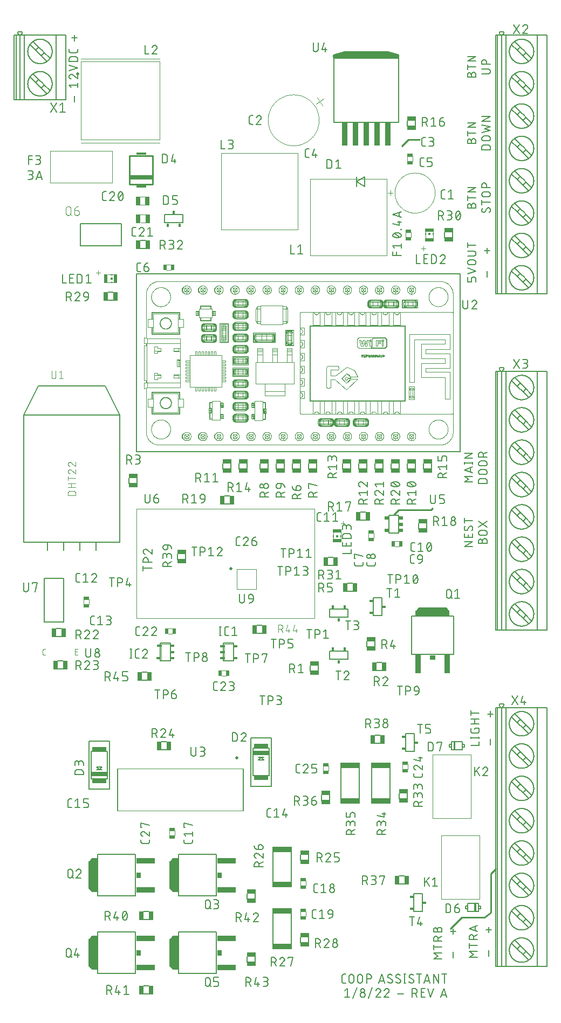
<source format=gbr>
G04 EAGLE Gerber RS-274X export*
G75*
%MOMM*%
%FSLAX34Y34*%
%LPD*%
%INSilkscreen Top*%
%IPPOS*%
%AMOC8*
5,1,8,0,0,1.08239X$1,22.5*%
G01*
%ADD10C,0.127000*%
%ADD11C,0.152400*%
%ADD12C,0.254000*%
%ADD13C,0.001000*%
%ADD14C,0.203200*%
%ADD15R,0.965200X2.159000*%
%ADD16R,0.965200X1.676400*%
%ADD17C,0.120000*%
%ADD18R,1.400000X0.650000*%
%ADD19C,0.101600*%
%ADD20R,0.950000X0.500100*%
%ADD21R,0.500100X0.950000*%
%ADD22R,0.650000X0.500000*%
%ADD23R,0.650000X1.400000*%
%ADD24C,0.076200*%
%ADD25R,0.300000X0.150000*%
%ADD26R,0.300000X0.300000*%
%ADD27R,0.600000X1.350000*%
%ADD28R,0.150000X0.300000*%
%ADD29R,1.350000X0.600000*%
%ADD30R,0.584200X0.457200*%
%ADD31R,0.457200X0.584200*%
%ADD32R,0.863600X2.895600*%
%ADD33R,0.863600X0.762000*%
%ADD34C,0.500000*%
%ADD35R,2.895600X0.863600*%
%ADD36R,0.762000X0.863600*%
%ADD37C,0.010000*%
%ADD38C,0.075000*%
%ADD39R,0.750000X0.330000*%
%ADD40R,2.200000X0.650000*%
%ADD41R,2.450000X0.675000*%
%ADD42R,3.100100X0.849900*%
%ADD43R,1.625000X0.420000*%
%ADD44R,1.600000X0.420000*%
%ADD45R,3.500000X0.750000*%
%ADD46R,0.500000X0.750000*%
%ADD47R,0.750100X1.450100*%

G36*
X620072Y1501683D02*
X620072Y1501683D01*
X620130Y1501681D01*
X620212Y1501703D01*
X620296Y1501715D01*
X620349Y1501739D01*
X620405Y1501753D01*
X620478Y1501796D01*
X620555Y1501831D01*
X620600Y1501869D01*
X620650Y1501899D01*
X620708Y1501960D01*
X620772Y1502015D01*
X620804Y1502063D01*
X620844Y1502106D01*
X620883Y1502181D01*
X620930Y1502251D01*
X620947Y1502307D01*
X620974Y1502359D01*
X620985Y1502427D01*
X621015Y1502522D01*
X621018Y1502622D01*
X621029Y1502690D01*
X621029Y1506802D01*
X621022Y1506852D01*
X621023Y1506867D01*
X621020Y1506879D01*
X621020Y1506941D01*
X621000Y1507011D01*
X620989Y1507084D01*
X620961Y1507147D01*
X620942Y1507214D01*
X620903Y1507276D01*
X620873Y1507343D01*
X620828Y1507396D01*
X620791Y1507455D01*
X620737Y1507504D01*
X620690Y1507560D01*
X620632Y1507599D01*
X620580Y1507645D01*
X620523Y1507670D01*
X620453Y1507718D01*
X620342Y1507753D01*
X620274Y1507783D01*
X603002Y1512355D01*
X602802Y1512379D01*
X602742Y1512389D01*
X535178Y1512389D01*
X534979Y1512361D01*
X534918Y1512355D01*
X517646Y1507783D01*
X517582Y1507756D01*
X517515Y1507739D01*
X517452Y1507701D01*
X517384Y1507673D01*
X517330Y1507629D01*
X517270Y1507594D01*
X517220Y1507540D01*
X517163Y1507494D01*
X517123Y1507437D01*
X517076Y1507386D01*
X517042Y1507321D01*
X517000Y1507261D01*
X516978Y1507195D01*
X516946Y1507133D01*
X516936Y1507072D01*
X516909Y1506992D01*
X516905Y1506921D01*
X516905Y1506919D01*
X516904Y1506898D01*
X516903Y1506876D01*
X516891Y1506802D01*
X516891Y1502690D01*
X516899Y1502632D01*
X516897Y1502574D01*
X516919Y1502492D01*
X516931Y1502409D01*
X516955Y1502355D01*
X516969Y1502299D01*
X517012Y1502226D01*
X517047Y1502149D01*
X517085Y1502104D01*
X517115Y1502054D01*
X517176Y1501996D01*
X517231Y1501932D01*
X517279Y1501900D01*
X517322Y1501860D01*
X517397Y1501821D01*
X517467Y1501775D01*
X517523Y1501757D01*
X517575Y1501730D01*
X517643Y1501719D01*
X517738Y1501689D01*
X517838Y1501686D01*
X517906Y1501675D01*
X620014Y1501675D01*
X620072Y1501683D01*
G37*
G36*
X698818Y625121D02*
X698818Y625121D01*
X698883Y625120D01*
X698957Y625141D01*
X699033Y625152D01*
X699092Y625178D01*
X699154Y625195D01*
X699220Y625236D01*
X699290Y625268D01*
X699339Y625310D01*
X699394Y625344D01*
X699445Y625401D01*
X699504Y625451D01*
X699539Y625505D01*
X699583Y625553D01*
X699616Y625623D01*
X699658Y625687D01*
X699677Y625749D01*
X699705Y625807D01*
X699716Y625877D01*
X699740Y625957D01*
X699741Y626041D01*
X699752Y626110D01*
X699752Y633222D01*
X699739Y633318D01*
X699734Y633414D01*
X699719Y633457D01*
X699712Y633501D01*
X699673Y633589D01*
X699641Y633680D01*
X699616Y633714D01*
X699596Y633758D01*
X699514Y633854D01*
X699460Y633928D01*
X694888Y638500D01*
X694810Y638558D01*
X694739Y638623D01*
X694698Y638642D01*
X694662Y638669D01*
X694572Y638703D01*
X694485Y638745D01*
X694443Y638752D01*
X694399Y638768D01*
X694272Y638778D01*
X694182Y638792D01*
X652018Y638792D01*
X651922Y638779D01*
X651826Y638774D01*
X651783Y638759D01*
X651739Y638752D01*
X651651Y638713D01*
X651560Y638681D01*
X651526Y638656D01*
X651482Y638636D01*
X651386Y638554D01*
X651312Y638500D01*
X646740Y633928D01*
X646682Y633850D01*
X646617Y633779D01*
X646598Y633738D01*
X646571Y633702D01*
X646537Y633612D01*
X646495Y633525D01*
X646488Y633483D01*
X646472Y633439D01*
X646462Y633312D01*
X646448Y633222D01*
X646448Y626110D01*
X646457Y626046D01*
X646456Y625981D01*
X646477Y625907D01*
X646488Y625831D01*
X646514Y625772D01*
X646531Y625710D01*
X646572Y625644D01*
X646604Y625574D01*
X646646Y625525D01*
X646680Y625470D01*
X646737Y625419D01*
X646787Y625360D01*
X646841Y625325D01*
X646889Y625281D01*
X646959Y625248D01*
X647023Y625206D01*
X647085Y625187D01*
X647143Y625159D01*
X647213Y625148D01*
X647293Y625124D01*
X647377Y625123D01*
X647446Y625112D01*
X698754Y625112D01*
X698818Y625121D01*
G37*
G36*
X273114Y191797D02*
X273114Y191797D01*
X273179Y191796D01*
X273253Y191817D01*
X273329Y191828D01*
X273388Y191854D01*
X273450Y191871D01*
X273516Y191912D01*
X273586Y191944D01*
X273635Y191986D01*
X273690Y192020D01*
X273741Y192077D01*
X273800Y192127D01*
X273835Y192181D01*
X273879Y192229D01*
X273912Y192299D01*
X273954Y192363D01*
X273973Y192425D01*
X274001Y192483D01*
X274012Y192553D01*
X274036Y192633D01*
X274037Y192717D01*
X274048Y192786D01*
X274048Y244094D01*
X274039Y244158D01*
X274040Y244223D01*
X274019Y244297D01*
X274008Y244373D01*
X273982Y244432D01*
X273965Y244494D01*
X273924Y244560D01*
X273892Y244630D01*
X273850Y244679D01*
X273816Y244734D01*
X273759Y244785D01*
X273709Y244844D01*
X273655Y244879D01*
X273607Y244923D01*
X273537Y244956D01*
X273473Y244998D01*
X273411Y245017D01*
X273353Y245045D01*
X273283Y245056D01*
X273203Y245080D01*
X273119Y245081D01*
X273050Y245092D01*
X265938Y245092D01*
X265842Y245079D01*
X265746Y245074D01*
X265703Y245059D01*
X265659Y245052D01*
X265571Y245013D01*
X265480Y244981D01*
X265446Y244956D01*
X265402Y244936D01*
X265306Y244854D01*
X265232Y244800D01*
X260660Y240228D01*
X260602Y240150D01*
X260537Y240079D01*
X260518Y240038D01*
X260491Y240002D01*
X260457Y239912D01*
X260415Y239825D01*
X260408Y239783D01*
X260392Y239739D01*
X260382Y239612D01*
X260368Y239522D01*
X260368Y197358D01*
X260381Y197262D01*
X260386Y197166D01*
X260401Y197123D01*
X260408Y197079D01*
X260447Y196991D01*
X260479Y196900D01*
X260504Y196866D01*
X260524Y196822D01*
X260606Y196726D01*
X260660Y196652D01*
X265232Y192080D01*
X265310Y192022D01*
X265381Y191957D01*
X265422Y191938D01*
X265458Y191911D01*
X265548Y191877D01*
X265635Y191835D01*
X265677Y191828D01*
X265721Y191812D01*
X265848Y191802D01*
X265938Y191788D01*
X273050Y191788D01*
X273114Y191797D01*
G37*
G36*
X146114Y191797D02*
X146114Y191797D01*
X146179Y191796D01*
X146253Y191817D01*
X146329Y191828D01*
X146388Y191854D01*
X146450Y191871D01*
X146516Y191912D01*
X146586Y191944D01*
X146635Y191986D01*
X146690Y192020D01*
X146741Y192077D01*
X146800Y192127D01*
X146835Y192181D01*
X146879Y192229D01*
X146912Y192299D01*
X146954Y192363D01*
X146973Y192425D01*
X147001Y192483D01*
X147012Y192553D01*
X147036Y192633D01*
X147037Y192717D01*
X147048Y192786D01*
X147048Y244094D01*
X147039Y244158D01*
X147040Y244223D01*
X147019Y244297D01*
X147008Y244373D01*
X146982Y244432D01*
X146965Y244494D01*
X146924Y244560D01*
X146892Y244630D01*
X146850Y244679D01*
X146816Y244734D01*
X146759Y244785D01*
X146709Y244844D01*
X146655Y244879D01*
X146607Y244923D01*
X146537Y244956D01*
X146473Y244998D01*
X146411Y245017D01*
X146353Y245045D01*
X146283Y245056D01*
X146203Y245080D01*
X146119Y245081D01*
X146050Y245092D01*
X138938Y245092D01*
X138842Y245079D01*
X138746Y245074D01*
X138703Y245059D01*
X138659Y245052D01*
X138571Y245013D01*
X138480Y244981D01*
X138446Y244956D01*
X138402Y244936D01*
X138306Y244854D01*
X138232Y244800D01*
X133660Y240228D01*
X133602Y240150D01*
X133537Y240079D01*
X133518Y240038D01*
X133491Y240002D01*
X133457Y239912D01*
X133415Y239825D01*
X133408Y239783D01*
X133392Y239739D01*
X133382Y239612D01*
X133368Y239522D01*
X133368Y197358D01*
X133381Y197262D01*
X133386Y197166D01*
X133401Y197123D01*
X133408Y197079D01*
X133447Y196991D01*
X133479Y196900D01*
X133504Y196866D01*
X133524Y196822D01*
X133606Y196726D01*
X133660Y196652D01*
X138232Y192080D01*
X138310Y192022D01*
X138381Y191957D01*
X138422Y191938D01*
X138458Y191911D01*
X138548Y191877D01*
X138635Y191835D01*
X138677Y191828D01*
X138721Y191812D01*
X138848Y191802D01*
X138938Y191788D01*
X146050Y191788D01*
X146114Y191797D01*
G37*
G36*
X273114Y69877D02*
X273114Y69877D01*
X273179Y69876D01*
X273253Y69897D01*
X273329Y69908D01*
X273388Y69934D01*
X273450Y69951D01*
X273516Y69992D01*
X273586Y70024D01*
X273635Y70066D01*
X273690Y70100D01*
X273741Y70157D01*
X273800Y70207D01*
X273835Y70261D01*
X273879Y70309D01*
X273912Y70379D01*
X273954Y70443D01*
X273973Y70505D01*
X274001Y70563D01*
X274012Y70633D01*
X274036Y70713D01*
X274037Y70797D01*
X274048Y70866D01*
X274048Y122174D01*
X274039Y122238D01*
X274040Y122303D01*
X274019Y122377D01*
X274008Y122453D01*
X273982Y122512D01*
X273965Y122574D01*
X273924Y122640D01*
X273892Y122710D01*
X273850Y122759D01*
X273816Y122814D01*
X273759Y122865D01*
X273709Y122924D01*
X273655Y122959D01*
X273607Y123003D01*
X273537Y123036D01*
X273473Y123078D01*
X273411Y123097D01*
X273353Y123125D01*
X273283Y123136D01*
X273203Y123160D01*
X273119Y123161D01*
X273050Y123172D01*
X265938Y123172D01*
X265842Y123159D01*
X265746Y123154D01*
X265703Y123139D01*
X265659Y123132D01*
X265571Y123093D01*
X265480Y123061D01*
X265446Y123036D01*
X265402Y123016D01*
X265306Y122934D01*
X265232Y122880D01*
X260660Y118308D01*
X260602Y118230D01*
X260537Y118159D01*
X260518Y118118D01*
X260491Y118082D01*
X260457Y117992D01*
X260415Y117905D01*
X260408Y117863D01*
X260392Y117819D01*
X260382Y117692D01*
X260368Y117602D01*
X260368Y75438D01*
X260381Y75342D01*
X260386Y75246D01*
X260401Y75203D01*
X260408Y75159D01*
X260447Y75071D01*
X260479Y74980D01*
X260504Y74946D01*
X260524Y74902D01*
X260606Y74806D01*
X260660Y74732D01*
X265232Y70160D01*
X265310Y70102D01*
X265381Y70037D01*
X265422Y70018D01*
X265458Y69991D01*
X265548Y69957D01*
X265635Y69915D01*
X265677Y69908D01*
X265721Y69892D01*
X265848Y69882D01*
X265938Y69868D01*
X273050Y69868D01*
X273114Y69877D01*
G37*
G36*
X146114Y69877D02*
X146114Y69877D01*
X146179Y69876D01*
X146253Y69897D01*
X146329Y69908D01*
X146388Y69934D01*
X146450Y69951D01*
X146516Y69992D01*
X146586Y70024D01*
X146635Y70066D01*
X146690Y70100D01*
X146741Y70157D01*
X146800Y70207D01*
X146835Y70261D01*
X146879Y70309D01*
X146912Y70379D01*
X146954Y70443D01*
X146973Y70505D01*
X147001Y70563D01*
X147012Y70633D01*
X147036Y70713D01*
X147037Y70797D01*
X147048Y70866D01*
X147048Y122174D01*
X147039Y122238D01*
X147040Y122303D01*
X147019Y122377D01*
X147008Y122453D01*
X146982Y122512D01*
X146965Y122574D01*
X146924Y122640D01*
X146892Y122710D01*
X146850Y122759D01*
X146816Y122814D01*
X146759Y122865D01*
X146709Y122924D01*
X146655Y122959D01*
X146607Y123003D01*
X146537Y123036D01*
X146473Y123078D01*
X146411Y123097D01*
X146353Y123125D01*
X146283Y123136D01*
X146203Y123160D01*
X146119Y123161D01*
X146050Y123172D01*
X138938Y123172D01*
X138842Y123159D01*
X138746Y123154D01*
X138703Y123139D01*
X138659Y123132D01*
X138571Y123093D01*
X138480Y123061D01*
X138446Y123036D01*
X138402Y123016D01*
X138306Y122934D01*
X138232Y122880D01*
X133660Y118308D01*
X133602Y118230D01*
X133537Y118159D01*
X133518Y118118D01*
X133491Y118082D01*
X133457Y117992D01*
X133415Y117905D01*
X133408Y117863D01*
X133392Y117819D01*
X133382Y117692D01*
X133368Y117602D01*
X133368Y75438D01*
X133381Y75342D01*
X133386Y75246D01*
X133401Y75203D01*
X133408Y75159D01*
X133447Y75071D01*
X133479Y74980D01*
X133504Y74946D01*
X133524Y74902D01*
X133606Y74806D01*
X133660Y74732D01*
X138232Y70160D01*
X138310Y70102D01*
X138381Y70037D01*
X138422Y70018D01*
X138458Y69991D01*
X138548Y69957D01*
X138635Y69915D01*
X138677Y69908D01*
X138721Y69892D01*
X138848Y69882D01*
X138938Y69868D01*
X146050Y69868D01*
X146114Y69877D01*
G37*
D10*
X536709Y49135D02*
X533658Y49135D01*
X533549Y49137D01*
X533440Y49143D01*
X533332Y49152D01*
X533224Y49166D01*
X533116Y49183D01*
X533009Y49205D01*
X532903Y49230D01*
X532798Y49259D01*
X532694Y49291D01*
X532592Y49327D01*
X532490Y49367D01*
X532391Y49411D01*
X532292Y49458D01*
X532196Y49508D01*
X532101Y49562D01*
X532009Y49619D01*
X531918Y49680D01*
X531830Y49744D01*
X531744Y49810D01*
X531660Y49880D01*
X531579Y49953D01*
X531501Y50029D01*
X531425Y50107D01*
X531352Y50188D01*
X531282Y50272D01*
X531216Y50358D01*
X531152Y50446D01*
X531091Y50537D01*
X531034Y50629D01*
X530980Y50724D01*
X530930Y50820D01*
X530883Y50919D01*
X530839Y51018D01*
X530799Y51120D01*
X530763Y51222D01*
X530731Y51326D01*
X530702Y51431D01*
X530677Y51537D01*
X530655Y51644D01*
X530638Y51752D01*
X530624Y51860D01*
X530615Y51968D01*
X530609Y52077D01*
X530607Y52186D01*
X530607Y59814D01*
X530609Y59923D01*
X530615Y60032D01*
X530624Y60140D01*
X530638Y60248D01*
X530655Y60356D01*
X530677Y60463D01*
X530702Y60569D01*
X530731Y60674D01*
X530763Y60777D01*
X530799Y60880D01*
X530839Y60982D01*
X530883Y61081D01*
X530930Y61180D01*
X530980Y61276D01*
X531034Y61371D01*
X531091Y61463D01*
X531152Y61554D01*
X531216Y61642D01*
X531282Y61728D01*
X531352Y61812D01*
X531425Y61893D01*
X531501Y61971D01*
X531579Y62047D01*
X531660Y62120D01*
X531744Y62190D01*
X531830Y62256D01*
X531918Y62320D01*
X532008Y62381D01*
X532101Y62438D01*
X532196Y62492D01*
X532292Y62542D01*
X532391Y62589D01*
X532490Y62633D01*
X532592Y62673D01*
X532694Y62709D01*
X532798Y62741D01*
X532903Y62770D01*
X533009Y62795D01*
X533116Y62817D01*
X533224Y62834D01*
X533332Y62848D01*
X533440Y62857D01*
X533549Y62863D01*
X533658Y62865D01*
X536709Y62865D01*
X541897Y59051D02*
X541897Y52949D01*
X541897Y59051D02*
X541899Y59173D01*
X541905Y59295D01*
X541915Y59417D01*
X541928Y59539D01*
X541946Y59660D01*
X541967Y59780D01*
X541993Y59900D01*
X542022Y60018D01*
X542055Y60136D01*
X542091Y60253D01*
X542132Y60368D01*
X542176Y60482D01*
X542223Y60595D01*
X542275Y60706D01*
X542330Y60815D01*
X542388Y60923D01*
X542449Y61028D01*
X542515Y61132D01*
X542583Y61233D01*
X542654Y61332D01*
X542729Y61429D01*
X542807Y61523D01*
X542888Y61615D01*
X542971Y61704D01*
X543058Y61791D01*
X543147Y61874D01*
X543239Y61955D01*
X543333Y62033D01*
X543430Y62108D01*
X543529Y62179D01*
X543630Y62247D01*
X543734Y62313D01*
X543839Y62374D01*
X543947Y62432D01*
X544056Y62487D01*
X544167Y62539D01*
X544280Y62586D01*
X544394Y62630D01*
X544509Y62671D01*
X544626Y62707D01*
X544744Y62740D01*
X544862Y62769D01*
X544982Y62795D01*
X545102Y62816D01*
X545223Y62834D01*
X545345Y62847D01*
X545467Y62857D01*
X545589Y62863D01*
X545711Y62865D01*
X545833Y62863D01*
X545955Y62857D01*
X546077Y62847D01*
X546199Y62834D01*
X546320Y62816D01*
X546440Y62795D01*
X546560Y62769D01*
X546678Y62740D01*
X546796Y62707D01*
X546913Y62671D01*
X547028Y62630D01*
X547142Y62586D01*
X547255Y62539D01*
X547366Y62487D01*
X547475Y62432D01*
X547583Y62374D01*
X547688Y62313D01*
X547792Y62247D01*
X547893Y62179D01*
X547992Y62108D01*
X548089Y62033D01*
X548183Y61955D01*
X548275Y61874D01*
X548364Y61791D01*
X548451Y61704D01*
X548534Y61615D01*
X548615Y61523D01*
X548693Y61429D01*
X548768Y61332D01*
X548839Y61233D01*
X548907Y61132D01*
X548973Y61028D01*
X549034Y60923D01*
X549092Y60815D01*
X549147Y60706D01*
X549199Y60595D01*
X549246Y60482D01*
X549290Y60368D01*
X549331Y60253D01*
X549367Y60136D01*
X549400Y60018D01*
X549429Y59900D01*
X549455Y59780D01*
X549476Y59660D01*
X549494Y59539D01*
X549507Y59417D01*
X549517Y59295D01*
X549523Y59173D01*
X549525Y59051D01*
X549525Y52949D01*
X549523Y52827D01*
X549517Y52705D01*
X549507Y52583D01*
X549494Y52461D01*
X549476Y52340D01*
X549455Y52220D01*
X549429Y52100D01*
X549400Y51982D01*
X549367Y51864D01*
X549331Y51747D01*
X549290Y51632D01*
X549246Y51518D01*
X549199Y51405D01*
X549147Y51294D01*
X549092Y51185D01*
X549034Y51077D01*
X548973Y50972D01*
X548907Y50868D01*
X548839Y50767D01*
X548768Y50668D01*
X548693Y50571D01*
X548615Y50477D01*
X548534Y50385D01*
X548451Y50296D01*
X548364Y50209D01*
X548275Y50126D01*
X548183Y50045D01*
X548089Y49967D01*
X547992Y49892D01*
X547893Y49821D01*
X547792Y49753D01*
X547688Y49687D01*
X547583Y49626D01*
X547475Y49568D01*
X547366Y49513D01*
X547255Y49461D01*
X547142Y49414D01*
X547028Y49370D01*
X546913Y49329D01*
X546796Y49293D01*
X546678Y49260D01*
X546560Y49231D01*
X546440Y49205D01*
X546320Y49184D01*
X546199Y49166D01*
X546077Y49153D01*
X545955Y49143D01*
X545833Y49137D01*
X545711Y49135D01*
X545589Y49137D01*
X545467Y49143D01*
X545345Y49153D01*
X545223Y49166D01*
X545102Y49184D01*
X544982Y49205D01*
X544862Y49231D01*
X544744Y49260D01*
X544626Y49293D01*
X544509Y49329D01*
X544394Y49370D01*
X544280Y49414D01*
X544167Y49461D01*
X544056Y49513D01*
X543947Y49568D01*
X543839Y49626D01*
X543734Y49687D01*
X543630Y49753D01*
X543529Y49821D01*
X543430Y49892D01*
X543333Y49967D01*
X543239Y50045D01*
X543147Y50126D01*
X543058Y50209D01*
X542971Y50296D01*
X542888Y50385D01*
X542807Y50477D01*
X542729Y50571D01*
X542654Y50668D01*
X542583Y50767D01*
X542515Y50868D01*
X542449Y50972D01*
X542388Y51077D01*
X542330Y51185D01*
X542275Y51294D01*
X542223Y51405D01*
X542176Y51518D01*
X542132Y51632D01*
X542091Y51747D01*
X542055Y51864D01*
X542022Y51982D01*
X541993Y52100D01*
X541967Y52220D01*
X541946Y52340D01*
X541928Y52461D01*
X541915Y52583D01*
X541905Y52705D01*
X541899Y52827D01*
X541897Y52949D01*
X555397Y52949D02*
X555397Y59051D01*
X555399Y59173D01*
X555405Y59295D01*
X555415Y59417D01*
X555428Y59539D01*
X555446Y59660D01*
X555467Y59780D01*
X555493Y59900D01*
X555522Y60018D01*
X555555Y60136D01*
X555591Y60253D01*
X555632Y60368D01*
X555676Y60482D01*
X555723Y60595D01*
X555775Y60706D01*
X555830Y60815D01*
X555888Y60923D01*
X555949Y61028D01*
X556015Y61132D01*
X556083Y61233D01*
X556154Y61332D01*
X556229Y61429D01*
X556307Y61523D01*
X556388Y61615D01*
X556471Y61704D01*
X556558Y61791D01*
X556647Y61874D01*
X556739Y61955D01*
X556833Y62033D01*
X556930Y62108D01*
X557029Y62179D01*
X557130Y62247D01*
X557234Y62313D01*
X557339Y62374D01*
X557447Y62432D01*
X557556Y62487D01*
X557667Y62539D01*
X557780Y62586D01*
X557894Y62630D01*
X558009Y62671D01*
X558126Y62707D01*
X558244Y62740D01*
X558362Y62769D01*
X558482Y62795D01*
X558602Y62816D01*
X558723Y62834D01*
X558845Y62847D01*
X558967Y62857D01*
X559089Y62863D01*
X559211Y62865D01*
X559333Y62863D01*
X559455Y62857D01*
X559577Y62847D01*
X559699Y62834D01*
X559820Y62816D01*
X559940Y62795D01*
X560060Y62769D01*
X560178Y62740D01*
X560296Y62707D01*
X560413Y62671D01*
X560528Y62630D01*
X560642Y62586D01*
X560755Y62539D01*
X560866Y62487D01*
X560975Y62432D01*
X561083Y62374D01*
X561188Y62313D01*
X561292Y62247D01*
X561393Y62179D01*
X561492Y62108D01*
X561589Y62033D01*
X561683Y61955D01*
X561775Y61874D01*
X561864Y61791D01*
X561951Y61704D01*
X562034Y61615D01*
X562115Y61523D01*
X562193Y61429D01*
X562268Y61332D01*
X562339Y61233D01*
X562407Y61132D01*
X562473Y61028D01*
X562534Y60923D01*
X562592Y60815D01*
X562647Y60706D01*
X562699Y60595D01*
X562746Y60482D01*
X562790Y60368D01*
X562831Y60253D01*
X562867Y60136D01*
X562900Y60018D01*
X562929Y59900D01*
X562955Y59780D01*
X562976Y59660D01*
X562994Y59539D01*
X563007Y59417D01*
X563017Y59295D01*
X563023Y59173D01*
X563025Y59051D01*
X563025Y52949D01*
X563023Y52827D01*
X563017Y52705D01*
X563007Y52583D01*
X562994Y52461D01*
X562976Y52340D01*
X562955Y52220D01*
X562929Y52100D01*
X562900Y51982D01*
X562867Y51864D01*
X562831Y51747D01*
X562790Y51632D01*
X562746Y51518D01*
X562699Y51405D01*
X562647Y51294D01*
X562592Y51185D01*
X562534Y51077D01*
X562473Y50972D01*
X562407Y50868D01*
X562339Y50767D01*
X562268Y50668D01*
X562193Y50571D01*
X562115Y50477D01*
X562034Y50385D01*
X561951Y50296D01*
X561864Y50209D01*
X561775Y50126D01*
X561683Y50045D01*
X561589Y49967D01*
X561492Y49892D01*
X561393Y49821D01*
X561292Y49753D01*
X561188Y49687D01*
X561083Y49626D01*
X560975Y49568D01*
X560866Y49513D01*
X560755Y49461D01*
X560642Y49414D01*
X560528Y49370D01*
X560413Y49329D01*
X560296Y49293D01*
X560178Y49260D01*
X560060Y49231D01*
X559940Y49205D01*
X559820Y49184D01*
X559699Y49166D01*
X559577Y49153D01*
X559455Y49143D01*
X559333Y49137D01*
X559211Y49135D01*
X559089Y49137D01*
X558967Y49143D01*
X558845Y49153D01*
X558723Y49166D01*
X558602Y49184D01*
X558482Y49205D01*
X558362Y49231D01*
X558244Y49260D01*
X558126Y49293D01*
X558009Y49329D01*
X557894Y49370D01*
X557780Y49414D01*
X557667Y49461D01*
X557556Y49513D01*
X557447Y49568D01*
X557339Y49626D01*
X557234Y49687D01*
X557130Y49753D01*
X557029Y49821D01*
X556930Y49892D01*
X556833Y49967D01*
X556739Y50045D01*
X556647Y50126D01*
X556558Y50209D01*
X556471Y50296D01*
X556388Y50385D01*
X556307Y50477D01*
X556229Y50571D01*
X556154Y50668D01*
X556083Y50767D01*
X556015Y50868D01*
X555949Y50972D01*
X555888Y51077D01*
X555830Y51185D01*
X555775Y51294D01*
X555723Y51405D01*
X555676Y51518D01*
X555632Y51632D01*
X555591Y51747D01*
X555555Y51864D01*
X555522Y51982D01*
X555493Y52100D01*
X555467Y52220D01*
X555446Y52340D01*
X555428Y52461D01*
X555415Y52583D01*
X555405Y52705D01*
X555399Y52827D01*
X555397Y52949D01*
X569553Y49135D02*
X569553Y62865D01*
X573367Y62865D01*
X573489Y62863D01*
X573611Y62857D01*
X573733Y62847D01*
X573855Y62834D01*
X573976Y62816D01*
X574096Y62795D01*
X574216Y62769D01*
X574334Y62740D01*
X574452Y62707D01*
X574569Y62671D01*
X574684Y62630D01*
X574798Y62586D01*
X574911Y62539D01*
X575022Y62487D01*
X575131Y62432D01*
X575239Y62374D01*
X575344Y62313D01*
X575448Y62247D01*
X575549Y62179D01*
X575648Y62108D01*
X575745Y62033D01*
X575839Y61955D01*
X575931Y61874D01*
X576020Y61791D01*
X576107Y61704D01*
X576190Y61615D01*
X576271Y61523D01*
X576349Y61429D01*
X576424Y61332D01*
X576495Y61233D01*
X576563Y61132D01*
X576629Y61028D01*
X576690Y60923D01*
X576748Y60815D01*
X576803Y60706D01*
X576855Y60595D01*
X576902Y60482D01*
X576946Y60368D01*
X576987Y60253D01*
X577023Y60136D01*
X577056Y60018D01*
X577085Y59900D01*
X577111Y59780D01*
X577132Y59660D01*
X577150Y59539D01*
X577163Y59417D01*
X577173Y59295D01*
X577179Y59173D01*
X577181Y59051D01*
X577179Y58929D01*
X577173Y58807D01*
X577163Y58685D01*
X577150Y58563D01*
X577132Y58442D01*
X577111Y58322D01*
X577085Y58202D01*
X577056Y58084D01*
X577023Y57966D01*
X576987Y57849D01*
X576946Y57734D01*
X576902Y57620D01*
X576855Y57507D01*
X576803Y57396D01*
X576748Y57287D01*
X576690Y57179D01*
X576629Y57074D01*
X576563Y56970D01*
X576495Y56869D01*
X576424Y56770D01*
X576349Y56673D01*
X576271Y56579D01*
X576190Y56487D01*
X576107Y56398D01*
X576020Y56311D01*
X575931Y56228D01*
X575839Y56147D01*
X575745Y56069D01*
X575648Y55994D01*
X575549Y55923D01*
X575448Y55855D01*
X575344Y55789D01*
X575239Y55728D01*
X575131Y55670D01*
X575022Y55615D01*
X574911Y55563D01*
X574798Y55516D01*
X574684Y55472D01*
X574569Y55431D01*
X574452Y55395D01*
X574334Y55362D01*
X574216Y55333D01*
X574096Y55307D01*
X573976Y55286D01*
X573855Y55268D01*
X573733Y55255D01*
X573611Y55245D01*
X573489Y55239D01*
X573367Y55237D01*
X569553Y55237D01*
X588835Y49135D02*
X593411Y62865D01*
X597988Y49135D01*
X596844Y52568D02*
X589979Y52568D01*
X607224Y49135D02*
X607333Y49137D01*
X607442Y49143D01*
X607550Y49152D01*
X607658Y49166D01*
X607766Y49183D01*
X607873Y49205D01*
X607979Y49230D01*
X608084Y49259D01*
X608188Y49291D01*
X608290Y49327D01*
X608392Y49367D01*
X608491Y49411D01*
X608590Y49458D01*
X608686Y49508D01*
X608781Y49562D01*
X608874Y49619D01*
X608964Y49680D01*
X609052Y49744D01*
X609138Y49810D01*
X609222Y49880D01*
X609303Y49953D01*
X609381Y50029D01*
X609457Y50107D01*
X609530Y50188D01*
X609600Y50272D01*
X609666Y50358D01*
X609730Y50446D01*
X609791Y50537D01*
X609848Y50629D01*
X609902Y50724D01*
X609952Y50820D01*
X609999Y50919D01*
X610043Y51018D01*
X610083Y51120D01*
X610119Y51223D01*
X610151Y51326D01*
X610180Y51431D01*
X610205Y51537D01*
X610227Y51644D01*
X610244Y51752D01*
X610258Y51860D01*
X610267Y51968D01*
X610273Y52077D01*
X610275Y52186D01*
X607224Y49135D02*
X607065Y49137D01*
X606906Y49143D01*
X606747Y49153D01*
X606589Y49166D01*
X606431Y49184D01*
X606273Y49205D01*
X606116Y49231D01*
X605960Y49260D01*
X605805Y49293D01*
X605650Y49330D01*
X605496Y49371D01*
X605343Y49415D01*
X605192Y49464D01*
X605042Y49516D01*
X604893Y49571D01*
X604745Y49631D01*
X604599Y49694D01*
X604455Y49760D01*
X604312Y49830D01*
X604171Y49904D01*
X604032Y49981D01*
X603895Y50061D01*
X603760Y50145D01*
X603627Y50232D01*
X603496Y50323D01*
X603367Y50416D01*
X603241Y50513D01*
X603117Y50613D01*
X602996Y50716D01*
X602877Y50822D01*
X602761Y50930D01*
X602648Y51042D01*
X603029Y59814D02*
X603031Y59923D01*
X603037Y60032D01*
X603046Y60140D01*
X603060Y60248D01*
X603077Y60356D01*
X603099Y60463D01*
X603124Y60569D01*
X603153Y60674D01*
X603185Y60778D01*
X603221Y60880D01*
X603261Y60982D01*
X603305Y61081D01*
X603352Y61180D01*
X603402Y61276D01*
X603456Y61371D01*
X603513Y61463D01*
X603574Y61554D01*
X603638Y61642D01*
X603704Y61728D01*
X603774Y61812D01*
X603847Y61893D01*
X603923Y61971D01*
X604001Y62047D01*
X604082Y62120D01*
X604166Y62190D01*
X604252Y62256D01*
X604340Y62320D01*
X604431Y62381D01*
X604523Y62438D01*
X604618Y62492D01*
X604714Y62542D01*
X604813Y62589D01*
X604912Y62633D01*
X605014Y62673D01*
X605116Y62709D01*
X605220Y62741D01*
X605325Y62770D01*
X605431Y62795D01*
X605538Y62817D01*
X605646Y62834D01*
X605754Y62848D01*
X605862Y62857D01*
X605971Y62863D01*
X606080Y62865D01*
X606227Y62863D01*
X606374Y62857D01*
X606521Y62848D01*
X606668Y62835D01*
X606814Y62818D01*
X606960Y62797D01*
X607105Y62772D01*
X607250Y62744D01*
X607394Y62712D01*
X607536Y62677D01*
X607678Y62637D01*
X607819Y62594D01*
X607959Y62548D01*
X608097Y62498D01*
X608234Y62444D01*
X608370Y62387D01*
X608504Y62326D01*
X608637Y62262D01*
X608768Y62194D01*
X608897Y62123D01*
X609024Y62049D01*
X609149Y61972D01*
X609273Y61891D01*
X609394Y61808D01*
X609513Y61721D01*
X604554Y57144D02*
X604459Y57202D01*
X604367Y57264D01*
X604276Y57328D01*
X604189Y57396D01*
X604103Y57467D01*
X604021Y57541D01*
X603941Y57618D01*
X603863Y57697D01*
X603789Y57780D01*
X603718Y57865D01*
X603650Y57952D01*
X603585Y58042D01*
X603523Y58134D01*
X603464Y58229D01*
X603409Y58325D01*
X603358Y58423D01*
X603310Y58523D01*
X603265Y58625D01*
X603225Y58728D01*
X603187Y58833D01*
X603154Y58938D01*
X603125Y59045D01*
X603099Y59153D01*
X603078Y59262D01*
X603060Y59372D01*
X603046Y59482D01*
X603036Y59592D01*
X603030Y59703D01*
X603028Y59814D01*
X608749Y54856D02*
X608844Y54798D01*
X608936Y54736D01*
X609027Y54672D01*
X609114Y54604D01*
X609200Y54533D01*
X609282Y54459D01*
X609362Y54382D01*
X609440Y54303D01*
X609514Y54220D01*
X609585Y54135D01*
X609653Y54048D01*
X609718Y53958D01*
X609780Y53866D01*
X609839Y53771D01*
X609894Y53675D01*
X609945Y53577D01*
X609993Y53477D01*
X610038Y53375D01*
X610078Y53272D01*
X610116Y53167D01*
X610149Y53062D01*
X610178Y52955D01*
X610204Y52847D01*
X610225Y52738D01*
X610243Y52628D01*
X610257Y52518D01*
X610267Y52408D01*
X610273Y52297D01*
X610275Y52186D01*
X608750Y54856D02*
X604554Y57144D01*
X619824Y49135D02*
X619933Y49137D01*
X620042Y49143D01*
X620150Y49152D01*
X620258Y49166D01*
X620366Y49183D01*
X620473Y49205D01*
X620579Y49230D01*
X620684Y49259D01*
X620788Y49291D01*
X620890Y49327D01*
X620992Y49367D01*
X621091Y49411D01*
X621190Y49458D01*
X621286Y49508D01*
X621381Y49562D01*
X621474Y49619D01*
X621564Y49680D01*
X621652Y49744D01*
X621738Y49810D01*
X621822Y49880D01*
X621903Y49953D01*
X621981Y50029D01*
X622057Y50107D01*
X622130Y50188D01*
X622200Y50272D01*
X622266Y50358D01*
X622330Y50446D01*
X622391Y50537D01*
X622448Y50629D01*
X622502Y50724D01*
X622552Y50820D01*
X622599Y50919D01*
X622643Y51018D01*
X622683Y51120D01*
X622719Y51223D01*
X622751Y51326D01*
X622780Y51431D01*
X622805Y51537D01*
X622827Y51644D01*
X622844Y51752D01*
X622858Y51860D01*
X622867Y51968D01*
X622873Y52077D01*
X622875Y52186D01*
X619824Y49135D02*
X619665Y49137D01*
X619506Y49143D01*
X619347Y49153D01*
X619189Y49166D01*
X619031Y49184D01*
X618873Y49205D01*
X618716Y49231D01*
X618560Y49260D01*
X618405Y49293D01*
X618250Y49330D01*
X618096Y49371D01*
X617943Y49415D01*
X617792Y49464D01*
X617642Y49516D01*
X617493Y49571D01*
X617345Y49631D01*
X617199Y49694D01*
X617055Y49760D01*
X616912Y49830D01*
X616771Y49904D01*
X616632Y49981D01*
X616495Y50061D01*
X616360Y50145D01*
X616227Y50232D01*
X616096Y50323D01*
X615967Y50416D01*
X615841Y50513D01*
X615717Y50613D01*
X615596Y50716D01*
X615477Y50822D01*
X615361Y50930D01*
X615248Y51042D01*
X615629Y59814D02*
X615631Y59923D01*
X615637Y60032D01*
X615646Y60140D01*
X615660Y60248D01*
X615677Y60356D01*
X615699Y60463D01*
X615724Y60569D01*
X615753Y60674D01*
X615785Y60778D01*
X615821Y60880D01*
X615861Y60982D01*
X615905Y61081D01*
X615952Y61180D01*
X616002Y61276D01*
X616056Y61371D01*
X616113Y61463D01*
X616174Y61554D01*
X616238Y61642D01*
X616304Y61728D01*
X616374Y61812D01*
X616447Y61893D01*
X616523Y61971D01*
X616601Y62047D01*
X616682Y62120D01*
X616766Y62190D01*
X616852Y62256D01*
X616940Y62320D01*
X617031Y62381D01*
X617123Y62438D01*
X617218Y62492D01*
X617314Y62542D01*
X617413Y62589D01*
X617512Y62633D01*
X617614Y62673D01*
X617716Y62709D01*
X617820Y62741D01*
X617925Y62770D01*
X618031Y62795D01*
X618138Y62817D01*
X618246Y62834D01*
X618354Y62848D01*
X618462Y62857D01*
X618571Y62863D01*
X618680Y62865D01*
X618827Y62863D01*
X618974Y62857D01*
X619121Y62848D01*
X619268Y62835D01*
X619414Y62818D01*
X619560Y62797D01*
X619705Y62772D01*
X619850Y62744D01*
X619994Y62712D01*
X620136Y62677D01*
X620278Y62637D01*
X620419Y62594D01*
X620559Y62548D01*
X620697Y62498D01*
X620834Y62444D01*
X620970Y62387D01*
X621104Y62326D01*
X621237Y62262D01*
X621368Y62194D01*
X621497Y62123D01*
X621624Y62049D01*
X621749Y61972D01*
X621873Y61891D01*
X621994Y61808D01*
X622113Y61721D01*
X617154Y57144D02*
X617059Y57202D01*
X616967Y57264D01*
X616876Y57328D01*
X616789Y57396D01*
X616703Y57467D01*
X616621Y57541D01*
X616541Y57618D01*
X616463Y57697D01*
X616389Y57780D01*
X616318Y57865D01*
X616250Y57952D01*
X616185Y58042D01*
X616123Y58134D01*
X616064Y58229D01*
X616009Y58325D01*
X615958Y58423D01*
X615910Y58523D01*
X615865Y58625D01*
X615825Y58728D01*
X615787Y58833D01*
X615754Y58938D01*
X615725Y59045D01*
X615699Y59153D01*
X615678Y59262D01*
X615660Y59372D01*
X615646Y59482D01*
X615636Y59592D01*
X615630Y59703D01*
X615628Y59814D01*
X621349Y54856D02*
X621444Y54798D01*
X621536Y54736D01*
X621627Y54672D01*
X621714Y54604D01*
X621800Y54533D01*
X621882Y54459D01*
X621962Y54382D01*
X622040Y54303D01*
X622114Y54220D01*
X622185Y54135D01*
X622253Y54048D01*
X622318Y53958D01*
X622380Y53866D01*
X622439Y53771D01*
X622494Y53675D01*
X622545Y53577D01*
X622593Y53477D01*
X622638Y53375D01*
X622678Y53272D01*
X622716Y53167D01*
X622749Y53062D01*
X622778Y52955D01*
X622804Y52847D01*
X622825Y52738D01*
X622843Y52628D01*
X622857Y52518D01*
X622867Y52408D01*
X622873Y52297D01*
X622875Y52186D01*
X621350Y54856D02*
X617154Y57144D01*
X629411Y62865D02*
X629411Y49135D01*
X627886Y49135D02*
X630937Y49135D01*
X630937Y62865D02*
X627886Y62865D01*
X640524Y49135D02*
X640633Y49137D01*
X640742Y49143D01*
X640850Y49152D01*
X640958Y49166D01*
X641066Y49183D01*
X641173Y49205D01*
X641279Y49230D01*
X641384Y49259D01*
X641488Y49291D01*
X641590Y49327D01*
X641692Y49367D01*
X641791Y49411D01*
X641890Y49458D01*
X641986Y49508D01*
X642081Y49562D01*
X642174Y49619D01*
X642264Y49680D01*
X642352Y49744D01*
X642438Y49810D01*
X642522Y49880D01*
X642603Y49953D01*
X642681Y50029D01*
X642757Y50107D01*
X642830Y50188D01*
X642900Y50272D01*
X642966Y50358D01*
X643030Y50446D01*
X643091Y50537D01*
X643148Y50629D01*
X643202Y50724D01*
X643252Y50820D01*
X643299Y50919D01*
X643343Y51018D01*
X643383Y51120D01*
X643419Y51223D01*
X643451Y51326D01*
X643480Y51431D01*
X643505Y51537D01*
X643527Y51644D01*
X643544Y51752D01*
X643558Y51860D01*
X643567Y51968D01*
X643573Y52077D01*
X643575Y52186D01*
X640524Y49135D02*
X640365Y49137D01*
X640206Y49143D01*
X640047Y49153D01*
X639889Y49166D01*
X639731Y49184D01*
X639573Y49205D01*
X639416Y49231D01*
X639260Y49260D01*
X639105Y49293D01*
X638950Y49330D01*
X638796Y49371D01*
X638643Y49415D01*
X638492Y49464D01*
X638342Y49516D01*
X638193Y49571D01*
X638045Y49631D01*
X637899Y49694D01*
X637755Y49760D01*
X637612Y49830D01*
X637471Y49904D01*
X637332Y49981D01*
X637195Y50061D01*
X637060Y50145D01*
X636927Y50232D01*
X636796Y50323D01*
X636667Y50416D01*
X636541Y50513D01*
X636417Y50613D01*
X636296Y50716D01*
X636177Y50822D01*
X636061Y50930D01*
X635948Y51042D01*
X636329Y59814D02*
X636331Y59923D01*
X636337Y60032D01*
X636346Y60140D01*
X636360Y60248D01*
X636377Y60356D01*
X636399Y60463D01*
X636424Y60569D01*
X636453Y60674D01*
X636485Y60778D01*
X636521Y60880D01*
X636561Y60982D01*
X636605Y61081D01*
X636652Y61180D01*
X636702Y61276D01*
X636756Y61371D01*
X636813Y61463D01*
X636874Y61554D01*
X636938Y61642D01*
X637004Y61728D01*
X637074Y61812D01*
X637147Y61893D01*
X637223Y61971D01*
X637301Y62047D01*
X637382Y62120D01*
X637466Y62190D01*
X637552Y62256D01*
X637640Y62320D01*
X637731Y62381D01*
X637823Y62438D01*
X637918Y62492D01*
X638014Y62542D01*
X638113Y62589D01*
X638212Y62633D01*
X638314Y62673D01*
X638416Y62709D01*
X638520Y62741D01*
X638625Y62770D01*
X638731Y62795D01*
X638838Y62817D01*
X638946Y62834D01*
X639054Y62848D01*
X639162Y62857D01*
X639271Y62863D01*
X639380Y62865D01*
X639527Y62863D01*
X639674Y62857D01*
X639821Y62848D01*
X639968Y62835D01*
X640114Y62818D01*
X640260Y62797D01*
X640405Y62772D01*
X640550Y62744D01*
X640694Y62712D01*
X640836Y62677D01*
X640978Y62637D01*
X641119Y62594D01*
X641259Y62548D01*
X641397Y62498D01*
X641534Y62444D01*
X641670Y62387D01*
X641804Y62326D01*
X641937Y62262D01*
X642068Y62194D01*
X642197Y62123D01*
X642324Y62049D01*
X642449Y61972D01*
X642573Y61891D01*
X642694Y61808D01*
X642813Y61721D01*
X637854Y57144D02*
X637759Y57202D01*
X637667Y57264D01*
X637576Y57328D01*
X637489Y57396D01*
X637403Y57467D01*
X637321Y57541D01*
X637241Y57618D01*
X637163Y57697D01*
X637089Y57780D01*
X637018Y57865D01*
X636950Y57952D01*
X636885Y58042D01*
X636823Y58134D01*
X636764Y58229D01*
X636709Y58325D01*
X636658Y58423D01*
X636610Y58523D01*
X636565Y58625D01*
X636525Y58728D01*
X636487Y58833D01*
X636454Y58938D01*
X636425Y59045D01*
X636399Y59153D01*
X636378Y59262D01*
X636360Y59372D01*
X636346Y59482D01*
X636336Y59592D01*
X636330Y59703D01*
X636328Y59814D01*
X642049Y54856D02*
X642144Y54798D01*
X642236Y54736D01*
X642327Y54672D01*
X642414Y54604D01*
X642500Y54533D01*
X642582Y54459D01*
X642662Y54382D01*
X642740Y54303D01*
X642814Y54220D01*
X642885Y54135D01*
X642953Y54048D01*
X643018Y53958D01*
X643080Y53866D01*
X643139Y53771D01*
X643194Y53675D01*
X643245Y53577D01*
X643293Y53477D01*
X643338Y53375D01*
X643378Y53272D01*
X643416Y53167D01*
X643449Y53062D01*
X643478Y52955D01*
X643504Y52847D01*
X643525Y52738D01*
X643543Y52628D01*
X643557Y52518D01*
X643567Y52408D01*
X643573Y52297D01*
X643575Y52186D01*
X642049Y54856D02*
X637854Y57144D01*
X651911Y62865D02*
X651911Y49135D01*
X648097Y62865D02*
X655725Y62865D01*
X664511Y62865D02*
X659934Y49135D01*
X669088Y49135D02*
X664511Y62865D01*
X661079Y52568D02*
X667944Y52568D01*
X674647Y49135D02*
X674647Y62865D01*
X682275Y49135D01*
X682275Y62865D01*
X691511Y62865D02*
X691511Y49135D01*
X687697Y62865D02*
X695325Y62865D01*
X539099Y40365D02*
X535285Y37314D01*
X539099Y40365D02*
X539099Y26635D01*
X542912Y26635D02*
X535285Y26635D01*
X548197Y25109D02*
X554300Y41891D01*
X559585Y30449D02*
X559587Y30571D01*
X559593Y30693D01*
X559603Y30815D01*
X559616Y30937D01*
X559634Y31058D01*
X559655Y31178D01*
X559681Y31298D01*
X559710Y31416D01*
X559743Y31534D01*
X559779Y31651D01*
X559820Y31766D01*
X559864Y31880D01*
X559911Y31993D01*
X559963Y32104D01*
X560018Y32213D01*
X560076Y32321D01*
X560137Y32426D01*
X560203Y32530D01*
X560271Y32631D01*
X560342Y32730D01*
X560417Y32827D01*
X560495Y32921D01*
X560576Y33013D01*
X560659Y33102D01*
X560746Y33189D01*
X560835Y33272D01*
X560927Y33353D01*
X561021Y33431D01*
X561118Y33506D01*
X561217Y33577D01*
X561318Y33645D01*
X561422Y33711D01*
X561527Y33772D01*
X561635Y33830D01*
X561744Y33885D01*
X561855Y33937D01*
X561968Y33984D01*
X562082Y34028D01*
X562197Y34069D01*
X562314Y34105D01*
X562432Y34138D01*
X562550Y34167D01*
X562670Y34193D01*
X562790Y34214D01*
X562911Y34232D01*
X563033Y34245D01*
X563155Y34255D01*
X563277Y34261D01*
X563399Y34263D01*
X563521Y34261D01*
X563643Y34255D01*
X563765Y34245D01*
X563887Y34232D01*
X564008Y34214D01*
X564128Y34193D01*
X564248Y34167D01*
X564366Y34138D01*
X564484Y34105D01*
X564601Y34069D01*
X564716Y34028D01*
X564830Y33984D01*
X564943Y33937D01*
X565054Y33885D01*
X565163Y33830D01*
X565271Y33772D01*
X565376Y33711D01*
X565480Y33645D01*
X565581Y33577D01*
X565680Y33506D01*
X565777Y33431D01*
X565871Y33353D01*
X565963Y33272D01*
X566052Y33189D01*
X566139Y33102D01*
X566222Y33013D01*
X566303Y32921D01*
X566381Y32827D01*
X566456Y32730D01*
X566527Y32631D01*
X566595Y32530D01*
X566661Y32426D01*
X566722Y32321D01*
X566780Y32213D01*
X566835Y32104D01*
X566887Y31993D01*
X566934Y31880D01*
X566978Y31766D01*
X567019Y31651D01*
X567055Y31534D01*
X567088Y31416D01*
X567117Y31298D01*
X567143Y31178D01*
X567164Y31058D01*
X567182Y30937D01*
X567195Y30815D01*
X567205Y30693D01*
X567211Y30571D01*
X567213Y30449D01*
X567211Y30327D01*
X567205Y30205D01*
X567195Y30083D01*
X567182Y29961D01*
X567164Y29840D01*
X567143Y29720D01*
X567117Y29600D01*
X567088Y29482D01*
X567055Y29364D01*
X567019Y29247D01*
X566978Y29132D01*
X566934Y29018D01*
X566887Y28905D01*
X566835Y28794D01*
X566780Y28685D01*
X566722Y28577D01*
X566661Y28472D01*
X566595Y28368D01*
X566527Y28267D01*
X566456Y28168D01*
X566381Y28071D01*
X566303Y27977D01*
X566222Y27885D01*
X566139Y27796D01*
X566052Y27709D01*
X565963Y27626D01*
X565871Y27545D01*
X565777Y27467D01*
X565680Y27392D01*
X565581Y27321D01*
X565480Y27253D01*
X565376Y27187D01*
X565271Y27126D01*
X565163Y27068D01*
X565054Y27013D01*
X564943Y26961D01*
X564830Y26914D01*
X564716Y26870D01*
X564601Y26829D01*
X564484Y26793D01*
X564366Y26760D01*
X564248Y26731D01*
X564128Y26705D01*
X564008Y26684D01*
X563887Y26666D01*
X563765Y26653D01*
X563643Y26643D01*
X563521Y26637D01*
X563399Y26635D01*
X563277Y26637D01*
X563155Y26643D01*
X563033Y26653D01*
X562911Y26666D01*
X562790Y26684D01*
X562670Y26705D01*
X562550Y26731D01*
X562432Y26760D01*
X562314Y26793D01*
X562197Y26829D01*
X562082Y26870D01*
X561968Y26914D01*
X561855Y26961D01*
X561744Y27013D01*
X561635Y27068D01*
X561527Y27126D01*
X561422Y27187D01*
X561318Y27253D01*
X561217Y27321D01*
X561118Y27392D01*
X561021Y27467D01*
X560927Y27545D01*
X560835Y27626D01*
X560746Y27709D01*
X560659Y27796D01*
X560576Y27885D01*
X560495Y27977D01*
X560417Y28071D01*
X560342Y28168D01*
X560271Y28267D01*
X560203Y28368D01*
X560137Y28472D01*
X560076Y28577D01*
X560018Y28685D01*
X559963Y28794D01*
X559911Y28905D01*
X559864Y29018D01*
X559820Y29132D01*
X559779Y29247D01*
X559743Y29364D01*
X559710Y29482D01*
X559681Y29600D01*
X559655Y29720D01*
X559634Y29840D01*
X559616Y29961D01*
X559603Y30083D01*
X559593Y30205D01*
X559587Y30327D01*
X559585Y30449D01*
X560348Y37314D02*
X560350Y37423D01*
X560356Y37532D01*
X560365Y37640D01*
X560379Y37748D01*
X560396Y37856D01*
X560418Y37963D01*
X560443Y38069D01*
X560472Y38174D01*
X560504Y38278D01*
X560540Y38380D01*
X560580Y38482D01*
X560624Y38581D01*
X560671Y38680D01*
X560721Y38776D01*
X560775Y38871D01*
X560832Y38963D01*
X560893Y39054D01*
X560957Y39142D01*
X561023Y39228D01*
X561093Y39312D01*
X561166Y39393D01*
X561242Y39471D01*
X561320Y39547D01*
X561401Y39620D01*
X561485Y39690D01*
X561571Y39756D01*
X561659Y39820D01*
X561750Y39881D01*
X561842Y39938D01*
X561937Y39992D01*
X562033Y40042D01*
X562132Y40089D01*
X562231Y40133D01*
X562333Y40173D01*
X562435Y40209D01*
X562539Y40241D01*
X562644Y40270D01*
X562750Y40295D01*
X562857Y40317D01*
X562965Y40334D01*
X563073Y40348D01*
X563181Y40357D01*
X563290Y40363D01*
X563399Y40365D01*
X563508Y40363D01*
X563617Y40357D01*
X563725Y40348D01*
X563833Y40334D01*
X563941Y40317D01*
X564048Y40295D01*
X564154Y40270D01*
X564259Y40241D01*
X564363Y40209D01*
X564465Y40173D01*
X564567Y40133D01*
X564666Y40089D01*
X564765Y40042D01*
X564861Y39992D01*
X564956Y39938D01*
X565048Y39881D01*
X565139Y39820D01*
X565227Y39756D01*
X565313Y39690D01*
X565397Y39620D01*
X565478Y39547D01*
X565556Y39471D01*
X565632Y39393D01*
X565705Y39312D01*
X565775Y39228D01*
X565841Y39142D01*
X565905Y39054D01*
X565966Y38963D01*
X566023Y38871D01*
X566077Y38776D01*
X566127Y38680D01*
X566174Y38581D01*
X566218Y38482D01*
X566258Y38380D01*
X566294Y38278D01*
X566326Y38174D01*
X566355Y38069D01*
X566380Y37963D01*
X566402Y37856D01*
X566419Y37748D01*
X566433Y37640D01*
X566442Y37532D01*
X566448Y37423D01*
X566450Y37314D01*
X566448Y37205D01*
X566442Y37096D01*
X566433Y36988D01*
X566419Y36880D01*
X566402Y36772D01*
X566380Y36665D01*
X566355Y36559D01*
X566326Y36454D01*
X566294Y36350D01*
X566258Y36248D01*
X566218Y36146D01*
X566174Y36047D01*
X566127Y35948D01*
X566077Y35852D01*
X566023Y35757D01*
X565966Y35665D01*
X565905Y35574D01*
X565841Y35486D01*
X565775Y35400D01*
X565705Y35316D01*
X565632Y35235D01*
X565556Y35157D01*
X565478Y35081D01*
X565397Y35008D01*
X565313Y34938D01*
X565227Y34872D01*
X565139Y34808D01*
X565048Y34747D01*
X564956Y34690D01*
X564861Y34636D01*
X564765Y34586D01*
X564666Y34539D01*
X564567Y34495D01*
X564465Y34455D01*
X564363Y34419D01*
X564259Y34387D01*
X564154Y34358D01*
X564048Y34333D01*
X563941Y34311D01*
X563833Y34294D01*
X563725Y34280D01*
X563617Y34271D01*
X563508Y34265D01*
X563399Y34263D01*
X563290Y34265D01*
X563181Y34271D01*
X563073Y34280D01*
X562965Y34294D01*
X562857Y34311D01*
X562750Y34333D01*
X562644Y34358D01*
X562539Y34387D01*
X562435Y34419D01*
X562333Y34455D01*
X562231Y34495D01*
X562132Y34539D01*
X562033Y34586D01*
X561937Y34636D01*
X561842Y34690D01*
X561750Y34747D01*
X561659Y34808D01*
X561571Y34872D01*
X561485Y34938D01*
X561401Y35008D01*
X561320Y35081D01*
X561242Y35157D01*
X561166Y35235D01*
X561093Y35316D01*
X561023Y35400D01*
X560957Y35486D01*
X560893Y35574D01*
X560832Y35665D01*
X560775Y35757D01*
X560721Y35852D01*
X560671Y35948D01*
X560624Y36047D01*
X560580Y36146D01*
X560540Y36248D01*
X560504Y36350D01*
X560472Y36454D01*
X560443Y36559D01*
X560418Y36665D01*
X560396Y36772D01*
X560379Y36880D01*
X560365Y36988D01*
X560356Y37096D01*
X560350Y37205D01*
X560348Y37314D01*
X572497Y25109D02*
X578600Y41891D01*
X588080Y40366D02*
X588195Y40364D01*
X588309Y40358D01*
X588424Y40349D01*
X588538Y40335D01*
X588651Y40318D01*
X588764Y40297D01*
X588876Y40272D01*
X588987Y40244D01*
X589097Y40212D01*
X589206Y40176D01*
X589314Y40137D01*
X589420Y40094D01*
X589525Y40047D01*
X589628Y39997D01*
X589730Y39944D01*
X589830Y39887D01*
X589927Y39827D01*
X590023Y39763D01*
X590116Y39697D01*
X590208Y39627D01*
X590296Y39555D01*
X590383Y39479D01*
X590467Y39401D01*
X590548Y39320D01*
X590626Y39236D01*
X590702Y39149D01*
X590774Y39061D01*
X590844Y38969D01*
X590910Y38876D01*
X590974Y38780D01*
X591034Y38683D01*
X591091Y38583D01*
X591144Y38481D01*
X591194Y38378D01*
X591241Y38273D01*
X591284Y38167D01*
X591323Y38059D01*
X591359Y37950D01*
X591391Y37840D01*
X591419Y37729D01*
X591444Y37617D01*
X591465Y37504D01*
X591482Y37391D01*
X591496Y37277D01*
X591505Y37162D01*
X591511Y37048D01*
X591513Y36933D01*
X588080Y40365D02*
X587948Y40363D01*
X587816Y40357D01*
X587684Y40347D01*
X587553Y40333D01*
X587422Y40316D01*
X587292Y40294D01*
X587162Y40268D01*
X587034Y40239D01*
X586906Y40206D01*
X586779Y40169D01*
X586654Y40128D01*
X586529Y40083D01*
X586406Y40035D01*
X586285Y39983D01*
X586165Y39928D01*
X586047Y39869D01*
X585931Y39806D01*
X585817Y39740D01*
X585704Y39670D01*
X585594Y39598D01*
X585486Y39522D01*
X585381Y39442D01*
X585277Y39360D01*
X585177Y39274D01*
X585079Y39186D01*
X584983Y39095D01*
X584891Y39001D01*
X584801Y38904D01*
X584714Y38804D01*
X584630Y38702D01*
X584550Y38598D01*
X584472Y38491D01*
X584398Y38382D01*
X584327Y38270D01*
X584259Y38157D01*
X584195Y38042D01*
X584134Y37924D01*
X584077Y37805D01*
X584023Y37685D01*
X583973Y37562D01*
X583927Y37439D01*
X583885Y37314D01*
X590369Y34263D02*
X590454Y34347D01*
X590536Y34433D01*
X590616Y34522D01*
X590692Y34614D01*
X590766Y34708D01*
X590837Y34804D01*
X590904Y34903D01*
X590968Y35004D01*
X591029Y35107D01*
X591086Y35211D01*
X591140Y35318D01*
X591191Y35426D01*
X591238Y35536D01*
X591281Y35647D01*
X591321Y35760D01*
X591357Y35873D01*
X591390Y35988D01*
X591419Y36104D01*
X591444Y36221D01*
X591465Y36338D01*
X591482Y36457D01*
X591496Y36575D01*
X591505Y36694D01*
X591511Y36814D01*
X591513Y36933D01*
X590368Y34263D02*
X583885Y26635D01*
X591512Y26635D01*
X605013Y36933D02*
X605011Y37048D01*
X605005Y37162D01*
X604996Y37277D01*
X604982Y37391D01*
X604965Y37504D01*
X604944Y37617D01*
X604919Y37729D01*
X604891Y37840D01*
X604859Y37950D01*
X604823Y38059D01*
X604784Y38167D01*
X604741Y38273D01*
X604694Y38378D01*
X604644Y38481D01*
X604591Y38583D01*
X604534Y38683D01*
X604474Y38780D01*
X604410Y38876D01*
X604344Y38969D01*
X604274Y39061D01*
X604202Y39149D01*
X604126Y39236D01*
X604048Y39320D01*
X603967Y39401D01*
X603883Y39479D01*
X603796Y39555D01*
X603708Y39627D01*
X603616Y39697D01*
X603523Y39763D01*
X603427Y39827D01*
X603330Y39887D01*
X603230Y39944D01*
X603128Y39997D01*
X603025Y40047D01*
X602920Y40094D01*
X602814Y40137D01*
X602706Y40176D01*
X602597Y40212D01*
X602487Y40244D01*
X602376Y40272D01*
X602264Y40297D01*
X602151Y40318D01*
X602038Y40335D01*
X601924Y40349D01*
X601809Y40358D01*
X601695Y40364D01*
X601580Y40366D01*
X601580Y40365D02*
X601448Y40363D01*
X601316Y40357D01*
X601184Y40347D01*
X601053Y40333D01*
X600922Y40316D01*
X600792Y40294D01*
X600662Y40268D01*
X600534Y40239D01*
X600406Y40206D01*
X600279Y40169D01*
X600154Y40128D01*
X600029Y40083D01*
X599906Y40035D01*
X599785Y39983D01*
X599665Y39928D01*
X599547Y39869D01*
X599431Y39806D01*
X599317Y39740D01*
X599204Y39670D01*
X599094Y39598D01*
X598986Y39522D01*
X598881Y39442D01*
X598777Y39360D01*
X598677Y39274D01*
X598579Y39186D01*
X598483Y39095D01*
X598391Y39001D01*
X598301Y38904D01*
X598214Y38804D01*
X598130Y38702D01*
X598050Y38598D01*
X597972Y38491D01*
X597898Y38382D01*
X597827Y38270D01*
X597759Y38157D01*
X597695Y38042D01*
X597634Y37924D01*
X597577Y37805D01*
X597523Y37685D01*
X597473Y37562D01*
X597427Y37439D01*
X597385Y37314D01*
X603869Y34263D02*
X603954Y34347D01*
X604036Y34433D01*
X604116Y34522D01*
X604192Y34614D01*
X604266Y34708D01*
X604337Y34804D01*
X604404Y34903D01*
X604468Y35004D01*
X604529Y35107D01*
X604586Y35211D01*
X604640Y35318D01*
X604691Y35426D01*
X604738Y35536D01*
X604781Y35647D01*
X604821Y35760D01*
X604857Y35873D01*
X604890Y35988D01*
X604919Y36104D01*
X604944Y36221D01*
X604965Y36338D01*
X604982Y36457D01*
X604996Y36575D01*
X605005Y36694D01*
X605011Y36814D01*
X605013Y36933D01*
X603868Y34263D02*
X597385Y26635D01*
X605012Y26635D01*
X618222Y31974D02*
X627375Y31974D01*
X641124Y26635D02*
X641124Y40365D01*
X644938Y40365D01*
X645060Y40363D01*
X645182Y40357D01*
X645304Y40347D01*
X645426Y40334D01*
X645547Y40316D01*
X645667Y40295D01*
X645787Y40269D01*
X645905Y40240D01*
X646023Y40207D01*
X646140Y40171D01*
X646255Y40130D01*
X646369Y40086D01*
X646482Y40039D01*
X646593Y39987D01*
X646702Y39932D01*
X646810Y39874D01*
X646915Y39813D01*
X647019Y39747D01*
X647120Y39679D01*
X647219Y39608D01*
X647316Y39533D01*
X647410Y39455D01*
X647502Y39374D01*
X647591Y39291D01*
X647678Y39204D01*
X647761Y39115D01*
X647842Y39023D01*
X647920Y38929D01*
X647995Y38832D01*
X648066Y38733D01*
X648134Y38632D01*
X648200Y38528D01*
X648261Y38423D01*
X648319Y38315D01*
X648374Y38206D01*
X648426Y38095D01*
X648473Y37982D01*
X648517Y37868D01*
X648558Y37753D01*
X648594Y37636D01*
X648627Y37518D01*
X648656Y37400D01*
X648682Y37280D01*
X648703Y37160D01*
X648721Y37039D01*
X648734Y36917D01*
X648744Y36795D01*
X648750Y36673D01*
X648752Y36551D01*
X648750Y36429D01*
X648744Y36307D01*
X648734Y36185D01*
X648721Y36063D01*
X648703Y35942D01*
X648682Y35822D01*
X648656Y35702D01*
X648627Y35584D01*
X648594Y35466D01*
X648558Y35349D01*
X648517Y35234D01*
X648473Y35120D01*
X648426Y35007D01*
X648374Y34896D01*
X648319Y34787D01*
X648261Y34679D01*
X648200Y34574D01*
X648134Y34470D01*
X648066Y34369D01*
X647995Y34270D01*
X647920Y34173D01*
X647842Y34079D01*
X647761Y33987D01*
X647678Y33898D01*
X647591Y33811D01*
X647502Y33728D01*
X647410Y33647D01*
X647316Y33569D01*
X647219Y33494D01*
X647120Y33423D01*
X647019Y33355D01*
X646915Y33289D01*
X646810Y33228D01*
X646702Y33170D01*
X646593Y33115D01*
X646482Y33063D01*
X646369Y33016D01*
X646255Y32972D01*
X646140Y32931D01*
X646023Y32895D01*
X645905Y32862D01*
X645787Y32833D01*
X645667Y32807D01*
X645547Y32786D01*
X645426Y32768D01*
X645304Y32755D01*
X645182Y32745D01*
X645060Y32739D01*
X644938Y32737D01*
X641124Y32737D01*
X645701Y32737D02*
X648752Y26635D01*
X655012Y26635D02*
X661114Y26635D01*
X655012Y26635D02*
X655012Y40365D01*
X661114Y40365D01*
X659589Y34263D02*
X655012Y34263D01*
X665472Y40365D02*
X670048Y26635D01*
X674625Y40365D01*
X690748Y40365D02*
X686172Y26635D01*
X695325Y26635D02*
X690748Y40365D01*
X687316Y30068D02*
X694181Y30068D01*
D11*
X110837Y1433322D02*
X110837Y1442306D01*
X105597Y1455671D02*
X102602Y1459414D01*
X116078Y1459414D01*
X116078Y1455671D02*
X116078Y1463157D01*
X102602Y1473288D02*
X102604Y1473403D01*
X102610Y1473518D01*
X102620Y1473633D01*
X102633Y1473747D01*
X102651Y1473860D01*
X102672Y1473973D01*
X102698Y1474086D01*
X102727Y1474197D01*
X102760Y1474307D01*
X102797Y1474416D01*
X102837Y1474524D01*
X102881Y1474630D01*
X102929Y1474735D01*
X102980Y1474838D01*
X103034Y1474939D01*
X103092Y1475038D01*
X103154Y1475136D01*
X103219Y1475231D01*
X103287Y1475324D01*
X103358Y1475414D01*
X103432Y1475502D01*
X103509Y1475588D01*
X103589Y1475670D01*
X103671Y1475750D01*
X103757Y1475827D01*
X103845Y1475901D01*
X103935Y1475972D01*
X104028Y1476040D01*
X104123Y1476105D01*
X104221Y1476167D01*
X104320Y1476225D01*
X104421Y1476279D01*
X104524Y1476330D01*
X104629Y1476378D01*
X104735Y1476422D01*
X104843Y1476462D01*
X104952Y1476499D01*
X105062Y1476532D01*
X105173Y1476561D01*
X105286Y1476587D01*
X105399Y1476608D01*
X105512Y1476626D01*
X105626Y1476639D01*
X105741Y1476649D01*
X105856Y1476655D01*
X105971Y1476657D01*
X102602Y1473288D02*
X102604Y1473158D01*
X102610Y1473029D01*
X102619Y1472900D01*
X102633Y1472771D01*
X102650Y1472642D01*
X102672Y1472515D01*
X102697Y1472387D01*
X102726Y1472261D01*
X102758Y1472136D01*
X102795Y1472011D01*
X102835Y1471888D01*
X102878Y1471766D01*
X102926Y1471646D01*
X102977Y1471526D01*
X103031Y1471409D01*
X103089Y1471293D01*
X103151Y1471179D01*
X103216Y1471067D01*
X103284Y1470956D01*
X103355Y1470848D01*
X103430Y1470742D01*
X103508Y1470639D01*
X103588Y1470537D01*
X103672Y1470439D01*
X103759Y1470342D01*
X103849Y1470249D01*
X103941Y1470158D01*
X104036Y1470070D01*
X104134Y1469985D01*
X104234Y1469902D01*
X104336Y1469823D01*
X104441Y1469747D01*
X104548Y1469674D01*
X104658Y1469604D01*
X104769Y1469538D01*
X104882Y1469475D01*
X104997Y1469415D01*
X105114Y1469359D01*
X105233Y1469307D01*
X105352Y1469258D01*
X105474Y1469212D01*
X105597Y1469171D01*
X108592Y1475535D02*
X108509Y1475618D01*
X108425Y1475699D01*
X108337Y1475777D01*
X108247Y1475853D01*
X108155Y1475925D01*
X108060Y1475994D01*
X107964Y1476060D01*
X107865Y1476123D01*
X107764Y1476183D01*
X107661Y1476239D01*
X107556Y1476292D01*
X107450Y1476342D01*
X107343Y1476388D01*
X107233Y1476431D01*
X107123Y1476470D01*
X107011Y1476505D01*
X106898Y1476537D01*
X106785Y1476565D01*
X106670Y1476590D01*
X106555Y1476611D01*
X106439Y1476628D01*
X106322Y1476641D01*
X106205Y1476650D01*
X106088Y1476656D01*
X105971Y1476658D01*
X108591Y1475534D02*
X116078Y1469171D01*
X116078Y1476657D01*
X116078Y1486414D02*
X102602Y1481922D01*
X102602Y1490906D02*
X116078Y1486414D01*
X116078Y1496621D02*
X102602Y1496621D01*
X102602Y1500364D01*
X102604Y1500484D01*
X102610Y1500604D01*
X102619Y1500723D01*
X102633Y1500843D01*
X102650Y1500961D01*
X102671Y1501080D01*
X102696Y1501197D01*
X102724Y1501313D01*
X102757Y1501429D01*
X102793Y1501543D01*
X102832Y1501657D01*
X102876Y1501769D01*
X102922Y1501879D01*
X102973Y1501988D01*
X103026Y1502095D01*
X103084Y1502201D01*
X103144Y1502304D01*
X103208Y1502406D01*
X103275Y1502505D01*
X103345Y1502603D01*
X103419Y1502698D01*
X103495Y1502790D01*
X103574Y1502880D01*
X103656Y1502968D01*
X103741Y1503053D01*
X103829Y1503135D01*
X103919Y1503214D01*
X104011Y1503290D01*
X104106Y1503364D01*
X104204Y1503434D01*
X104303Y1503501D01*
X104405Y1503565D01*
X104508Y1503625D01*
X104614Y1503683D01*
X104721Y1503736D01*
X104830Y1503787D01*
X104940Y1503833D01*
X105052Y1503877D01*
X105166Y1503916D01*
X105280Y1503952D01*
X105396Y1503985D01*
X105512Y1504013D01*
X105630Y1504038D01*
X105748Y1504059D01*
X105866Y1504076D01*
X105986Y1504090D01*
X106105Y1504099D01*
X106225Y1504105D01*
X106345Y1504107D01*
X112335Y1504107D01*
X112455Y1504105D01*
X112575Y1504099D01*
X112694Y1504090D01*
X112814Y1504076D01*
X112932Y1504059D01*
X113051Y1504038D01*
X113168Y1504013D01*
X113284Y1503985D01*
X113400Y1503952D01*
X113514Y1503916D01*
X113628Y1503877D01*
X113740Y1503833D01*
X113850Y1503787D01*
X113959Y1503736D01*
X114066Y1503683D01*
X114172Y1503625D01*
X114275Y1503565D01*
X114377Y1503501D01*
X114476Y1503434D01*
X114574Y1503364D01*
X114669Y1503290D01*
X114761Y1503214D01*
X114851Y1503135D01*
X114939Y1503053D01*
X115024Y1502968D01*
X115106Y1502880D01*
X115185Y1502790D01*
X115261Y1502698D01*
X115335Y1502603D01*
X115405Y1502505D01*
X115472Y1502406D01*
X115536Y1502304D01*
X115596Y1502201D01*
X115654Y1502095D01*
X115707Y1501988D01*
X115758Y1501879D01*
X115804Y1501769D01*
X115848Y1501657D01*
X115887Y1501543D01*
X115923Y1501429D01*
X115956Y1501313D01*
X115984Y1501197D01*
X116009Y1501080D01*
X116030Y1500961D01*
X116047Y1500843D01*
X116061Y1500723D01*
X116070Y1500604D01*
X116076Y1500484D01*
X116078Y1500364D01*
X116078Y1496621D01*
X116078Y1513521D02*
X116078Y1516515D01*
X116078Y1513521D02*
X116076Y1513412D01*
X116070Y1513302D01*
X116060Y1513193D01*
X116046Y1513085D01*
X116028Y1512977D01*
X116006Y1512870D01*
X115981Y1512763D01*
X115951Y1512658D01*
X115918Y1512554D01*
X115880Y1512451D01*
X115839Y1512350D01*
X115795Y1512250D01*
X115747Y1512152D01*
X115695Y1512055D01*
X115640Y1511961D01*
X115581Y1511868D01*
X115519Y1511778D01*
X115454Y1511691D01*
X115385Y1511605D01*
X115314Y1511522D01*
X115239Y1511442D01*
X115162Y1511365D01*
X115082Y1511290D01*
X114999Y1511219D01*
X114913Y1511150D01*
X114826Y1511085D01*
X114736Y1511023D01*
X114643Y1510964D01*
X114549Y1510909D01*
X114452Y1510857D01*
X114354Y1510809D01*
X114254Y1510765D01*
X114153Y1510724D01*
X114050Y1510686D01*
X113946Y1510653D01*
X113841Y1510623D01*
X113734Y1510598D01*
X113627Y1510576D01*
X113519Y1510558D01*
X113411Y1510544D01*
X113302Y1510534D01*
X113192Y1510528D01*
X113083Y1510526D01*
X105597Y1510526D01*
X105488Y1510528D01*
X105378Y1510534D01*
X105269Y1510544D01*
X105161Y1510558D01*
X105053Y1510576D01*
X104946Y1510598D01*
X104839Y1510623D01*
X104734Y1510653D01*
X104630Y1510686D01*
X104527Y1510724D01*
X104426Y1510765D01*
X104326Y1510809D01*
X104228Y1510857D01*
X104131Y1510909D01*
X104037Y1510964D01*
X103944Y1511023D01*
X103854Y1511085D01*
X103767Y1511150D01*
X103681Y1511219D01*
X103598Y1511290D01*
X103518Y1511365D01*
X103441Y1511442D01*
X103366Y1511522D01*
X103295Y1511605D01*
X103226Y1511691D01*
X103161Y1511778D01*
X103099Y1511868D01*
X103040Y1511961D01*
X102985Y1512055D01*
X102933Y1512152D01*
X102885Y1512250D01*
X102841Y1512350D01*
X102800Y1512451D01*
X102762Y1512554D01*
X102729Y1512658D01*
X102699Y1512763D01*
X102674Y1512870D01*
X102652Y1512977D01*
X102634Y1513085D01*
X102620Y1513193D01*
X102610Y1513302D01*
X102604Y1513412D01*
X102602Y1513521D01*
X102602Y1516515D01*
X110837Y1529172D02*
X110837Y1538156D01*
X115329Y1533664D02*
X106345Y1533664D01*
X733791Y1475954D02*
X733791Y1472210D01*
X733792Y1475954D02*
X733794Y1476075D01*
X733800Y1476196D01*
X733810Y1476317D01*
X733823Y1476438D01*
X733841Y1476557D01*
X733862Y1476677D01*
X733888Y1476795D01*
X733917Y1476913D01*
X733950Y1477030D01*
X733987Y1477145D01*
X734027Y1477259D01*
X734071Y1477372D01*
X734119Y1477484D01*
X734170Y1477594D01*
X734225Y1477702D01*
X734283Y1477808D01*
X734345Y1477912D01*
X734410Y1478015D01*
X734479Y1478115D01*
X734550Y1478213D01*
X734625Y1478308D01*
X734703Y1478401D01*
X734783Y1478491D01*
X734867Y1478579D01*
X734953Y1478664D01*
X735042Y1478746D01*
X735134Y1478826D01*
X735228Y1478902D01*
X735325Y1478975D01*
X735424Y1479045D01*
X735525Y1479112D01*
X735629Y1479175D01*
X735734Y1479235D01*
X735841Y1479292D01*
X735950Y1479345D01*
X736061Y1479394D01*
X736173Y1479440D01*
X736287Y1479483D01*
X736401Y1479521D01*
X736518Y1479556D01*
X736635Y1479587D01*
X736753Y1479614D01*
X736872Y1479638D01*
X736991Y1479657D01*
X737112Y1479673D01*
X737232Y1479685D01*
X737353Y1479693D01*
X737474Y1479697D01*
X737596Y1479697D01*
X737717Y1479693D01*
X737838Y1479685D01*
X737958Y1479673D01*
X738079Y1479657D01*
X738198Y1479638D01*
X738317Y1479614D01*
X738435Y1479587D01*
X738552Y1479556D01*
X738669Y1479521D01*
X738783Y1479483D01*
X738897Y1479440D01*
X739009Y1479394D01*
X739120Y1479345D01*
X739229Y1479292D01*
X739336Y1479235D01*
X739441Y1479175D01*
X739545Y1479112D01*
X739646Y1479045D01*
X739745Y1478975D01*
X739842Y1478902D01*
X739936Y1478826D01*
X740028Y1478746D01*
X740117Y1478664D01*
X740203Y1478579D01*
X740287Y1478491D01*
X740367Y1478401D01*
X740445Y1478308D01*
X740520Y1478213D01*
X740591Y1478115D01*
X740660Y1478015D01*
X740725Y1477912D01*
X740787Y1477808D01*
X740845Y1477702D01*
X740900Y1477594D01*
X740951Y1477484D01*
X740999Y1477372D01*
X741043Y1477259D01*
X741083Y1477145D01*
X741120Y1477030D01*
X741153Y1476913D01*
X741182Y1476795D01*
X741208Y1476677D01*
X741229Y1476557D01*
X741247Y1476438D01*
X741260Y1476317D01*
X741270Y1476196D01*
X741276Y1476075D01*
X741278Y1475954D01*
X741278Y1472210D01*
X727802Y1472210D01*
X727802Y1475954D01*
X727804Y1476062D01*
X727810Y1476170D01*
X727820Y1476278D01*
X727833Y1476385D01*
X727851Y1476492D01*
X727872Y1476598D01*
X727897Y1476703D01*
X727926Y1476807D01*
X727959Y1476910D01*
X727995Y1477012D01*
X728035Y1477113D01*
X728079Y1477212D01*
X728126Y1477309D01*
X728177Y1477404D01*
X728231Y1477498D01*
X728288Y1477590D01*
X728349Y1477679D01*
X728413Y1477766D01*
X728480Y1477851D01*
X728550Y1477934D01*
X728623Y1478014D01*
X728698Y1478091D01*
X728777Y1478165D01*
X728858Y1478237D01*
X728942Y1478305D01*
X729028Y1478371D01*
X729116Y1478433D01*
X729207Y1478492D01*
X729300Y1478548D01*
X729394Y1478600D01*
X729491Y1478649D01*
X729589Y1478694D01*
X729688Y1478736D01*
X729790Y1478774D01*
X729892Y1478809D01*
X729996Y1478840D01*
X730100Y1478867D01*
X730206Y1478890D01*
X730312Y1478910D01*
X730419Y1478925D01*
X730527Y1478937D01*
X730635Y1478945D01*
X730743Y1478949D01*
X730851Y1478949D01*
X730959Y1478945D01*
X731067Y1478937D01*
X731175Y1478925D01*
X731282Y1478910D01*
X731388Y1478890D01*
X731494Y1478867D01*
X731598Y1478840D01*
X731702Y1478809D01*
X731804Y1478774D01*
X731906Y1478736D01*
X732005Y1478694D01*
X732103Y1478649D01*
X732200Y1478600D01*
X732295Y1478548D01*
X732387Y1478492D01*
X732478Y1478433D01*
X732566Y1478371D01*
X732652Y1478305D01*
X732736Y1478237D01*
X732817Y1478165D01*
X732896Y1478091D01*
X732971Y1478014D01*
X733044Y1477934D01*
X733114Y1477851D01*
X733181Y1477766D01*
X733245Y1477679D01*
X733306Y1477590D01*
X733363Y1477498D01*
X733417Y1477404D01*
X733468Y1477309D01*
X733515Y1477212D01*
X733559Y1477113D01*
X733599Y1477012D01*
X733635Y1476910D01*
X733668Y1476807D01*
X733697Y1476703D01*
X733722Y1476598D01*
X733743Y1476492D01*
X733761Y1476385D01*
X733774Y1476278D01*
X733784Y1476170D01*
X733790Y1476062D01*
X733792Y1475954D01*
X727802Y1487877D02*
X741278Y1487877D01*
X727802Y1484133D02*
X727802Y1491620D01*
X727802Y1497183D02*
X741278Y1497183D01*
X741278Y1504670D02*
X727802Y1497183D01*
X727802Y1504670D02*
X741278Y1504670D01*
X750302Y1477383D02*
X760035Y1477383D01*
X760035Y1477384D02*
X760156Y1477386D01*
X760277Y1477392D01*
X760398Y1477402D01*
X760519Y1477415D01*
X760638Y1477433D01*
X760758Y1477454D01*
X760876Y1477480D01*
X760994Y1477509D01*
X761111Y1477542D01*
X761226Y1477579D01*
X761340Y1477619D01*
X761453Y1477663D01*
X761565Y1477711D01*
X761675Y1477762D01*
X761783Y1477817D01*
X761889Y1477875D01*
X761993Y1477937D01*
X762096Y1478002D01*
X762196Y1478071D01*
X762294Y1478142D01*
X762389Y1478217D01*
X762482Y1478295D01*
X762572Y1478375D01*
X762660Y1478459D01*
X762745Y1478545D01*
X762827Y1478634D01*
X762907Y1478726D01*
X762983Y1478820D01*
X763056Y1478917D01*
X763126Y1479016D01*
X763193Y1479117D01*
X763256Y1479221D01*
X763316Y1479326D01*
X763373Y1479433D01*
X763426Y1479542D01*
X763475Y1479653D01*
X763521Y1479765D01*
X763564Y1479879D01*
X763602Y1479993D01*
X763637Y1480110D01*
X763668Y1480227D01*
X763695Y1480345D01*
X763719Y1480464D01*
X763738Y1480583D01*
X763754Y1480704D01*
X763766Y1480824D01*
X763774Y1480945D01*
X763778Y1481066D01*
X763778Y1481188D01*
X763774Y1481309D01*
X763766Y1481430D01*
X763754Y1481550D01*
X763738Y1481671D01*
X763719Y1481790D01*
X763695Y1481909D01*
X763668Y1482027D01*
X763637Y1482144D01*
X763602Y1482261D01*
X763564Y1482375D01*
X763521Y1482489D01*
X763475Y1482601D01*
X763426Y1482712D01*
X763373Y1482821D01*
X763316Y1482928D01*
X763256Y1483033D01*
X763193Y1483137D01*
X763126Y1483238D01*
X763056Y1483337D01*
X762983Y1483434D01*
X762907Y1483528D01*
X762827Y1483620D01*
X762745Y1483709D01*
X762660Y1483795D01*
X762572Y1483879D01*
X762482Y1483959D01*
X762389Y1484037D01*
X762294Y1484112D01*
X762196Y1484183D01*
X762096Y1484252D01*
X761993Y1484317D01*
X761889Y1484379D01*
X761783Y1484437D01*
X761675Y1484492D01*
X761565Y1484543D01*
X761453Y1484591D01*
X761340Y1484635D01*
X761226Y1484675D01*
X761111Y1484712D01*
X760994Y1484745D01*
X760876Y1484774D01*
X760758Y1484800D01*
X760638Y1484821D01*
X760519Y1484839D01*
X760398Y1484852D01*
X760277Y1484862D01*
X760156Y1484868D01*
X760035Y1484870D01*
X750302Y1484870D01*
X750302Y1492010D02*
X763778Y1492010D01*
X750302Y1492010D02*
X750302Y1495753D01*
X750304Y1495874D01*
X750310Y1495995D01*
X750320Y1496116D01*
X750333Y1496237D01*
X750351Y1496356D01*
X750372Y1496476D01*
X750398Y1496594D01*
X750427Y1496712D01*
X750460Y1496829D01*
X750497Y1496944D01*
X750537Y1497058D01*
X750581Y1497171D01*
X750629Y1497283D01*
X750680Y1497393D01*
X750735Y1497501D01*
X750793Y1497607D01*
X750855Y1497711D01*
X750920Y1497814D01*
X750989Y1497914D01*
X751060Y1498012D01*
X751135Y1498107D01*
X751213Y1498200D01*
X751293Y1498290D01*
X751377Y1498378D01*
X751463Y1498463D01*
X751552Y1498545D01*
X751644Y1498625D01*
X751738Y1498701D01*
X751835Y1498774D01*
X751934Y1498844D01*
X752035Y1498911D01*
X752139Y1498974D01*
X752244Y1499034D01*
X752351Y1499091D01*
X752460Y1499144D01*
X752571Y1499193D01*
X752683Y1499239D01*
X752797Y1499282D01*
X752911Y1499320D01*
X753028Y1499355D01*
X753145Y1499386D01*
X753263Y1499413D01*
X753382Y1499437D01*
X753501Y1499456D01*
X753622Y1499472D01*
X753742Y1499484D01*
X753863Y1499492D01*
X753984Y1499496D01*
X754106Y1499496D01*
X754227Y1499492D01*
X754348Y1499484D01*
X754468Y1499472D01*
X754589Y1499456D01*
X754708Y1499437D01*
X754827Y1499413D01*
X754945Y1499386D01*
X755062Y1499355D01*
X755179Y1499320D01*
X755293Y1499282D01*
X755407Y1499239D01*
X755519Y1499193D01*
X755630Y1499144D01*
X755739Y1499091D01*
X755846Y1499034D01*
X755951Y1498974D01*
X756055Y1498911D01*
X756156Y1498844D01*
X756255Y1498774D01*
X756352Y1498701D01*
X756446Y1498625D01*
X756538Y1498545D01*
X756627Y1498463D01*
X756713Y1498378D01*
X756797Y1498290D01*
X756877Y1498200D01*
X756955Y1498107D01*
X757030Y1498012D01*
X757101Y1497914D01*
X757170Y1497814D01*
X757235Y1497711D01*
X757297Y1497607D01*
X757355Y1497501D01*
X757410Y1497393D01*
X757461Y1497283D01*
X757509Y1497171D01*
X757553Y1497058D01*
X757593Y1496944D01*
X757630Y1496829D01*
X757663Y1496712D01*
X757692Y1496594D01*
X757718Y1496476D01*
X757739Y1496356D01*
X757757Y1496237D01*
X757770Y1496116D01*
X757780Y1495995D01*
X757786Y1495874D01*
X757788Y1495753D01*
X757789Y1495753D02*
X757789Y1492010D01*
X733791Y1371814D02*
X733791Y1368070D01*
X733792Y1371814D02*
X733794Y1371935D01*
X733800Y1372056D01*
X733810Y1372177D01*
X733823Y1372298D01*
X733841Y1372417D01*
X733862Y1372537D01*
X733888Y1372655D01*
X733917Y1372773D01*
X733950Y1372890D01*
X733987Y1373005D01*
X734027Y1373119D01*
X734071Y1373232D01*
X734119Y1373344D01*
X734170Y1373454D01*
X734225Y1373562D01*
X734283Y1373668D01*
X734345Y1373772D01*
X734410Y1373875D01*
X734479Y1373975D01*
X734550Y1374073D01*
X734625Y1374168D01*
X734703Y1374261D01*
X734783Y1374351D01*
X734867Y1374439D01*
X734953Y1374524D01*
X735042Y1374606D01*
X735134Y1374686D01*
X735228Y1374762D01*
X735325Y1374835D01*
X735424Y1374905D01*
X735525Y1374972D01*
X735629Y1375035D01*
X735734Y1375095D01*
X735841Y1375152D01*
X735950Y1375205D01*
X736061Y1375254D01*
X736173Y1375300D01*
X736287Y1375343D01*
X736401Y1375381D01*
X736518Y1375416D01*
X736635Y1375447D01*
X736753Y1375474D01*
X736872Y1375498D01*
X736991Y1375517D01*
X737112Y1375533D01*
X737232Y1375545D01*
X737353Y1375553D01*
X737474Y1375557D01*
X737596Y1375557D01*
X737717Y1375553D01*
X737838Y1375545D01*
X737958Y1375533D01*
X738079Y1375517D01*
X738198Y1375498D01*
X738317Y1375474D01*
X738435Y1375447D01*
X738552Y1375416D01*
X738669Y1375381D01*
X738783Y1375343D01*
X738897Y1375300D01*
X739009Y1375254D01*
X739120Y1375205D01*
X739229Y1375152D01*
X739336Y1375095D01*
X739441Y1375035D01*
X739545Y1374972D01*
X739646Y1374905D01*
X739745Y1374835D01*
X739842Y1374762D01*
X739936Y1374686D01*
X740028Y1374606D01*
X740117Y1374524D01*
X740203Y1374439D01*
X740287Y1374351D01*
X740367Y1374261D01*
X740445Y1374168D01*
X740520Y1374073D01*
X740591Y1373975D01*
X740660Y1373875D01*
X740725Y1373772D01*
X740787Y1373668D01*
X740845Y1373562D01*
X740900Y1373454D01*
X740951Y1373344D01*
X740999Y1373232D01*
X741043Y1373119D01*
X741083Y1373005D01*
X741120Y1372890D01*
X741153Y1372773D01*
X741182Y1372655D01*
X741208Y1372537D01*
X741229Y1372417D01*
X741247Y1372298D01*
X741260Y1372177D01*
X741270Y1372056D01*
X741276Y1371935D01*
X741278Y1371814D01*
X741278Y1368070D01*
X727802Y1368070D01*
X727802Y1371814D01*
X727804Y1371922D01*
X727810Y1372030D01*
X727820Y1372138D01*
X727833Y1372245D01*
X727851Y1372352D01*
X727872Y1372458D01*
X727897Y1372563D01*
X727926Y1372667D01*
X727959Y1372770D01*
X727995Y1372872D01*
X728035Y1372973D01*
X728079Y1373072D01*
X728126Y1373169D01*
X728177Y1373264D01*
X728231Y1373358D01*
X728288Y1373450D01*
X728349Y1373539D01*
X728413Y1373626D01*
X728480Y1373711D01*
X728550Y1373794D01*
X728623Y1373874D01*
X728698Y1373951D01*
X728777Y1374025D01*
X728858Y1374097D01*
X728942Y1374165D01*
X729028Y1374231D01*
X729116Y1374293D01*
X729207Y1374352D01*
X729300Y1374408D01*
X729394Y1374460D01*
X729491Y1374509D01*
X729589Y1374554D01*
X729688Y1374596D01*
X729790Y1374634D01*
X729892Y1374669D01*
X729996Y1374700D01*
X730100Y1374727D01*
X730206Y1374750D01*
X730312Y1374770D01*
X730419Y1374785D01*
X730527Y1374797D01*
X730635Y1374805D01*
X730743Y1374809D01*
X730851Y1374809D01*
X730959Y1374805D01*
X731067Y1374797D01*
X731175Y1374785D01*
X731282Y1374770D01*
X731388Y1374750D01*
X731494Y1374727D01*
X731598Y1374700D01*
X731702Y1374669D01*
X731804Y1374634D01*
X731906Y1374596D01*
X732005Y1374554D01*
X732103Y1374509D01*
X732200Y1374460D01*
X732295Y1374408D01*
X732387Y1374352D01*
X732478Y1374293D01*
X732566Y1374231D01*
X732652Y1374165D01*
X732736Y1374097D01*
X732817Y1374025D01*
X732896Y1373951D01*
X732971Y1373874D01*
X733044Y1373794D01*
X733114Y1373711D01*
X733181Y1373626D01*
X733245Y1373539D01*
X733306Y1373450D01*
X733363Y1373358D01*
X733417Y1373264D01*
X733468Y1373169D01*
X733515Y1373072D01*
X733559Y1372973D01*
X733599Y1372872D01*
X733635Y1372770D01*
X733668Y1372667D01*
X733697Y1372563D01*
X733722Y1372458D01*
X733743Y1372352D01*
X733761Y1372245D01*
X733774Y1372138D01*
X733784Y1372030D01*
X733790Y1371922D01*
X733792Y1371814D01*
X727802Y1383736D02*
X741278Y1383736D01*
X727802Y1379993D02*
X727802Y1387480D01*
X727802Y1393043D02*
X741278Y1393043D01*
X741278Y1400530D02*
X727802Y1393043D01*
X727802Y1400530D02*
X741278Y1400530D01*
X750302Y1358057D02*
X763778Y1358057D01*
X750302Y1358057D02*
X750302Y1361800D01*
X750304Y1361920D01*
X750310Y1362040D01*
X750319Y1362159D01*
X750333Y1362279D01*
X750350Y1362397D01*
X750371Y1362516D01*
X750396Y1362633D01*
X750424Y1362749D01*
X750457Y1362865D01*
X750493Y1362979D01*
X750532Y1363093D01*
X750576Y1363205D01*
X750622Y1363315D01*
X750673Y1363424D01*
X750726Y1363531D01*
X750784Y1363637D01*
X750844Y1363740D01*
X750908Y1363842D01*
X750975Y1363941D01*
X751045Y1364039D01*
X751119Y1364134D01*
X751195Y1364226D01*
X751274Y1364316D01*
X751356Y1364404D01*
X751441Y1364489D01*
X751529Y1364571D01*
X751619Y1364650D01*
X751711Y1364726D01*
X751806Y1364800D01*
X751904Y1364870D01*
X752003Y1364937D01*
X752105Y1365001D01*
X752208Y1365061D01*
X752314Y1365119D01*
X752421Y1365172D01*
X752530Y1365223D01*
X752640Y1365269D01*
X752752Y1365313D01*
X752866Y1365352D01*
X752980Y1365388D01*
X753096Y1365421D01*
X753212Y1365449D01*
X753330Y1365474D01*
X753448Y1365495D01*
X753566Y1365512D01*
X753686Y1365526D01*
X753805Y1365535D01*
X753925Y1365541D01*
X754045Y1365543D01*
X760035Y1365543D01*
X760155Y1365541D01*
X760275Y1365535D01*
X760394Y1365526D01*
X760514Y1365512D01*
X760632Y1365495D01*
X760751Y1365474D01*
X760868Y1365449D01*
X760984Y1365421D01*
X761100Y1365388D01*
X761214Y1365352D01*
X761328Y1365313D01*
X761440Y1365269D01*
X761550Y1365223D01*
X761659Y1365172D01*
X761766Y1365119D01*
X761872Y1365061D01*
X761975Y1365001D01*
X762077Y1364937D01*
X762176Y1364870D01*
X762274Y1364800D01*
X762369Y1364726D01*
X762461Y1364650D01*
X762551Y1364571D01*
X762639Y1364489D01*
X762724Y1364404D01*
X762806Y1364316D01*
X762885Y1364226D01*
X762961Y1364134D01*
X763035Y1364039D01*
X763105Y1363941D01*
X763172Y1363842D01*
X763236Y1363740D01*
X763296Y1363637D01*
X763354Y1363531D01*
X763407Y1363424D01*
X763458Y1363315D01*
X763504Y1363205D01*
X763548Y1363093D01*
X763587Y1362979D01*
X763623Y1362865D01*
X763656Y1362749D01*
X763684Y1362633D01*
X763709Y1362516D01*
X763730Y1362397D01*
X763747Y1362279D01*
X763761Y1362159D01*
X763770Y1362040D01*
X763776Y1361920D01*
X763778Y1361800D01*
X763778Y1358057D01*
X760035Y1372007D02*
X754045Y1372007D01*
X753924Y1372009D01*
X753803Y1372015D01*
X753682Y1372025D01*
X753561Y1372038D01*
X753442Y1372056D01*
X753322Y1372077D01*
X753204Y1372103D01*
X753086Y1372132D01*
X752969Y1372165D01*
X752854Y1372202D01*
X752740Y1372242D01*
X752627Y1372286D01*
X752515Y1372334D01*
X752405Y1372385D01*
X752297Y1372440D01*
X752191Y1372498D01*
X752087Y1372560D01*
X751984Y1372625D01*
X751884Y1372694D01*
X751786Y1372765D01*
X751691Y1372840D01*
X751598Y1372918D01*
X751508Y1372998D01*
X751420Y1373082D01*
X751335Y1373168D01*
X751253Y1373257D01*
X751173Y1373349D01*
X751097Y1373443D01*
X751024Y1373540D01*
X750954Y1373639D01*
X750887Y1373740D01*
X750824Y1373844D01*
X750764Y1373949D01*
X750707Y1374056D01*
X750654Y1374165D01*
X750605Y1374276D01*
X750559Y1374388D01*
X750516Y1374502D01*
X750478Y1374616D01*
X750443Y1374733D01*
X750412Y1374850D01*
X750385Y1374968D01*
X750361Y1375087D01*
X750342Y1375206D01*
X750326Y1375327D01*
X750314Y1375447D01*
X750306Y1375568D01*
X750302Y1375689D01*
X750302Y1375811D01*
X750306Y1375932D01*
X750314Y1376053D01*
X750326Y1376173D01*
X750342Y1376294D01*
X750361Y1376413D01*
X750385Y1376532D01*
X750412Y1376650D01*
X750443Y1376767D01*
X750478Y1376884D01*
X750516Y1376998D01*
X750559Y1377112D01*
X750605Y1377224D01*
X750654Y1377335D01*
X750707Y1377444D01*
X750764Y1377551D01*
X750824Y1377656D01*
X750887Y1377760D01*
X750954Y1377861D01*
X751024Y1377960D01*
X751097Y1378057D01*
X751173Y1378151D01*
X751253Y1378243D01*
X751335Y1378332D01*
X751420Y1378418D01*
X751508Y1378502D01*
X751598Y1378582D01*
X751691Y1378660D01*
X751786Y1378735D01*
X751884Y1378806D01*
X751984Y1378875D01*
X752087Y1378940D01*
X752191Y1379002D01*
X752297Y1379060D01*
X752405Y1379115D01*
X752515Y1379166D01*
X752627Y1379214D01*
X752740Y1379258D01*
X752854Y1379298D01*
X752969Y1379335D01*
X753086Y1379368D01*
X753204Y1379397D01*
X753322Y1379423D01*
X753442Y1379444D01*
X753561Y1379462D01*
X753682Y1379475D01*
X753803Y1379485D01*
X753924Y1379491D01*
X754045Y1379493D01*
X760035Y1379493D01*
X760156Y1379491D01*
X760277Y1379485D01*
X760398Y1379475D01*
X760519Y1379462D01*
X760638Y1379444D01*
X760758Y1379423D01*
X760876Y1379397D01*
X760994Y1379368D01*
X761111Y1379335D01*
X761226Y1379298D01*
X761340Y1379258D01*
X761453Y1379214D01*
X761565Y1379166D01*
X761675Y1379115D01*
X761783Y1379060D01*
X761889Y1379002D01*
X761993Y1378940D01*
X762096Y1378875D01*
X762196Y1378806D01*
X762294Y1378735D01*
X762389Y1378660D01*
X762482Y1378582D01*
X762572Y1378502D01*
X762660Y1378418D01*
X762745Y1378332D01*
X762827Y1378243D01*
X762907Y1378151D01*
X762983Y1378057D01*
X763056Y1377960D01*
X763126Y1377861D01*
X763193Y1377760D01*
X763256Y1377656D01*
X763316Y1377551D01*
X763373Y1377444D01*
X763426Y1377335D01*
X763475Y1377224D01*
X763521Y1377112D01*
X763564Y1376998D01*
X763602Y1376884D01*
X763637Y1376767D01*
X763668Y1376650D01*
X763695Y1376532D01*
X763719Y1376413D01*
X763738Y1376294D01*
X763754Y1376173D01*
X763766Y1376053D01*
X763774Y1375932D01*
X763778Y1375811D01*
X763778Y1375689D01*
X763774Y1375568D01*
X763766Y1375447D01*
X763754Y1375327D01*
X763738Y1375206D01*
X763719Y1375087D01*
X763695Y1374968D01*
X763668Y1374850D01*
X763637Y1374733D01*
X763602Y1374616D01*
X763564Y1374502D01*
X763521Y1374388D01*
X763475Y1374276D01*
X763426Y1374165D01*
X763373Y1374056D01*
X763316Y1373949D01*
X763256Y1373844D01*
X763193Y1373740D01*
X763126Y1373639D01*
X763056Y1373540D01*
X762983Y1373443D01*
X762907Y1373349D01*
X762827Y1373257D01*
X762745Y1373168D01*
X762660Y1373082D01*
X762572Y1372998D01*
X762482Y1372918D01*
X762389Y1372840D01*
X762294Y1372765D01*
X762196Y1372694D01*
X762096Y1372625D01*
X761993Y1372560D01*
X761889Y1372498D01*
X761783Y1372440D01*
X761675Y1372385D01*
X761565Y1372334D01*
X761453Y1372286D01*
X761340Y1372242D01*
X761226Y1372202D01*
X761111Y1372165D01*
X760994Y1372132D01*
X760876Y1372103D01*
X760758Y1372077D01*
X760638Y1372056D01*
X760519Y1372038D01*
X760398Y1372025D01*
X760277Y1372015D01*
X760156Y1372009D01*
X760035Y1372007D01*
X750302Y1385061D02*
X763778Y1388055D01*
X754794Y1391050D01*
X763778Y1394045D01*
X750302Y1397039D01*
X750302Y1403057D02*
X763778Y1403057D01*
X763778Y1410543D02*
X750302Y1403057D01*
X750302Y1410543D02*
X763778Y1410543D01*
X733791Y1270214D02*
X733791Y1266470D01*
X733792Y1270214D02*
X733794Y1270335D01*
X733800Y1270456D01*
X733810Y1270577D01*
X733823Y1270698D01*
X733841Y1270817D01*
X733862Y1270937D01*
X733888Y1271055D01*
X733917Y1271173D01*
X733950Y1271290D01*
X733987Y1271405D01*
X734027Y1271519D01*
X734071Y1271632D01*
X734119Y1271744D01*
X734170Y1271854D01*
X734225Y1271962D01*
X734283Y1272068D01*
X734345Y1272172D01*
X734410Y1272275D01*
X734479Y1272375D01*
X734550Y1272473D01*
X734625Y1272568D01*
X734703Y1272661D01*
X734783Y1272751D01*
X734867Y1272839D01*
X734953Y1272924D01*
X735042Y1273006D01*
X735134Y1273086D01*
X735228Y1273162D01*
X735325Y1273235D01*
X735424Y1273305D01*
X735525Y1273372D01*
X735629Y1273435D01*
X735734Y1273495D01*
X735841Y1273552D01*
X735950Y1273605D01*
X736061Y1273654D01*
X736173Y1273700D01*
X736287Y1273743D01*
X736401Y1273781D01*
X736518Y1273816D01*
X736635Y1273847D01*
X736753Y1273874D01*
X736872Y1273898D01*
X736991Y1273917D01*
X737112Y1273933D01*
X737232Y1273945D01*
X737353Y1273953D01*
X737474Y1273957D01*
X737596Y1273957D01*
X737717Y1273953D01*
X737838Y1273945D01*
X737958Y1273933D01*
X738079Y1273917D01*
X738198Y1273898D01*
X738317Y1273874D01*
X738435Y1273847D01*
X738552Y1273816D01*
X738669Y1273781D01*
X738783Y1273743D01*
X738897Y1273700D01*
X739009Y1273654D01*
X739120Y1273605D01*
X739229Y1273552D01*
X739336Y1273495D01*
X739441Y1273435D01*
X739545Y1273372D01*
X739646Y1273305D01*
X739745Y1273235D01*
X739842Y1273162D01*
X739936Y1273086D01*
X740028Y1273006D01*
X740117Y1272924D01*
X740203Y1272839D01*
X740287Y1272751D01*
X740367Y1272661D01*
X740445Y1272568D01*
X740520Y1272473D01*
X740591Y1272375D01*
X740660Y1272275D01*
X740725Y1272172D01*
X740787Y1272068D01*
X740845Y1271962D01*
X740900Y1271854D01*
X740951Y1271744D01*
X740999Y1271632D01*
X741043Y1271519D01*
X741083Y1271405D01*
X741120Y1271290D01*
X741153Y1271173D01*
X741182Y1271055D01*
X741208Y1270937D01*
X741229Y1270817D01*
X741247Y1270698D01*
X741260Y1270577D01*
X741270Y1270456D01*
X741276Y1270335D01*
X741278Y1270214D01*
X741278Y1266470D01*
X727802Y1266470D01*
X727802Y1270214D01*
X727804Y1270322D01*
X727810Y1270430D01*
X727820Y1270538D01*
X727833Y1270645D01*
X727851Y1270752D01*
X727872Y1270858D01*
X727897Y1270963D01*
X727926Y1271067D01*
X727959Y1271170D01*
X727995Y1271272D01*
X728035Y1271373D01*
X728079Y1271472D01*
X728126Y1271569D01*
X728177Y1271664D01*
X728231Y1271758D01*
X728288Y1271850D01*
X728349Y1271939D01*
X728413Y1272026D01*
X728480Y1272111D01*
X728550Y1272194D01*
X728623Y1272274D01*
X728698Y1272351D01*
X728777Y1272425D01*
X728858Y1272497D01*
X728942Y1272565D01*
X729028Y1272631D01*
X729116Y1272693D01*
X729207Y1272752D01*
X729300Y1272808D01*
X729394Y1272860D01*
X729491Y1272909D01*
X729589Y1272954D01*
X729688Y1272996D01*
X729790Y1273034D01*
X729892Y1273069D01*
X729996Y1273100D01*
X730100Y1273127D01*
X730206Y1273150D01*
X730312Y1273170D01*
X730419Y1273185D01*
X730527Y1273197D01*
X730635Y1273205D01*
X730743Y1273209D01*
X730851Y1273209D01*
X730959Y1273205D01*
X731067Y1273197D01*
X731175Y1273185D01*
X731282Y1273170D01*
X731388Y1273150D01*
X731494Y1273127D01*
X731598Y1273100D01*
X731702Y1273069D01*
X731804Y1273034D01*
X731906Y1272996D01*
X732005Y1272954D01*
X732103Y1272909D01*
X732200Y1272860D01*
X732295Y1272808D01*
X732387Y1272752D01*
X732478Y1272693D01*
X732566Y1272631D01*
X732652Y1272565D01*
X732736Y1272497D01*
X732817Y1272425D01*
X732896Y1272351D01*
X732971Y1272274D01*
X733044Y1272194D01*
X733114Y1272111D01*
X733181Y1272026D01*
X733245Y1271939D01*
X733306Y1271850D01*
X733363Y1271758D01*
X733417Y1271664D01*
X733468Y1271569D01*
X733515Y1271472D01*
X733559Y1271373D01*
X733599Y1271272D01*
X733635Y1271170D01*
X733668Y1271067D01*
X733697Y1270963D01*
X733722Y1270858D01*
X733743Y1270752D01*
X733761Y1270645D01*
X733774Y1270538D01*
X733784Y1270430D01*
X733790Y1270322D01*
X733792Y1270214D01*
X727802Y1282136D02*
X741278Y1282136D01*
X727802Y1278393D02*
X727802Y1285880D01*
X727802Y1291443D02*
X741278Y1291443D01*
X741278Y1298930D02*
X727802Y1291443D01*
X727802Y1298930D02*
X741278Y1298930D01*
X760783Y1266980D02*
X760890Y1266978D01*
X760997Y1266972D01*
X761103Y1266963D01*
X761209Y1266950D01*
X761315Y1266932D01*
X761420Y1266912D01*
X761524Y1266887D01*
X761627Y1266859D01*
X761729Y1266827D01*
X761830Y1266791D01*
X761929Y1266752D01*
X762027Y1266709D01*
X762124Y1266663D01*
X762218Y1266614D01*
X762311Y1266561D01*
X762402Y1266505D01*
X762491Y1266445D01*
X762578Y1266383D01*
X762662Y1266317D01*
X762744Y1266248D01*
X762824Y1266177D01*
X762901Y1266103D01*
X762975Y1266026D01*
X763046Y1265946D01*
X763115Y1265864D01*
X763181Y1265780D01*
X763243Y1265693D01*
X763303Y1265604D01*
X763359Y1265513D01*
X763412Y1265420D01*
X763461Y1265326D01*
X763507Y1265229D01*
X763550Y1265131D01*
X763589Y1265032D01*
X763625Y1264931D01*
X763657Y1264829D01*
X763685Y1264726D01*
X763710Y1264622D01*
X763730Y1264517D01*
X763748Y1264411D01*
X763761Y1264305D01*
X763770Y1264199D01*
X763776Y1264092D01*
X763778Y1263985D01*
X763776Y1263829D01*
X763770Y1263673D01*
X763761Y1263517D01*
X763747Y1263362D01*
X763730Y1263207D01*
X763709Y1263052D01*
X763684Y1262898D01*
X763655Y1262744D01*
X763623Y1262592D01*
X763586Y1262440D01*
X763546Y1262289D01*
X763503Y1262139D01*
X763455Y1261990D01*
X763404Y1261843D01*
X763350Y1261697D01*
X763291Y1261552D01*
X763230Y1261409D01*
X763164Y1261267D01*
X763095Y1261127D01*
X763023Y1260988D01*
X762948Y1260852D01*
X762869Y1260717D01*
X762786Y1260585D01*
X762701Y1260454D01*
X762612Y1260326D01*
X762520Y1260199D01*
X762425Y1260075D01*
X762327Y1259954D01*
X762226Y1259835D01*
X762123Y1259718D01*
X762016Y1259604D01*
X761906Y1259493D01*
X753297Y1259867D02*
X753190Y1259869D01*
X753083Y1259875D01*
X752977Y1259884D01*
X752871Y1259897D01*
X752765Y1259915D01*
X752660Y1259935D01*
X752556Y1259960D01*
X752453Y1259988D01*
X752351Y1260020D01*
X752250Y1260056D01*
X752151Y1260095D01*
X752053Y1260138D01*
X751956Y1260184D01*
X751862Y1260233D01*
X751769Y1260286D01*
X751678Y1260342D01*
X751589Y1260402D01*
X751502Y1260464D01*
X751418Y1260530D01*
X751336Y1260599D01*
X751256Y1260670D01*
X751179Y1260744D01*
X751105Y1260821D01*
X751034Y1260901D01*
X750965Y1260983D01*
X750899Y1261067D01*
X750837Y1261154D01*
X750777Y1261243D01*
X750721Y1261334D01*
X750668Y1261427D01*
X750619Y1261521D01*
X750573Y1261618D01*
X750530Y1261716D01*
X750491Y1261815D01*
X750455Y1261916D01*
X750423Y1262018D01*
X750395Y1262121D01*
X750370Y1262225D01*
X750350Y1262330D01*
X750332Y1262436D01*
X750319Y1262542D01*
X750310Y1262648D01*
X750304Y1262755D01*
X750302Y1262862D01*
X750304Y1263007D01*
X750309Y1263151D01*
X750319Y1263295D01*
X750332Y1263439D01*
X750348Y1263583D01*
X750369Y1263726D01*
X750393Y1263868D01*
X750421Y1264010D01*
X750452Y1264151D01*
X750487Y1264291D01*
X750526Y1264431D01*
X750568Y1264569D01*
X750613Y1264706D01*
X750663Y1264842D01*
X750715Y1264976D01*
X750771Y1265110D01*
X750831Y1265241D01*
X750894Y1265371D01*
X750960Y1265500D01*
X751030Y1265627D01*
X751103Y1265751D01*
X751178Y1265874D01*
X751258Y1265995D01*
X751340Y1266114D01*
X751425Y1266231D01*
X755917Y1261365D02*
X755860Y1261272D01*
X755800Y1261182D01*
X755736Y1261093D01*
X755670Y1261007D01*
X755600Y1260923D01*
X755528Y1260842D01*
X755452Y1260764D01*
X755374Y1260688D01*
X755293Y1260615D01*
X755210Y1260545D01*
X755124Y1260478D01*
X755036Y1260414D01*
X754945Y1260353D01*
X754853Y1260296D01*
X754758Y1260242D01*
X754662Y1260191D01*
X754564Y1260144D01*
X754464Y1260101D01*
X754363Y1260061D01*
X754260Y1260025D01*
X754156Y1259992D01*
X754051Y1259963D01*
X753945Y1259938D01*
X753838Y1259917D01*
X753731Y1259899D01*
X753623Y1259886D01*
X753515Y1259876D01*
X753406Y1259870D01*
X753297Y1259868D01*
X758162Y1265482D02*
X758219Y1265575D01*
X758279Y1265666D01*
X758343Y1265754D01*
X758409Y1265841D01*
X758479Y1265924D01*
X758552Y1266006D01*
X758627Y1266084D01*
X758705Y1266160D01*
X758786Y1266233D01*
X758870Y1266303D01*
X758955Y1266370D01*
X759044Y1266434D01*
X759134Y1266494D01*
X759227Y1266552D01*
X759321Y1266606D01*
X759418Y1266656D01*
X759516Y1266704D01*
X759616Y1266747D01*
X759717Y1266787D01*
X759820Y1266823D01*
X759924Y1266856D01*
X760029Y1266885D01*
X760135Y1266910D01*
X760241Y1266931D01*
X760349Y1266949D01*
X760457Y1266962D01*
X760565Y1266972D01*
X760674Y1266978D01*
X760783Y1266980D01*
X758163Y1265483D02*
X755917Y1261365D01*
X750302Y1275387D02*
X763778Y1275387D01*
X750302Y1271643D02*
X750302Y1279130D01*
X754045Y1284243D02*
X760035Y1284243D01*
X754045Y1284243D02*
X753924Y1284245D01*
X753803Y1284251D01*
X753682Y1284261D01*
X753561Y1284274D01*
X753442Y1284292D01*
X753322Y1284313D01*
X753204Y1284339D01*
X753086Y1284368D01*
X752969Y1284401D01*
X752854Y1284438D01*
X752740Y1284478D01*
X752627Y1284522D01*
X752515Y1284570D01*
X752405Y1284621D01*
X752297Y1284676D01*
X752191Y1284734D01*
X752087Y1284796D01*
X751984Y1284861D01*
X751884Y1284930D01*
X751786Y1285001D01*
X751691Y1285076D01*
X751598Y1285154D01*
X751508Y1285234D01*
X751420Y1285318D01*
X751335Y1285404D01*
X751253Y1285493D01*
X751173Y1285585D01*
X751097Y1285679D01*
X751024Y1285776D01*
X750954Y1285875D01*
X750887Y1285976D01*
X750824Y1286080D01*
X750764Y1286185D01*
X750707Y1286292D01*
X750654Y1286401D01*
X750605Y1286512D01*
X750559Y1286624D01*
X750516Y1286738D01*
X750478Y1286852D01*
X750443Y1286969D01*
X750412Y1287086D01*
X750385Y1287204D01*
X750361Y1287323D01*
X750342Y1287442D01*
X750326Y1287563D01*
X750314Y1287683D01*
X750306Y1287804D01*
X750302Y1287925D01*
X750302Y1288047D01*
X750306Y1288168D01*
X750314Y1288289D01*
X750326Y1288409D01*
X750342Y1288530D01*
X750361Y1288649D01*
X750385Y1288768D01*
X750412Y1288886D01*
X750443Y1289003D01*
X750478Y1289120D01*
X750516Y1289234D01*
X750559Y1289348D01*
X750605Y1289460D01*
X750654Y1289571D01*
X750707Y1289680D01*
X750764Y1289787D01*
X750824Y1289892D01*
X750887Y1289996D01*
X750954Y1290097D01*
X751024Y1290196D01*
X751097Y1290293D01*
X751173Y1290387D01*
X751253Y1290479D01*
X751335Y1290568D01*
X751420Y1290654D01*
X751508Y1290738D01*
X751598Y1290818D01*
X751691Y1290896D01*
X751786Y1290971D01*
X751884Y1291042D01*
X751984Y1291111D01*
X752087Y1291176D01*
X752191Y1291238D01*
X752297Y1291296D01*
X752405Y1291351D01*
X752515Y1291402D01*
X752627Y1291450D01*
X752740Y1291494D01*
X752854Y1291534D01*
X752969Y1291571D01*
X753086Y1291604D01*
X753204Y1291633D01*
X753322Y1291659D01*
X753442Y1291680D01*
X753561Y1291698D01*
X753682Y1291711D01*
X753803Y1291721D01*
X753924Y1291727D01*
X754045Y1291729D01*
X754045Y1291730D02*
X760035Y1291730D01*
X760035Y1291729D02*
X760156Y1291727D01*
X760277Y1291721D01*
X760398Y1291711D01*
X760519Y1291698D01*
X760638Y1291680D01*
X760758Y1291659D01*
X760876Y1291633D01*
X760994Y1291604D01*
X761111Y1291571D01*
X761226Y1291534D01*
X761340Y1291494D01*
X761453Y1291450D01*
X761565Y1291402D01*
X761675Y1291351D01*
X761783Y1291296D01*
X761889Y1291238D01*
X761993Y1291176D01*
X762096Y1291111D01*
X762196Y1291042D01*
X762294Y1290971D01*
X762389Y1290896D01*
X762482Y1290818D01*
X762572Y1290738D01*
X762660Y1290654D01*
X762745Y1290568D01*
X762827Y1290479D01*
X762907Y1290387D01*
X762983Y1290293D01*
X763056Y1290196D01*
X763126Y1290097D01*
X763193Y1289996D01*
X763256Y1289892D01*
X763316Y1289787D01*
X763373Y1289680D01*
X763426Y1289571D01*
X763475Y1289460D01*
X763521Y1289348D01*
X763564Y1289234D01*
X763602Y1289120D01*
X763637Y1289003D01*
X763668Y1288886D01*
X763695Y1288768D01*
X763719Y1288649D01*
X763738Y1288530D01*
X763754Y1288409D01*
X763766Y1288289D01*
X763774Y1288168D01*
X763778Y1288047D01*
X763778Y1287925D01*
X763774Y1287804D01*
X763766Y1287683D01*
X763754Y1287563D01*
X763738Y1287442D01*
X763719Y1287323D01*
X763695Y1287204D01*
X763668Y1287086D01*
X763637Y1286969D01*
X763602Y1286852D01*
X763564Y1286738D01*
X763521Y1286624D01*
X763475Y1286512D01*
X763426Y1286401D01*
X763373Y1286292D01*
X763316Y1286185D01*
X763256Y1286080D01*
X763193Y1285976D01*
X763126Y1285875D01*
X763056Y1285776D01*
X762983Y1285679D01*
X762907Y1285585D01*
X762827Y1285493D01*
X762745Y1285404D01*
X762660Y1285318D01*
X762572Y1285234D01*
X762482Y1285154D01*
X762389Y1285076D01*
X762294Y1285001D01*
X762196Y1284930D01*
X762096Y1284861D01*
X761993Y1284796D01*
X761889Y1284734D01*
X761783Y1284676D01*
X761675Y1284621D01*
X761565Y1284570D01*
X761453Y1284522D01*
X761340Y1284478D01*
X761226Y1284438D01*
X761111Y1284401D01*
X760994Y1284368D01*
X760876Y1284339D01*
X760758Y1284313D01*
X760638Y1284292D01*
X760519Y1284274D01*
X760398Y1284261D01*
X760277Y1284251D01*
X760156Y1284245D01*
X760035Y1284243D01*
X763778Y1298420D02*
X750302Y1298420D01*
X750302Y1302163D01*
X750304Y1302284D01*
X750310Y1302405D01*
X750320Y1302526D01*
X750333Y1302647D01*
X750351Y1302766D01*
X750372Y1302886D01*
X750398Y1303004D01*
X750427Y1303122D01*
X750460Y1303239D01*
X750497Y1303354D01*
X750537Y1303468D01*
X750581Y1303581D01*
X750629Y1303693D01*
X750680Y1303803D01*
X750735Y1303911D01*
X750793Y1304017D01*
X750855Y1304121D01*
X750920Y1304224D01*
X750989Y1304324D01*
X751060Y1304422D01*
X751135Y1304517D01*
X751213Y1304610D01*
X751293Y1304700D01*
X751377Y1304788D01*
X751463Y1304873D01*
X751552Y1304955D01*
X751644Y1305035D01*
X751738Y1305111D01*
X751835Y1305184D01*
X751934Y1305254D01*
X752035Y1305321D01*
X752139Y1305384D01*
X752244Y1305444D01*
X752351Y1305501D01*
X752460Y1305554D01*
X752571Y1305603D01*
X752683Y1305649D01*
X752797Y1305692D01*
X752911Y1305730D01*
X753028Y1305765D01*
X753145Y1305796D01*
X753263Y1305823D01*
X753382Y1305847D01*
X753501Y1305866D01*
X753622Y1305882D01*
X753742Y1305894D01*
X753863Y1305902D01*
X753984Y1305906D01*
X754106Y1305906D01*
X754227Y1305902D01*
X754348Y1305894D01*
X754468Y1305882D01*
X754589Y1305866D01*
X754708Y1305847D01*
X754827Y1305823D01*
X754945Y1305796D01*
X755062Y1305765D01*
X755179Y1305730D01*
X755293Y1305692D01*
X755407Y1305649D01*
X755519Y1305603D01*
X755630Y1305554D01*
X755739Y1305501D01*
X755846Y1305444D01*
X755951Y1305384D01*
X756055Y1305321D01*
X756156Y1305254D01*
X756255Y1305184D01*
X756352Y1305111D01*
X756446Y1305035D01*
X756538Y1304955D01*
X756627Y1304873D01*
X756713Y1304788D01*
X756797Y1304700D01*
X756877Y1304610D01*
X756955Y1304517D01*
X757030Y1304422D01*
X757101Y1304324D01*
X757170Y1304224D01*
X757235Y1304121D01*
X757297Y1304017D01*
X757355Y1303911D01*
X757410Y1303803D01*
X757461Y1303693D01*
X757509Y1303581D01*
X757553Y1303468D01*
X757593Y1303354D01*
X757630Y1303239D01*
X757663Y1303122D01*
X757692Y1303004D01*
X757718Y1302886D01*
X757739Y1302766D01*
X757757Y1302647D01*
X757770Y1302526D01*
X757780Y1302405D01*
X757786Y1302284D01*
X757788Y1302163D01*
X757789Y1302163D02*
X757789Y1298420D01*
X741278Y1154849D02*
X741278Y1150357D01*
X741278Y1154849D02*
X741276Y1154956D01*
X741270Y1155063D01*
X741261Y1155169D01*
X741248Y1155275D01*
X741230Y1155381D01*
X741210Y1155486D01*
X741185Y1155590D01*
X741157Y1155693D01*
X741125Y1155795D01*
X741089Y1155896D01*
X741050Y1155995D01*
X741007Y1156093D01*
X740961Y1156190D01*
X740912Y1156284D01*
X740859Y1156377D01*
X740803Y1156468D01*
X740743Y1156557D01*
X740681Y1156644D01*
X740615Y1156728D01*
X740546Y1156810D01*
X740475Y1156890D01*
X740401Y1156967D01*
X740324Y1157041D01*
X740244Y1157112D01*
X740162Y1157181D01*
X740078Y1157247D01*
X739991Y1157309D01*
X739902Y1157369D01*
X739811Y1157425D01*
X739718Y1157478D01*
X739624Y1157527D01*
X739527Y1157573D01*
X739429Y1157616D01*
X739330Y1157655D01*
X739229Y1157691D01*
X739127Y1157723D01*
X739024Y1157751D01*
X738920Y1157776D01*
X738815Y1157796D01*
X738709Y1157814D01*
X738603Y1157827D01*
X738497Y1157836D01*
X738390Y1157842D01*
X738283Y1157844D01*
X738283Y1157843D02*
X736786Y1157843D01*
X736786Y1157844D02*
X736677Y1157842D01*
X736567Y1157836D01*
X736458Y1157826D01*
X736350Y1157812D01*
X736242Y1157794D01*
X736135Y1157772D01*
X736028Y1157747D01*
X735923Y1157717D01*
X735819Y1157684D01*
X735716Y1157646D01*
X735615Y1157605D01*
X735515Y1157561D01*
X735417Y1157513D01*
X735320Y1157461D01*
X735226Y1157406D01*
X735133Y1157347D01*
X735043Y1157285D01*
X734956Y1157220D01*
X734870Y1157151D01*
X734787Y1157080D01*
X734707Y1157005D01*
X734630Y1156928D01*
X734555Y1156848D01*
X734484Y1156765D01*
X734415Y1156679D01*
X734350Y1156592D01*
X734288Y1156502D01*
X734229Y1156409D01*
X734174Y1156315D01*
X734122Y1156218D01*
X734074Y1156120D01*
X734030Y1156020D01*
X733989Y1155919D01*
X733951Y1155816D01*
X733918Y1155712D01*
X733888Y1155607D01*
X733863Y1155500D01*
X733841Y1155393D01*
X733823Y1155285D01*
X733809Y1155177D01*
X733799Y1155068D01*
X733793Y1154958D01*
X733791Y1154849D01*
X733791Y1150357D01*
X727802Y1150357D01*
X727802Y1157843D01*
X727802Y1163108D02*
X741278Y1167600D01*
X727802Y1172092D01*
X731545Y1177357D02*
X737535Y1177357D01*
X731545Y1177357D02*
X731424Y1177359D01*
X731303Y1177365D01*
X731182Y1177375D01*
X731061Y1177388D01*
X730942Y1177406D01*
X730822Y1177427D01*
X730704Y1177453D01*
X730586Y1177482D01*
X730469Y1177515D01*
X730354Y1177552D01*
X730240Y1177592D01*
X730127Y1177636D01*
X730015Y1177684D01*
X729905Y1177735D01*
X729797Y1177790D01*
X729691Y1177848D01*
X729587Y1177910D01*
X729484Y1177975D01*
X729384Y1178044D01*
X729286Y1178115D01*
X729191Y1178190D01*
X729098Y1178268D01*
X729008Y1178348D01*
X728920Y1178432D01*
X728835Y1178518D01*
X728753Y1178607D01*
X728673Y1178699D01*
X728597Y1178793D01*
X728524Y1178890D01*
X728454Y1178989D01*
X728387Y1179090D01*
X728324Y1179194D01*
X728264Y1179299D01*
X728207Y1179406D01*
X728154Y1179515D01*
X728105Y1179626D01*
X728059Y1179738D01*
X728016Y1179852D01*
X727978Y1179966D01*
X727943Y1180083D01*
X727912Y1180200D01*
X727885Y1180318D01*
X727861Y1180437D01*
X727842Y1180556D01*
X727826Y1180677D01*
X727814Y1180797D01*
X727806Y1180918D01*
X727802Y1181039D01*
X727802Y1181161D01*
X727806Y1181282D01*
X727814Y1181403D01*
X727826Y1181523D01*
X727842Y1181644D01*
X727861Y1181763D01*
X727885Y1181882D01*
X727912Y1182000D01*
X727943Y1182117D01*
X727978Y1182234D01*
X728016Y1182348D01*
X728059Y1182462D01*
X728105Y1182574D01*
X728154Y1182685D01*
X728207Y1182794D01*
X728264Y1182901D01*
X728324Y1183006D01*
X728387Y1183110D01*
X728454Y1183211D01*
X728524Y1183310D01*
X728597Y1183407D01*
X728673Y1183501D01*
X728753Y1183593D01*
X728835Y1183682D01*
X728920Y1183768D01*
X729008Y1183852D01*
X729098Y1183932D01*
X729191Y1184010D01*
X729286Y1184085D01*
X729384Y1184156D01*
X729484Y1184225D01*
X729587Y1184290D01*
X729691Y1184352D01*
X729797Y1184410D01*
X729905Y1184465D01*
X730015Y1184516D01*
X730127Y1184564D01*
X730240Y1184608D01*
X730354Y1184648D01*
X730469Y1184685D01*
X730586Y1184718D01*
X730704Y1184747D01*
X730822Y1184773D01*
X730942Y1184794D01*
X731061Y1184812D01*
X731182Y1184825D01*
X731303Y1184835D01*
X731424Y1184841D01*
X731545Y1184843D01*
X737535Y1184843D01*
X737656Y1184841D01*
X737777Y1184835D01*
X737898Y1184825D01*
X738019Y1184812D01*
X738138Y1184794D01*
X738258Y1184773D01*
X738376Y1184747D01*
X738494Y1184718D01*
X738611Y1184685D01*
X738726Y1184648D01*
X738840Y1184608D01*
X738953Y1184564D01*
X739065Y1184516D01*
X739175Y1184465D01*
X739283Y1184410D01*
X739389Y1184352D01*
X739493Y1184290D01*
X739596Y1184225D01*
X739696Y1184156D01*
X739794Y1184085D01*
X739889Y1184010D01*
X739982Y1183932D01*
X740072Y1183852D01*
X740160Y1183768D01*
X740245Y1183682D01*
X740327Y1183593D01*
X740407Y1183501D01*
X740483Y1183407D01*
X740556Y1183310D01*
X740626Y1183211D01*
X740693Y1183110D01*
X740756Y1183006D01*
X740816Y1182901D01*
X740873Y1182794D01*
X740926Y1182685D01*
X740975Y1182574D01*
X741021Y1182462D01*
X741064Y1182348D01*
X741102Y1182234D01*
X741137Y1182117D01*
X741168Y1182000D01*
X741195Y1181882D01*
X741219Y1181763D01*
X741238Y1181644D01*
X741254Y1181523D01*
X741266Y1181403D01*
X741274Y1181282D01*
X741278Y1181161D01*
X741278Y1181039D01*
X741274Y1180918D01*
X741266Y1180797D01*
X741254Y1180677D01*
X741238Y1180556D01*
X741219Y1180437D01*
X741195Y1180318D01*
X741168Y1180200D01*
X741137Y1180083D01*
X741102Y1179966D01*
X741064Y1179852D01*
X741021Y1179738D01*
X740975Y1179626D01*
X740926Y1179515D01*
X740873Y1179406D01*
X740816Y1179299D01*
X740756Y1179194D01*
X740693Y1179090D01*
X740626Y1178989D01*
X740556Y1178890D01*
X740483Y1178793D01*
X740407Y1178699D01*
X740327Y1178607D01*
X740245Y1178518D01*
X740160Y1178432D01*
X740072Y1178348D01*
X739982Y1178268D01*
X739889Y1178190D01*
X739794Y1178115D01*
X739696Y1178044D01*
X739596Y1177975D01*
X739493Y1177910D01*
X739389Y1177848D01*
X739283Y1177790D01*
X739175Y1177735D01*
X739065Y1177684D01*
X738953Y1177636D01*
X738840Y1177592D01*
X738726Y1177552D01*
X738611Y1177515D01*
X738494Y1177482D01*
X738376Y1177453D01*
X738258Y1177427D01*
X738138Y1177406D01*
X738019Y1177388D01*
X737898Y1177375D01*
X737777Y1177365D01*
X737656Y1177359D01*
X737535Y1177357D01*
X737535Y1191307D02*
X727802Y1191307D01*
X737535Y1191307D02*
X737656Y1191309D01*
X737777Y1191315D01*
X737898Y1191325D01*
X738019Y1191338D01*
X738138Y1191356D01*
X738258Y1191377D01*
X738376Y1191403D01*
X738494Y1191432D01*
X738611Y1191465D01*
X738726Y1191502D01*
X738840Y1191542D01*
X738953Y1191586D01*
X739065Y1191634D01*
X739175Y1191685D01*
X739283Y1191740D01*
X739389Y1191798D01*
X739493Y1191860D01*
X739596Y1191925D01*
X739696Y1191994D01*
X739794Y1192065D01*
X739889Y1192140D01*
X739982Y1192218D01*
X740072Y1192298D01*
X740160Y1192382D01*
X740245Y1192468D01*
X740327Y1192557D01*
X740407Y1192649D01*
X740483Y1192743D01*
X740556Y1192840D01*
X740626Y1192939D01*
X740693Y1193040D01*
X740756Y1193144D01*
X740816Y1193249D01*
X740873Y1193356D01*
X740926Y1193465D01*
X740975Y1193576D01*
X741021Y1193688D01*
X741064Y1193802D01*
X741102Y1193916D01*
X741137Y1194033D01*
X741168Y1194150D01*
X741195Y1194268D01*
X741219Y1194387D01*
X741238Y1194506D01*
X741254Y1194627D01*
X741266Y1194747D01*
X741274Y1194868D01*
X741278Y1194989D01*
X741278Y1195111D01*
X741274Y1195232D01*
X741266Y1195353D01*
X741254Y1195473D01*
X741238Y1195594D01*
X741219Y1195713D01*
X741195Y1195832D01*
X741168Y1195950D01*
X741137Y1196067D01*
X741102Y1196184D01*
X741064Y1196298D01*
X741021Y1196412D01*
X740975Y1196524D01*
X740926Y1196635D01*
X740873Y1196744D01*
X740816Y1196851D01*
X740756Y1196956D01*
X740693Y1197060D01*
X740626Y1197161D01*
X740556Y1197260D01*
X740483Y1197357D01*
X740407Y1197451D01*
X740327Y1197543D01*
X740245Y1197632D01*
X740160Y1197718D01*
X740072Y1197802D01*
X739982Y1197882D01*
X739889Y1197960D01*
X739794Y1198035D01*
X739696Y1198106D01*
X739596Y1198175D01*
X739493Y1198240D01*
X739389Y1198302D01*
X739283Y1198360D01*
X739175Y1198415D01*
X739065Y1198466D01*
X738953Y1198514D01*
X738840Y1198558D01*
X738726Y1198598D01*
X738611Y1198635D01*
X738494Y1198668D01*
X738376Y1198697D01*
X738258Y1198723D01*
X738138Y1198744D01*
X738019Y1198762D01*
X737898Y1198775D01*
X737777Y1198785D01*
X737656Y1198791D01*
X737535Y1198793D01*
X727802Y1198793D01*
X727802Y1208100D02*
X741278Y1208100D01*
X727802Y1204357D02*
X727802Y1211843D01*
X758537Y1167142D02*
X758537Y1158158D01*
X758537Y1195058D02*
X758537Y1204042D01*
X763029Y1199550D02*
X754045Y1199550D01*
X736198Y835952D02*
X722722Y835952D01*
X730209Y840444D01*
X722722Y844936D01*
X736198Y844936D01*
X736198Y850802D02*
X722722Y855294D01*
X736198Y859786D01*
X732829Y858663D02*
X732829Y851925D01*
X736198Y866094D02*
X722722Y866094D01*
X736198Y864597D02*
X736198Y867592D01*
X722722Y867592D02*
X722722Y864597D01*
X722722Y873601D02*
X736198Y873601D01*
X736198Y881088D02*
X722722Y873601D01*
X722722Y881088D02*
X736198Y881088D01*
X745222Y834027D02*
X758698Y834027D01*
X745222Y834027D02*
X745222Y837771D01*
X745224Y837891D01*
X745230Y838011D01*
X745239Y838130D01*
X745253Y838250D01*
X745270Y838368D01*
X745291Y838487D01*
X745316Y838604D01*
X745344Y838720D01*
X745377Y838836D01*
X745413Y838950D01*
X745452Y839064D01*
X745496Y839176D01*
X745542Y839286D01*
X745593Y839395D01*
X745646Y839502D01*
X745704Y839608D01*
X745764Y839711D01*
X745828Y839813D01*
X745895Y839912D01*
X745965Y840010D01*
X746039Y840105D01*
X746115Y840197D01*
X746194Y840287D01*
X746276Y840375D01*
X746361Y840460D01*
X746449Y840542D01*
X746539Y840621D01*
X746631Y840697D01*
X746726Y840771D01*
X746824Y840841D01*
X746923Y840908D01*
X747025Y840972D01*
X747128Y841032D01*
X747234Y841090D01*
X747341Y841143D01*
X747450Y841194D01*
X747560Y841240D01*
X747672Y841284D01*
X747786Y841323D01*
X747900Y841359D01*
X748016Y841392D01*
X748132Y841420D01*
X748250Y841445D01*
X748368Y841466D01*
X748486Y841483D01*
X748606Y841497D01*
X748725Y841506D01*
X748845Y841512D01*
X748965Y841514D01*
X754955Y841514D01*
X755075Y841512D01*
X755195Y841506D01*
X755314Y841497D01*
X755434Y841483D01*
X755552Y841466D01*
X755671Y841445D01*
X755788Y841420D01*
X755904Y841392D01*
X756020Y841359D01*
X756134Y841323D01*
X756248Y841284D01*
X756360Y841240D01*
X756470Y841194D01*
X756579Y841143D01*
X756686Y841090D01*
X756792Y841032D01*
X756895Y840972D01*
X756997Y840908D01*
X757096Y840841D01*
X757194Y840771D01*
X757289Y840697D01*
X757381Y840621D01*
X757471Y840542D01*
X757559Y840460D01*
X757644Y840375D01*
X757726Y840287D01*
X757805Y840197D01*
X757881Y840105D01*
X757955Y840010D01*
X758025Y839912D01*
X758092Y839813D01*
X758156Y839711D01*
X758216Y839608D01*
X758274Y839502D01*
X758327Y839395D01*
X758378Y839286D01*
X758424Y839176D01*
X758468Y839064D01*
X758507Y838950D01*
X758543Y838836D01*
X758576Y838720D01*
X758604Y838604D01*
X758629Y838487D01*
X758650Y838368D01*
X758667Y838250D01*
X758681Y838130D01*
X758690Y838011D01*
X758696Y837891D01*
X758698Y837771D01*
X758698Y834027D01*
X754955Y847977D02*
X748965Y847977D01*
X748965Y847978D02*
X748844Y847980D01*
X748723Y847986D01*
X748602Y847996D01*
X748481Y848009D01*
X748362Y848027D01*
X748242Y848048D01*
X748124Y848074D01*
X748006Y848103D01*
X747889Y848136D01*
X747774Y848173D01*
X747660Y848213D01*
X747547Y848257D01*
X747435Y848305D01*
X747325Y848356D01*
X747217Y848411D01*
X747111Y848469D01*
X747007Y848531D01*
X746904Y848596D01*
X746804Y848665D01*
X746706Y848736D01*
X746611Y848811D01*
X746518Y848889D01*
X746428Y848969D01*
X746340Y849053D01*
X746255Y849139D01*
X746173Y849228D01*
X746093Y849320D01*
X746017Y849414D01*
X745944Y849511D01*
X745874Y849610D01*
X745807Y849711D01*
X745744Y849815D01*
X745684Y849920D01*
X745627Y850027D01*
X745574Y850136D01*
X745525Y850247D01*
X745479Y850359D01*
X745436Y850473D01*
X745398Y850587D01*
X745363Y850704D01*
X745332Y850821D01*
X745305Y850939D01*
X745281Y851058D01*
X745262Y851177D01*
X745246Y851298D01*
X745234Y851418D01*
X745226Y851539D01*
X745222Y851660D01*
X745222Y851782D01*
X745226Y851903D01*
X745234Y852024D01*
X745246Y852144D01*
X745262Y852265D01*
X745281Y852384D01*
X745305Y852503D01*
X745332Y852621D01*
X745363Y852738D01*
X745398Y852855D01*
X745436Y852969D01*
X745479Y853083D01*
X745525Y853195D01*
X745574Y853306D01*
X745627Y853415D01*
X745684Y853522D01*
X745744Y853627D01*
X745807Y853731D01*
X745874Y853832D01*
X745944Y853931D01*
X746017Y854028D01*
X746093Y854122D01*
X746173Y854214D01*
X746255Y854303D01*
X746340Y854389D01*
X746428Y854473D01*
X746518Y854553D01*
X746611Y854631D01*
X746706Y854706D01*
X746804Y854777D01*
X746904Y854846D01*
X747007Y854911D01*
X747111Y854973D01*
X747217Y855031D01*
X747325Y855086D01*
X747435Y855137D01*
X747547Y855185D01*
X747660Y855229D01*
X747774Y855269D01*
X747889Y855306D01*
X748006Y855339D01*
X748124Y855368D01*
X748242Y855394D01*
X748362Y855415D01*
X748481Y855433D01*
X748602Y855446D01*
X748723Y855456D01*
X748844Y855462D01*
X748965Y855464D01*
X754955Y855464D01*
X755076Y855462D01*
X755197Y855456D01*
X755318Y855446D01*
X755439Y855433D01*
X755558Y855415D01*
X755678Y855394D01*
X755796Y855368D01*
X755914Y855339D01*
X756031Y855306D01*
X756146Y855269D01*
X756260Y855229D01*
X756373Y855185D01*
X756485Y855137D01*
X756595Y855086D01*
X756703Y855031D01*
X756809Y854973D01*
X756913Y854911D01*
X757016Y854846D01*
X757116Y854777D01*
X757214Y854706D01*
X757309Y854631D01*
X757402Y854553D01*
X757492Y854473D01*
X757580Y854389D01*
X757665Y854303D01*
X757747Y854214D01*
X757827Y854122D01*
X757903Y854028D01*
X757976Y853931D01*
X758046Y853832D01*
X758113Y853731D01*
X758176Y853627D01*
X758236Y853522D01*
X758293Y853415D01*
X758346Y853306D01*
X758395Y853195D01*
X758441Y853083D01*
X758484Y852969D01*
X758522Y852855D01*
X758557Y852738D01*
X758588Y852621D01*
X758615Y852503D01*
X758639Y852384D01*
X758658Y852265D01*
X758674Y852144D01*
X758686Y852024D01*
X758694Y851903D01*
X758698Y851782D01*
X758698Y851660D01*
X758694Y851539D01*
X758686Y851418D01*
X758674Y851298D01*
X758658Y851177D01*
X758639Y851058D01*
X758615Y850939D01*
X758588Y850821D01*
X758557Y850704D01*
X758522Y850587D01*
X758484Y850473D01*
X758441Y850359D01*
X758395Y850247D01*
X758346Y850136D01*
X758293Y850027D01*
X758236Y849920D01*
X758176Y849815D01*
X758113Y849711D01*
X758046Y849610D01*
X757976Y849511D01*
X757903Y849414D01*
X757827Y849320D01*
X757747Y849228D01*
X757665Y849139D01*
X757580Y849053D01*
X757492Y848969D01*
X757402Y848889D01*
X757309Y848811D01*
X757214Y848736D01*
X757116Y848665D01*
X757016Y848596D01*
X756913Y848531D01*
X756809Y848469D01*
X756703Y848411D01*
X756595Y848356D01*
X756485Y848305D01*
X756373Y848257D01*
X756260Y848213D01*
X756146Y848173D01*
X756031Y848136D01*
X755914Y848103D01*
X755796Y848074D01*
X755678Y848048D01*
X755558Y848027D01*
X755439Y848009D01*
X755318Y847996D01*
X755197Y847986D01*
X755076Y847980D01*
X754955Y847978D01*
X754955Y861477D02*
X748965Y861477D01*
X748965Y861478D02*
X748844Y861480D01*
X748723Y861486D01*
X748602Y861496D01*
X748481Y861509D01*
X748362Y861527D01*
X748242Y861548D01*
X748124Y861574D01*
X748006Y861603D01*
X747889Y861636D01*
X747774Y861673D01*
X747660Y861713D01*
X747547Y861757D01*
X747435Y861805D01*
X747325Y861856D01*
X747217Y861911D01*
X747111Y861969D01*
X747007Y862031D01*
X746904Y862096D01*
X746804Y862165D01*
X746706Y862236D01*
X746611Y862311D01*
X746518Y862389D01*
X746428Y862469D01*
X746340Y862553D01*
X746255Y862639D01*
X746173Y862728D01*
X746093Y862820D01*
X746017Y862914D01*
X745944Y863011D01*
X745874Y863110D01*
X745807Y863211D01*
X745744Y863315D01*
X745684Y863420D01*
X745627Y863527D01*
X745574Y863636D01*
X745525Y863747D01*
X745479Y863859D01*
X745436Y863973D01*
X745398Y864087D01*
X745363Y864204D01*
X745332Y864321D01*
X745305Y864439D01*
X745281Y864558D01*
X745262Y864677D01*
X745246Y864798D01*
X745234Y864918D01*
X745226Y865039D01*
X745222Y865160D01*
X745222Y865282D01*
X745226Y865403D01*
X745234Y865524D01*
X745246Y865644D01*
X745262Y865765D01*
X745281Y865884D01*
X745305Y866003D01*
X745332Y866121D01*
X745363Y866238D01*
X745398Y866355D01*
X745436Y866469D01*
X745479Y866583D01*
X745525Y866695D01*
X745574Y866806D01*
X745627Y866915D01*
X745684Y867022D01*
X745744Y867127D01*
X745807Y867231D01*
X745874Y867332D01*
X745944Y867431D01*
X746017Y867528D01*
X746093Y867622D01*
X746173Y867714D01*
X746255Y867803D01*
X746340Y867889D01*
X746428Y867973D01*
X746518Y868053D01*
X746611Y868131D01*
X746706Y868206D01*
X746804Y868277D01*
X746904Y868346D01*
X747007Y868411D01*
X747111Y868473D01*
X747217Y868531D01*
X747325Y868586D01*
X747435Y868637D01*
X747547Y868685D01*
X747660Y868729D01*
X747774Y868769D01*
X747889Y868806D01*
X748006Y868839D01*
X748124Y868868D01*
X748242Y868894D01*
X748362Y868915D01*
X748481Y868933D01*
X748602Y868946D01*
X748723Y868956D01*
X748844Y868962D01*
X748965Y868964D01*
X754955Y868964D01*
X755076Y868962D01*
X755197Y868956D01*
X755318Y868946D01*
X755439Y868933D01*
X755558Y868915D01*
X755678Y868894D01*
X755796Y868868D01*
X755914Y868839D01*
X756031Y868806D01*
X756146Y868769D01*
X756260Y868729D01*
X756373Y868685D01*
X756485Y868637D01*
X756595Y868586D01*
X756703Y868531D01*
X756809Y868473D01*
X756913Y868411D01*
X757016Y868346D01*
X757116Y868277D01*
X757214Y868206D01*
X757309Y868131D01*
X757402Y868053D01*
X757492Y867973D01*
X757580Y867889D01*
X757665Y867803D01*
X757747Y867714D01*
X757827Y867622D01*
X757903Y867528D01*
X757976Y867431D01*
X758046Y867332D01*
X758113Y867231D01*
X758176Y867127D01*
X758236Y867022D01*
X758293Y866915D01*
X758346Y866806D01*
X758395Y866695D01*
X758441Y866583D01*
X758484Y866469D01*
X758522Y866355D01*
X758557Y866238D01*
X758588Y866121D01*
X758615Y866003D01*
X758639Y865884D01*
X758658Y865765D01*
X758674Y865644D01*
X758686Y865524D01*
X758694Y865403D01*
X758698Y865282D01*
X758698Y865160D01*
X758694Y865039D01*
X758686Y864918D01*
X758674Y864798D01*
X758658Y864677D01*
X758639Y864558D01*
X758615Y864439D01*
X758588Y864321D01*
X758557Y864204D01*
X758522Y864087D01*
X758484Y863973D01*
X758441Y863859D01*
X758395Y863747D01*
X758346Y863636D01*
X758293Y863527D01*
X758236Y863420D01*
X758176Y863315D01*
X758113Y863211D01*
X758046Y863110D01*
X757976Y863011D01*
X757903Y862914D01*
X757827Y862820D01*
X757747Y862728D01*
X757665Y862639D01*
X757580Y862553D01*
X757492Y862469D01*
X757402Y862389D01*
X757309Y862311D01*
X757214Y862236D01*
X757116Y862165D01*
X757016Y862096D01*
X756913Y862031D01*
X756809Y861969D01*
X756703Y861911D01*
X756595Y861856D01*
X756485Y861805D01*
X756373Y861757D01*
X756260Y861713D01*
X756146Y861673D01*
X756031Y861636D01*
X755914Y861603D01*
X755796Y861574D01*
X755678Y861548D01*
X755558Y861527D01*
X755439Y861509D01*
X755318Y861496D01*
X755197Y861486D01*
X755076Y861480D01*
X754955Y861478D01*
X758698Y875526D02*
X745222Y875526D01*
X745222Y879269D01*
X745224Y879390D01*
X745230Y879511D01*
X745240Y879632D01*
X745253Y879753D01*
X745271Y879872D01*
X745292Y879992D01*
X745318Y880110D01*
X745347Y880228D01*
X745380Y880345D01*
X745417Y880460D01*
X745457Y880574D01*
X745501Y880687D01*
X745549Y880799D01*
X745600Y880909D01*
X745655Y881017D01*
X745713Y881123D01*
X745775Y881227D01*
X745840Y881330D01*
X745909Y881430D01*
X745980Y881528D01*
X746055Y881623D01*
X746133Y881716D01*
X746213Y881806D01*
X746297Y881894D01*
X746383Y881979D01*
X746472Y882061D01*
X746564Y882141D01*
X746658Y882217D01*
X746755Y882290D01*
X746854Y882360D01*
X746955Y882427D01*
X747059Y882490D01*
X747164Y882550D01*
X747271Y882607D01*
X747380Y882660D01*
X747491Y882709D01*
X747603Y882755D01*
X747717Y882798D01*
X747831Y882836D01*
X747948Y882871D01*
X748065Y882902D01*
X748183Y882929D01*
X748302Y882953D01*
X748421Y882972D01*
X748542Y882988D01*
X748662Y883000D01*
X748783Y883008D01*
X748904Y883012D01*
X749026Y883012D01*
X749147Y883008D01*
X749268Y883000D01*
X749388Y882988D01*
X749509Y882972D01*
X749628Y882953D01*
X749747Y882929D01*
X749865Y882902D01*
X749982Y882871D01*
X750099Y882836D01*
X750213Y882798D01*
X750327Y882755D01*
X750439Y882709D01*
X750550Y882660D01*
X750659Y882607D01*
X750766Y882550D01*
X750871Y882490D01*
X750975Y882427D01*
X751076Y882360D01*
X751175Y882290D01*
X751272Y882217D01*
X751366Y882141D01*
X751458Y882061D01*
X751547Y881979D01*
X751633Y881894D01*
X751717Y881806D01*
X751797Y881716D01*
X751875Y881623D01*
X751950Y881528D01*
X752021Y881430D01*
X752090Y881330D01*
X752155Y881227D01*
X752217Y881123D01*
X752275Y881017D01*
X752330Y880909D01*
X752381Y880799D01*
X752429Y880687D01*
X752473Y880574D01*
X752513Y880460D01*
X752550Y880345D01*
X752583Y880228D01*
X752612Y880110D01*
X752638Y879992D01*
X752659Y879872D01*
X752677Y879753D01*
X752690Y879632D01*
X752700Y879511D01*
X752706Y879390D01*
X752708Y879269D01*
X752709Y879269D02*
X752709Y875526D01*
X752709Y880018D02*
X758698Y883013D01*
X736198Y734502D02*
X722722Y734502D01*
X736198Y741988D01*
X722722Y741988D01*
X736198Y748932D02*
X736198Y754921D01*
X736198Y748932D02*
X722722Y748932D01*
X722722Y754921D01*
X728711Y753424D02*
X728711Y748932D01*
X736198Y764194D02*
X736196Y764301D01*
X736190Y764408D01*
X736181Y764514D01*
X736168Y764620D01*
X736150Y764726D01*
X736130Y764831D01*
X736105Y764935D01*
X736077Y765038D01*
X736045Y765140D01*
X736009Y765241D01*
X735970Y765340D01*
X735927Y765438D01*
X735881Y765535D01*
X735832Y765629D01*
X735779Y765722D01*
X735723Y765813D01*
X735663Y765902D01*
X735601Y765989D01*
X735535Y766073D01*
X735466Y766155D01*
X735395Y766235D01*
X735321Y766312D01*
X735244Y766386D01*
X735164Y766457D01*
X735082Y766526D01*
X734998Y766592D01*
X734911Y766654D01*
X734822Y766714D01*
X734731Y766770D01*
X734638Y766823D01*
X734544Y766872D01*
X734447Y766918D01*
X734349Y766961D01*
X734250Y767000D01*
X734149Y767036D01*
X734047Y767068D01*
X733944Y767096D01*
X733840Y767121D01*
X733735Y767141D01*
X733629Y767159D01*
X733523Y767172D01*
X733417Y767181D01*
X733310Y767187D01*
X733203Y767189D01*
X736198Y764194D02*
X736196Y764038D01*
X736190Y763882D01*
X736181Y763726D01*
X736167Y763571D01*
X736150Y763416D01*
X736129Y763261D01*
X736104Y763107D01*
X736075Y762953D01*
X736043Y762801D01*
X736006Y762649D01*
X735966Y762498D01*
X735923Y762348D01*
X735875Y762199D01*
X735824Y762052D01*
X735770Y761906D01*
X735711Y761761D01*
X735650Y761618D01*
X735584Y761476D01*
X735515Y761336D01*
X735443Y761197D01*
X735368Y761061D01*
X735289Y760926D01*
X735206Y760794D01*
X735121Y760663D01*
X735032Y760535D01*
X734940Y760408D01*
X734845Y760284D01*
X734747Y760163D01*
X734646Y760044D01*
X734543Y759927D01*
X734436Y759813D01*
X734326Y759702D01*
X725717Y760076D02*
X725610Y760078D01*
X725503Y760084D01*
X725397Y760093D01*
X725291Y760106D01*
X725185Y760124D01*
X725080Y760144D01*
X724976Y760169D01*
X724873Y760197D01*
X724771Y760229D01*
X724670Y760265D01*
X724571Y760304D01*
X724473Y760347D01*
X724376Y760393D01*
X724282Y760442D01*
X724189Y760495D01*
X724098Y760551D01*
X724009Y760611D01*
X723922Y760673D01*
X723838Y760739D01*
X723756Y760808D01*
X723676Y760879D01*
X723599Y760953D01*
X723525Y761030D01*
X723454Y761110D01*
X723385Y761192D01*
X723319Y761276D01*
X723257Y761363D01*
X723197Y761452D01*
X723141Y761543D01*
X723088Y761636D01*
X723039Y761730D01*
X722993Y761827D01*
X722950Y761925D01*
X722911Y762024D01*
X722875Y762125D01*
X722843Y762227D01*
X722815Y762330D01*
X722790Y762434D01*
X722770Y762539D01*
X722752Y762645D01*
X722739Y762751D01*
X722730Y762857D01*
X722724Y762964D01*
X722722Y763071D01*
X722724Y763216D01*
X722729Y763360D01*
X722739Y763504D01*
X722752Y763648D01*
X722768Y763792D01*
X722789Y763935D01*
X722813Y764077D01*
X722841Y764219D01*
X722872Y764360D01*
X722907Y764500D01*
X722946Y764640D01*
X722988Y764778D01*
X723033Y764915D01*
X723083Y765051D01*
X723135Y765185D01*
X723191Y765319D01*
X723251Y765450D01*
X723314Y765580D01*
X723380Y765709D01*
X723450Y765836D01*
X723523Y765960D01*
X723598Y766083D01*
X723678Y766204D01*
X723760Y766323D01*
X723845Y766440D01*
X728337Y761573D02*
X728280Y761480D01*
X728220Y761390D01*
X728156Y761301D01*
X728090Y761215D01*
X728020Y761131D01*
X727948Y761050D01*
X727872Y760972D01*
X727794Y760896D01*
X727713Y760823D01*
X727630Y760753D01*
X727544Y760686D01*
X727456Y760622D01*
X727365Y760561D01*
X727273Y760504D01*
X727178Y760450D01*
X727082Y760399D01*
X726984Y760352D01*
X726884Y760309D01*
X726783Y760269D01*
X726680Y760233D01*
X726576Y760200D01*
X726471Y760171D01*
X726365Y760146D01*
X726258Y760125D01*
X726151Y760107D01*
X726043Y760094D01*
X725935Y760084D01*
X725826Y760078D01*
X725717Y760076D01*
X730582Y765691D02*
X730639Y765784D01*
X730699Y765875D01*
X730763Y765963D01*
X730829Y766050D01*
X730899Y766133D01*
X730972Y766215D01*
X731047Y766293D01*
X731125Y766369D01*
X731206Y766442D01*
X731290Y766512D01*
X731375Y766579D01*
X731464Y766643D01*
X731554Y766703D01*
X731647Y766761D01*
X731741Y766815D01*
X731838Y766865D01*
X731936Y766913D01*
X732036Y766956D01*
X732137Y766996D01*
X732240Y767032D01*
X732344Y767065D01*
X732449Y767094D01*
X732555Y767119D01*
X732661Y767140D01*
X732769Y767158D01*
X732877Y767171D01*
X732985Y767181D01*
X733094Y767187D01*
X733203Y767189D01*
X730583Y765691D02*
X728337Y761573D01*
X722722Y775595D02*
X736198Y775595D01*
X722722Y771852D02*
X722722Y779338D01*
X751211Y743384D02*
X751211Y739641D01*
X751212Y743384D02*
X751214Y743505D01*
X751220Y743626D01*
X751230Y743747D01*
X751243Y743868D01*
X751261Y743987D01*
X751282Y744107D01*
X751308Y744225D01*
X751337Y744343D01*
X751370Y744460D01*
X751407Y744575D01*
X751447Y744689D01*
X751491Y744802D01*
X751539Y744914D01*
X751590Y745024D01*
X751645Y745132D01*
X751703Y745238D01*
X751765Y745342D01*
X751830Y745445D01*
X751899Y745545D01*
X751970Y745643D01*
X752045Y745738D01*
X752123Y745831D01*
X752203Y745921D01*
X752287Y746009D01*
X752373Y746094D01*
X752462Y746176D01*
X752554Y746256D01*
X752648Y746332D01*
X752745Y746405D01*
X752844Y746475D01*
X752945Y746542D01*
X753049Y746605D01*
X753154Y746665D01*
X753261Y746722D01*
X753370Y746775D01*
X753481Y746824D01*
X753593Y746870D01*
X753707Y746913D01*
X753821Y746951D01*
X753938Y746986D01*
X754055Y747017D01*
X754173Y747044D01*
X754292Y747068D01*
X754411Y747087D01*
X754532Y747103D01*
X754652Y747115D01*
X754773Y747123D01*
X754894Y747127D01*
X755016Y747127D01*
X755137Y747123D01*
X755258Y747115D01*
X755378Y747103D01*
X755499Y747087D01*
X755618Y747068D01*
X755737Y747044D01*
X755855Y747017D01*
X755972Y746986D01*
X756089Y746951D01*
X756203Y746913D01*
X756317Y746870D01*
X756429Y746824D01*
X756540Y746775D01*
X756649Y746722D01*
X756756Y746665D01*
X756861Y746605D01*
X756965Y746542D01*
X757066Y746475D01*
X757165Y746405D01*
X757262Y746332D01*
X757356Y746256D01*
X757448Y746176D01*
X757537Y746094D01*
X757623Y746009D01*
X757707Y745921D01*
X757787Y745831D01*
X757865Y745738D01*
X757940Y745643D01*
X758011Y745545D01*
X758080Y745445D01*
X758145Y745342D01*
X758207Y745238D01*
X758265Y745132D01*
X758320Y745024D01*
X758371Y744914D01*
X758419Y744802D01*
X758463Y744689D01*
X758503Y744575D01*
X758540Y744460D01*
X758573Y744343D01*
X758602Y744225D01*
X758628Y744107D01*
X758649Y743987D01*
X758667Y743868D01*
X758680Y743747D01*
X758690Y743626D01*
X758696Y743505D01*
X758698Y743384D01*
X758698Y739641D01*
X745222Y739641D01*
X745222Y743384D01*
X745224Y743492D01*
X745230Y743600D01*
X745240Y743708D01*
X745253Y743815D01*
X745271Y743922D01*
X745292Y744028D01*
X745317Y744133D01*
X745346Y744237D01*
X745379Y744340D01*
X745415Y744442D01*
X745455Y744543D01*
X745499Y744642D01*
X745546Y744739D01*
X745597Y744834D01*
X745651Y744928D01*
X745708Y745020D01*
X745769Y745109D01*
X745833Y745196D01*
X745900Y745281D01*
X745970Y745364D01*
X746043Y745444D01*
X746118Y745521D01*
X746197Y745595D01*
X746278Y745667D01*
X746362Y745735D01*
X746448Y745801D01*
X746536Y745863D01*
X746627Y745922D01*
X746720Y745978D01*
X746814Y746030D01*
X746911Y746079D01*
X747009Y746124D01*
X747108Y746166D01*
X747210Y746204D01*
X747312Y746239D01*
X747416Y746270D01*
X747520Y746297D01*
X747626Y746320D01*
X747732Y746340D01*
X747839Y746355D01*
X747947Y746367D01*
X748055Y746375D01*
X748163Y746379D01*
X748271Y746379D01*
X748379Y746375D01*
X748487Y746367D01*
X748595Y746355D01*
X748702Y746340D01*
X748808Y746320D01*
X748914Y746297D01*
X749018Y746270D01*
X749122Y746239D01*
X749224Y746204D01*
X749326Y746166D01*
X749425Y746124D01*
X749523Y746079D01*
X749620Y746030D01*
X749715Y745978D01*
X749807Y745922D01*
X749898Y745863D01*
X749986Y745801D01*
X750072Y745735D01*
X750156Y745667D01*
X750237Y745595D01*
X750316Y745521D01*
X750391Y745444D01*
X750464Y745364D01*
X750534Y745281D01*
X750601Y745196D01*
X750665Y745109D01*
X750726Y745020D01*
X750783Y744928D01*
X750837Y744834D01*
X750888Y744739D01*
X750935Y744642D01*
X750979Y744543D01*
X751019Y744442D01*
X751055Y744340D01*
X751088Y744237D01*
X751117Y744133D01*
X751142Y744028D01*
X751163Y743922D01*
X751181Y743815D01*
X751194Y743708D01*
X751204Y743600D01*
X751210Y743492D01*
X751212Y743384D01*
X748965Y752464D02*
X754955Y752464D01*
X748965Y752464D02*
X748844Y752466D01*
X748723Y752472D01*
X748602Y752482D01*
X748481Y752495D01*
X748362Y752513D01*
X748242Y752534D01*
X748124Y752560D01*
X748006Y752589D01*
X747889Y752622D01*
X747774Y752659D01*
X747660Y752699D01*
X747547Y752743D01*
X747435Y752791D01*
X747325Y752842D01*
X747217Y752897D01*
X747111Y752955D01*
X747007Y753017D01*
X746904Y753082D01*
X746804Y753151D01*
X746706Y753222D01*
X746611Y753297D01*
X746518Y753375D01*
X746428Y753455D01*
X746340Y753539D01*
X746255Y753625D01*
X746173Y753714D01*
X746093Y753806D01*
X746017Y753900D01*
X745944Y753997D01*
X745874Y754096D01*
X745807Y754197D01*
X745744Y754301D01*
X745684Y754406D01*
X745627Y754513D01*
X745574Y754622D01*
X745525Y754733D01*
X745479Y754845D01*
X745436Y754959D01*
X745398Y755073D01*
X745363Y755190D01*
X745332Y755307D01*
X745305Y755425D01*
X745281Y755544D01*
X745262Y755663D01*
X745246Y755784D01*
X745234Y755904D01*
X745226Y756025D01*
X745222Y756146D01*
X745222Y756268D01*
X745226Y756389D01*
X745234Y756510D01*
X745246Y756630D01*
X745262Y756751D01*
X745281Y756870D01*
X745305Y756989D01*
X745332Y757107D01*
X745363Y757224D01*
X745398Y757341D01*
X745436Y757455D01*
X745479Y757569D01*
X745525Y757681D01*
X745574Y757792D01*
X745627Y757901D01*
X745684Y758008D01*
X745744Y758113D01*
X745807Y758217D01*
X745874Y758318D01*
X745944Y758417D01*
X746017Y758514D01*
X746093Y758608D01*
X746173Y758700D01*
X746255Y758789D01*
X746340Y758875D01*
X746428Y758959D01*
X746518Y759039D01*
X746611Y759117D01*
X746706Y759192D01*
X746804Y759263D01*
X746904Y759332D01*
X747007Y759397D01*
X747111Y759459D01*
X747217Y759517D01*
X747325Y759572D01*
X747435Y759623D01*
X747547Y759671D01*
X747660Y759715D01*
X747774Y759755D01*
X747889Y759792D01*
X748006Y759825D01*
X748124Y759854D01*
X748242Y759880D01*
X748362Y759901D01*
X748481Y759919D01*
X748602Y759932D01*
X748723Y759942D01*
X748844Y759948D01*
X748965Y759950D01*
X754955Y759950D01*
X755076Y759948D01*
X755197Y759942D01*
X755318Y759932D01*
X755439Y759919D01*
X755558Y759901D01*
X755678Y759880D01*
X755796Y759854D01*
X755914Y759825D01*
X756031Y759792D01*
X756146Y759755D01*
X756260Y759715D01*
X756373Y759671D01*
X756485Y759623D01*
X756595Y759572D01*
X756703Y759517D01*
X756809Y759459D01*
X756913Y759397D01*
X757016Y759332D01*
X757116Y759263D01*
X757214Y759192D01*
X757309Y759117D01*
X757402Y759039D01*
X757492Y758959D01*
X757580Y758875D01*
X757665Y758789D01*
X757747Y758700D01*
X757827Y758608D01*
X757903Y758514D01*
X757976Y758417D01*
X758046Y758318D01*
X758113Y758217D01*
X758176Y758113D01*
X758236Y758008D01*
X758293Y757901D01*
X758346Y757792D01*
X758395Y757681D01*
X758441Y757569D01*
X758484Y757455D01*
X758522Y757341D01*
X758557Y757224D01*
X758588Y757107D01*
X758615Y756989D01*
X758639Y756870D01*
X758658Y756751D01*
X758674Y756630D01*
X758686Y756510D01*
X758694Y756389D01*
X758698Y756268D01*
X758698Y756146D01*
X758694Y756025D01*
X758686Y755904D01*
X758674Y755784D01*
X758658Y755663D01*
X758639Y755544D01*
X758615Y755425D01*
X758588Y755307D01*
X758557Y755190D01*
X758522Y755073D01*
X758484Y754959D01*
X758441Y754845D01*
X758395Y754733D01*
X758346Y754622D01*
X758293Y754513D01*
X758236Y754406D01*
X758176Y754301D01*
X758113Y754197D01*
X758046Y754096D01*
X757976Y753997D01*
X757903Y753900D01*
X757827Y753806D01*
X757747Y753714D01*
X757665Y753625D01*
X757580Y753539D01*
X757492Y753455D01*
X757402Y753375D01*
X757309Y753297D01*
X757214Y753222D01*
X757116Y753151D01*
X757016Y753082D01*
X756913Y753017D01*
X756809Y752955D01*
X756703Y752897D01*
X756595Y752842D01*
X756485Y752791D01*
X756373Y752743D01*
X756260Y752699D01*
X756146Y752659D01*
X756031Y752622D01*
X755914Y752589D01*
X755796Y752560D01*
X755678Y752534D01*
X755558Y752513D01*
X755439Y752495D01*
X755318Y752482D01*
X755197Y752472D01*
X755076Y752466D01*
X754955Y752464D01*
X758698Y765215D02*
X745222Y774199D01*
X745222Y765215D02*
X758698Y774199D01*
X746358Y422227D02*
X732882Y422227D01*
X746358Y422227D02*
X746358Y428216D01*
X746358Y434490D02*
X732882Y434490D01*
X746358Y432993D02*
X746358Y435987D01*
X732882Y435987D02*
X732882Y432993D01*
X738871Y447237D02*
X738871Y449483D01*
X746358Y449483D01*
X746358Y444991D01*
X746356Y444882D01*
X746350Y444772D01*
X746340Y444663D01*
X746326Y444555D01*
X746308Y444447D01*
X746286Y444340D01*
X746261Y444233D01*
X746231Y444128D01*
X746198Y444024D01*
X746160Y443921D01*
X746119Y443820D01*
X746075Y443720D01*
X746027Y443622D01*
X745975Y443525D01*
X745920Y443431D01*
X745861Y443338D01*
X745799Y443248D01*
X745734Y443161D01*
X745665Y443075D01*
X745594Y442992D01*
X745519Y442912D01*
X745442Y442835D01*
X745362Y442760D01*
X745279Y442689D01*
X745193Y442620D01*
X745106Y442555D01*
X745016Y442493D01*
X744923Y442434D01*
X744829Y442379D01*
X744732Y442327D01*
X744634Y442279D01*
X744534Y442235D01*
X744433Y442194D01*
X744330Y442156D01*
X744226Y442123D01*
X744121Y442093D01*
X744014Y442068D01*
X743907Y442046D01*
X743799Y442028D01*
X743691Y442014D01*
X743582Y442004D01*
X743472Y441998D01*
X743363Y441996D01*
X743363Y441997D02*
X735877Y441997D01*
X735877Y441996D02*
X735768Y441998D01*
X735658Y442004D01*
X735549Y442014D01*
X735441Y442028D01*
X735333Y442046D01*
X735226Y442068D01*
X735119Y442093D01*
X735014Y442123D01*
X734910Y442156D01*
X734807Y442194D01*
X734706Y442235D01*
X734606Y442279D01*
X734508Y442327D01*
X734411Y442379D01*
X734317Y442434D01*
X734224Y442493D01*
X734134Y442555D01*
X734047Y442620D01*
X733961Y442689D01*
X733878Y442760D01*
X733798Y442835D01*
X733721Y442912D01*
X733646Y442992D01*
X733575Y443075D01*
X733506Y443161D01*
X733441Y443248D01*
X733379Y443338D01*
X733320Y443431D01*
X733265Y443525D01*
X733213Y443622D01*
X733165Y443720D01*
X733121Y443820D01*
X733080Y443921D01*
X733042Y444024D01*
X733009Y444128D01*
X732979Y444233D01*
X732954Y444340D01*
X732932Y444447D01*
X732914Y444555D01*
X732900Y444663D01*
X732890Y444772D01*
X732884Y444882D01*
X732882Y444991D01*
X732882Y449483D01*
X732882Y456397D02*
X746358Y456397D01*
X738871Y456397D02*
X738871Y463883D01*
X732882Y463883D02*
X746358Y463883D01*
X746358Y473190D02*
X732882Y473190D01*
X732882Y476933D02*
X732882Y469446D01*
X763617Y432022D02*
X763617Y423038D01*
X763617Y467138D02*
X763617Y476122D01*
X768109Y471630D02*
X759125Y471630D01*
X743818Y89558D02*
X730342Y89558D01*
X737829Y94050D01*
X730342Y98542D01*
X743818Y98542D01*
X743818Y108000D02*
X730342Y108000D01*
X730342Y104257D02*
X730342Y111743D01*
X730342Y117405D02*
X743818Y117405D01*
X730342Y117405D02*
X730342Y121149D01*
X730344Y121270D01*
X730350Y121391D01*
X730360Y121512D01*
X730373Y121633D01*
X730391Y121752D01*
X730412Y121872D01*
X730438Y121990D01*
X730467Y122108D01*
X730500Y122225D01*
X730537Y122340D01*
X730577Y122454D01*
X730621Y122567D01*
X730669Y122679D01*
X730720Y122789D01*
X730775Y122897D01*
X730833Y123003D01*
X730895Y123107D01*
X730960Y123210D01*
X731029Y123310D01*
X731100Y123408D01*
X731175Y123503D01*
X731253Y123596D01*
X731333Y123686D01*
X731417Y123774D01*
X731503Y123859D01*
X731592Y123941D01*
X731684Y124021D01*
X731778Y124097D01*
X731875Y124170D01*
X731974Y124240D01*
X732075Y124307D01*
X732179Y124370D01*
X732284Y124430D01*
X732391Y124487D01*
X732500Y124540D01*
X732611Y124589D01*
X732723Y124635D01*
X732837Y124678D01*
X732951Y124716D01*
X733068Y124751D01*
X733185Y124782D01*
X733303Y124809D01*
X733422Y124833D01*
X733541Y124852D01*
X733662Y124868D01*
X733782Y124880D01*
X733903Y124888D01*
X734024Y124892D01*
X734146Y124892D01*
X734267Y124888D01*
X734388Y124880D01*
X734508Y124868D01*
X734629Y124852D01*
X734748Y124833D01*
X734867Y124809D01*
X734985Y124782D01*
X735102Y124751D01*
X735219Y124716D01*
X735333Y124678D01*
X735447Y124635D01*
X735559Y124589D01*
X735670Y124540D01*
X735779Y124487D01*
X735886Y124430D01*
X735991Y124370D01*
X736095Y124307D01*
X736196Y124240D01*
X736295Y124170D01*
X736392Y124097D01*
X736486Y124021D01*
X736578Y123941D01*
X736667Y123859D01*
X736753Y123774D01*
X736837Y123686D01*
X736917Y123596D01*
X736995Y123503D01*
X737070Y123408D01*
X737141Y123310D01*
X737210Y123210D01*
X737275Y123107D01*
X737337Y123003D01*
X737395Y122897D01*
X737450Y122789D01*
X737501Y122679D01*
X737549Y122567D01*
X737593Y122454D01*
X737633Y122340D01*
X737670Y122225D01*
X737703Y122108D01*
X737732Y121990D01*
X737758Y121872D01*
X737779Y121752D01*
X737797Y121633D01*
X737810Y121512D01*
X737820Y121391D01*
X737826Y121270D01*
X737828Y121149D01*
X737829Y121149D02*
X737829Y117405D01*
X737829Y121897D02*
X743818Y124892D01*
X743818Y130058D02*
X730342Y134550D01*
X743818Y139042D01*
X740449Y137919D02*
X740449Y131181D01*
X761077Y100342D02*
X761077Y91358D01*
X761077Y128258D02*
X761077Y137242D01*
X765569Y132750D02*
X756585Y132750D01*
X687938Y87054D02*
X674462Y87054D01*
X681949Y91546D01*
X674462Y96038D01*
X687938Y96038D01*
X687938Y105496D02*
X674462Y105496D01*
X674462Y101753D02*
X674462Y109239D01*
X674462Y114901D02*
X687938Y114901D01*
X674462Y114901D02*
X674462Y118645D01*
X674464Y118766D01*
X674470Y118887D01*
X674480Y119008D01*
X674493Y119129D01*
X674511Y119248D01*
X674532Y119368D01*
X674558Y119486D01*
X674587Y119604D01*
X674620Y119721D01*
X674657Y119836D01*
X674697Y119950D01*
X674741Y120063D01*
X674789Y120175D01*
X674840Y120285D01*
X674895Y120393D01*
X674953Y120499D01*
X675015Y120603D01*
X675080Y120706D01*
X675149Y120806D01*
X675220Y120904D01*
X675295Y120999D01*
X675373Y121092D01*
X675453Y121182D01*
X675537Y121270D01*
X675623Y121355D01*
X675712Y121437D01*
X675804Y121517D01*
X675898Y121593D01*
X675995Y121666D01*
X676094Y121736D01*
X676195Y121803D01*
X676299Y121866D01*
X676404Y121926D01*
X676511Y121983D01*
X676620Y122036D01*
X676731Y122085D01*
X676843Y122131D01*
X676957Y122174D01*
X677071Y122212D01*
X677188Y122247D01*
X677305Y122278D01*
X677423Y122305D01*
X677542Y122329D01*
X677661Y122348D01*
X677782Y122364D01*
X677902Y122376D01*
X678023Y122384D01*
X678144Y122388D01*
X678266Y122388D01*
X678387Y122384D01*
X678508Y122376D01*
X678628Y122364D01*
X678749Y122348D01*
X678868Y122329D01*
X678987Y122305D01*
X679105Y122278D01*
X679222Y122247D01*
X679339Y122212D01*
X679453Y122174D01*
X679567Y122131D01*
X679679Y122085D01*
X679790Y122036D01*
X679899Y121983D01*
X680006Y121926D01*
X680111Y121866D01*
X680215Y121803D01*
X680316Y121736D01*
X680415Y121666D01*
X680512Y121593D01*
X680606Y121517D01*
X680698Y121437D01*
X680787Y121355D01*
X680873Y121270D01*
X680957Y121182D01*
X681037Y121092D01*
X681115Y120999D01*
X681190Y120904D01*
X681261Y120806D01*
X681330Y120706D01*
X681395Y120603D01*
X681457Y120499D01*
X681515Y120393D01*
X681570Y120285D01*
X681621Y120175D01*
X681669Y120063D01*
X681713Y119950D01*
X681753Y119836D01*
X681790Y119721D01*
X681823Y119604D01*
X681852Y119486D01*
X681878Y119368D01*
X681899Y119248D01*
X681917Y119129D01*
X681930Y119008D01*
X681940Y118887D01*
X681946Y118766D01*
X681948Y118645D01*
X681949Y118645D02*
X681949Y114901D01*
X681949Y119393D02*
X687938Y122388D01*
X680451Y128979D02*
X680451Y132723D01*
X680452Y132723D02*
X680454Y132844D01*
X680460Y132965D01*
X680470Y133086D01*
X680483Y133207D01*
X680501Y133326D01*
X680522Y133446D01*
X680548Y133564D01*
X680577Y133682D01*
X680610Y133799D01*
X680647Y133914D01*
X680687Y134028D01*
X680731Y134141D01*
X680779Y134253D01*
X680830Y134363D01*
X680885Y134471D01*
X680943Y134577D01*
X681005Y134681D01*
X681070Y134784D01*
X681139Y134884D01*
X681210Y134982D01*
X681285Y135077D01*
X681363Y135170D01*
X681443Y135260D01*
X681527Y135348D01*
X681613Y135433D01*
X681702Y135515D01*
X681794Y135595D01*
X681888Y135671D01*
X681985Y135744D01*
X682084Y135814D01*
X682185Y135881D01*
X682289Y135944D01*
X682394Y136004D01*
X682501Y136061D01*
X682610Y136114D01*
X682721Y136163D01*
X682833Y136209D01*
X682947Y136252D01*
X683061Y136290D01*
X683178Y136325D01*
X683295Y136356D01*
X683413Y136383D01*
X683532Y136407D01*
X683651Y136426D01*
X683772Y136442D01*
X683892Y136454D01*
X684013Y136462D01*
X684134Y136466D01*
X684256Y136466D01*
X684377Y136462D01*
X684498Y136454D01*
X684618Y136442D01*
X684739Y136426D01*
X684858Y136407D01*
X684977Y136383D01*
X685095Y136356D01*
X685212Y136325D01*
X685329Y136290D01*
X685443Y136252D01*
X685557Y136209D01*
X685669Y136163D01*
X685780Y136114D01*
X685889Y136061D01*
X685996Y136004D01*
X686101Y135944D01*
X686205Y135881D01*
X686306Y135814D01*
X686405Y135744D01*
X686502Y135671D01*
X686596Y135595D01*
X686688Y135515D01*
X686777Y135433D01*
X686863Y135348D01*
X686947Y135260D01*
X687027Y135170D01*
X687105Y135077D01*
X687180Y134982D01*
X687251Y134884D01*
X687320Y134784D01*
X687385Y134681D01*
X687447Y134577D01*
X687505Y134471D01*
X687560Y134363D01*
X687611Y134253D01*
X687659Y134141D01*
X687703Y134028D01*
X687743Y133914D01*
X687780Y133799D01*
X687813Y133682D01*
X687842Y133564D01*
X687868Y133446D01*
X687889Y133326D01*
X687907Y133207D01*
X687920Y133086D01*
X687930Y132965D01*
X687936Y132844D01*
X687938Y132723D01*
X687938Y128979D01*
X674462Y128979D01*
X674462Y132723D01*
X674464Y132831D01*
X674470Y132939D01*
X674480Y133047D01*
X674493Y133154D01*
X674511Y133261D01*
X674532Y133367D01*
X674557Y133472D01*
X674586Y133576D01*
X674619Y133679D01*
X674655Y133781D01*
X674695Y133882D01*
X674739Y133981D01*
X674786Y134078D01*
X674837Y134173D01*
X674891Y134267D01*
X674948Y134359D01*
X675009Y134448D01*
X675073Y134535D01*
X675140Y134620D01*
X675210Y134703D01*
X675283Y134783D01*
X675358Y134860D01*
X675437Y134934D01*
X675518Y135006D01*
X675602Y135074D01*
X675688Y135140D01*
X675776Y135202D01*
X675867Y135261D01*
X675960Y135317D01*
X676054Y135369D01*
X676151Y135418D01*
X676249Y135463D01*
X676348Y135505D01*
X676450Y135543D01*
X676552Y135578D01*
X676656Y135609D01*
X676760Y135636D01*
X676866Y135659D01*
X676972Y135679D01*
X677079Y135694D01*
X677187Y135706D01*
X677295Y135714D01*
X677403Y135718D01*
X677511Y135718D01*
X677619Y135714D01*
X677727Y135706D01*
X677835Y135694D01*
X677942Y135679D01*
X678048Y135659D01*
X678154Y135636D01*
X678258Y135609D01*
X678362Y135578D01*
X678464Y135543D01*
X678566Y135505D01*
X678665Y135463D01*
X678763Y135418D01*
X678860Y135369D01*
X678955Y135317D01*
X679047Y135261D01*
X679138Y135202D01*
X679226Y135140D01*
X679312Y135074D01*
X679396Y135006D01*
X679477Y134934D01*
X679556Y134860D01*
X679631Y134783D01*
X679704Y134703D01*
X679774Y134620D01*
X679841Y134535D01*
X679905Y134448D01*
X679966Y134359D01*
X680023Y134267D01*
X680077Y134173D01*
X680128Y134078D01*
X680175Y133981D01*
X680219Y133882D01*
X680259Y133781D01*
X680295Y133679D01*
X680328Y133576D01*
X680357Y133472D01*
X680382Y133367D01*
X680403Y133261D01*
X680421Y133154D01*
X680434Y133047D01*
X680444Y132939D01*
X680450Y132831D01*
X680452Y132723D01*
X705197Y97802D02*
X705197Y88818D01*
X705197Y125718D02*
X705197Y134702D01*
X709689Y130210D02*
X700705Y130210D01*
D12*
X764540Y220980D02*
X772160Y228600D01*
X764540Y220980D02*
X764540Y160020D01*
X754380Y152400D01*
X718820Y152400D01*
X701040Y134620D01*
D11*
X42206Y1311642D02*
X38463Y1311642D01*
X42206Y1311642D02*
X42327Y1311644D01*
X42448Y1311650D01*
X42569Y1311660D01*
X42690Y1311673D01*
X42809Y1311691D01*
X42929Y1311712D01*
X43047Y1311738D01*
X43165Y1311767D01*
X43282Y1311800D01*
X43397Y1311837D01*
X43511Y1311877D01*
X43624Y1311921D01*
X43736Y1311969D01*
X43846Y1312020D01*
X43954Y1312075D01*
X44060Y1312133D01*
X44164Y1312195D01*
X44267Y1312260D01*
X44367Y1312329D01*
X44465Y1312400D01*
X44560Y1312475D01*
X44653Y1312553D01*
X44743Y1312633D01*
X44831Y1312717D01*
X44916Y1312803D01*
X44998Y1312892D01*
X45078Y1312984D01*
X45154Y1313078D01*
X45227Y1313175D01*
X45297Y1313274D01*
X45364Y1313375D01*
X45427Y1313479D01*
X45487Y1313584D01*
X45544Y1313691D01*
X45597Y1313800D01*
X45646Y1313911D01*
X45692Y1314023D01*
X45735Y1314137D01*
X45773Y1314251D01*
X45808Y1314368D01*
X45839Y1314485D01*
X45866Y1314603D01*
X45890Y1314722D01*
X45909Y1314841D01*
X45925Y1314962D01*
X45937Y1315082D01*
X45945Y1315203D01*
X45949Y1315324D01*
X45949Y1315446D01*
X45945Y1315567D01*
X45937Y1315688D01*
X45925Y1315808D01*
X45909Y1315929D01*
X45890Y1316048D01*
X45866Y1316167D01*
X45839Y1316285D01*
X45808Y1316402D01*
X45773Y1316519D01*
X45735Y1316633D01*
X45692Y1316747D01*
X45646Y1316859D01*
X45597Y1316970D01*
X45544Y1317079D01*
X45487Y1317186D01*
X45427Y1317291D01*
X45364Y1317395D01*
X45297Y1317496D01*
X45227Y1317595D01*
X45154Y1317692D01*
X45078Y1317786D01*
X44998Y1317878D01*
X44916Y1317967D01*
X44831Y1318053D01*
X44743Y1318137D01*
X44653Y1318217D01*
X44560Y1318295D01*
X44465Y1318370D01*
X44367Y1318441D01*
X44267Y1318510D01*
X44164Y1318575D01*
X44060Y1318637D01*
X43954Y1318695D01*
X43846Y1318750D01*
X43736Y1318801D01*
X43624Y1318849D01*
X43511Y1318893D01*
X43397Y1318933D01*
X43282Y1318970D01*
X43165Y1319003D01*
X43047Y1319032D01*
X42929Y1319058D01*
X42809Y1319079D01*
X42690Y1319097D01*
X42569Y1319110D01*
X42448Y1319120D01*
X42327Y1319126D01*
X42206Y1319128D01*
X42955Y1325118D02*
X38463Y1325118D01*
X42955Y1325118D02*
X43063Y1325116D01*
X43171Y1325110D01*
X43279Y1325100D01*
X43386Y1325087D01*
X43493Y1325069D01*
X43599Y1325048D01*
X43704Y1325023D01*
X43808Y1324994D01*
X43911Y1324961D01*
X44013Y1324925D01*
X44114Y1324885D01*
X44213Y1324841D01*
X44310Y1324794D01*
X44405Y1324743D01*
X44499Y1324689D01*
X44591Y1324632D01*
X44680Y1324571D01*
X44767Y1324507D01*
X44852Y1324440D01*
X44935Y1324370D01*
X45015Y1324297D01*
X45092Y1324222D01*
X45166Y1324143D01*
X45238Y1324062D01*
X45306Y1323978D01*
X45372Y1323892D01*
X45434Y1323804D01*
X45493Y1323713D01*
X45549Y1323621D01*
X45601Y1323526D01*
X45650Y1323429D01*
X45695Y1323331D01*
X45737Y1323232D01*
X45775Y1323130D01*
X45810Y1323028D01*
X45841Y1322924D01*
X45868Y1322820D01*
X45891Y1322714D01*
X45911Y1322608D01*
X45926Y1322501D01*
X45938Y1322393D01*
X45946Y1322285D01*
X45950Y1322177D01*
X45950Y1322069D01*
X45946Y1321961D01*
X45938Y1321853D01*
X45926Y1321745D01*
X45911Y1321638D01*
X45891Y1321532D01*
X45868Y1321426D01*
X45841Y1321322D01*
X45810Y1321218D01*
X45775Y1321116D01*
X45737Y1321014D01*
X45695Y1320915D01*
X45650Y1320817D01*
X45601Y1320720D01*
X45549Y1320626D01*
X45493Y1320533D01*
X45434Y1320442D01*
X45372Y1320354D01*
X45306Y1320268D01*
X45238Y1320184D01*
X45166Y1320103D01*
X45092Y1320024D01*
X45015Y1319949D01*
X44935Y1319876D01*
X44852Y1319806D01*
X44767Y1319739D01*
X44680Y1319675D01*
X44591Y1319614D01*
X44499Y1319557D01*
X44405Y1319503D01*
X44310Y1319452D01*
X44213Y1319405D01*
X44114Y1319361D01*
X44013Y1319321D01*
X43911Y1319285D01*
X43808Y1319252D01*
X43704Y1319223D01*
X43599Y1319198D01*
X43493Y1319177D01*
X43386Y1319159D01*
X43279Y1319146D01*
X43171Y1319136D01*
X43063Y1319130D01*
X42955Y1319128D01*
X42955Y1319129D02*
X39960Y1319129D01*
X51214Y1311642D02*
X55706Y1325118D01*
X60198Y1311642D01*
X59075Y1315011D02*
X52337Y1315011D01*
D12*
X635000Y1374140D02*
X652780Y1374140D01*
X635000Y1374140D02*
X624840Y1363980D01*
D11*
X612474Y1221085D02*
X612713Y1220972D01*
X612956Y1220864D01*
X613201Y1220762D01*
X613448Y1220666D01*
X613697Y1220577D01*
X613949Y1220493D01*
X614202Y1220415D01*
X614457Y1220343D01*
X614714Y1220277D01*
X614972Y1220217D01*
X615232Y1220164D01*
X615493Y1220117D01*
X615755Y1220076D01*
X616018Y1220041D01*
X616281Y1220013D01*
X616545Y1219990D01*
X616810Y1219975D01*
X617075Y1219965D01*
X617340Y1219962D01*
X612474Y1221085D02*
X612376Y1221120D01*
X612279Y1221160D01*
X612184Y1221202D01*
X612091Y1221249D01*
X612000Y1221299D01*
X611910Y1221352D01*
X611823Y1221409D01*
X611738Y1221468D01*
X611655Y1221531D01*
X611574Y1221597D01*
X611496Y1221667D01*
X611421Y1221738D01*
X611349Y1221813D01*
X611279Y1221891D01*
X611212Y1221970D01*
X611149Y1222053D01*
X611088Y1222138D01*
X611031Y1222225D01*
X610977Y1222314D01*
X610926Y1222405D01*
X610879Y1222497D01*
X610835Y1222592D01*
X610795Y1222688D01*
X610759Y1222786D01*
X610726Y1222884D01*
X610697Y1222984D01*
X610672Y1223086D01*
X610651Y1223187D01*
X610633Y1223290D01*
X610620Y1223393D01*
X610610Y1223497D01*
X610604Y1223601D01*
X610602Y1223705D01*
X610604Y1223809D01*
X610610Y1223913D01*
X610620Y1224017D01*
X610633Y1224120D01*
X610651Y1224223D01*
X610672Y1224324D01*
X610697Y1224426D01*
X610726Y1224526D01*
X610759Y1224624D01*
X610795Y1224722D01*
X610835Y1224818D01*
X610879Y1224913D01*
X610926Y1225005D01*
X610977Y1225096D01*
X611031Y1225185D01*
X611088Y1225272D01*
X611149Y1225357D01*
X611212Y1225440D01*
X611279Y1225519D01*
X611349Y1225597D01*
X611421Y1225672D01*
X611496Y1225743D01*
X611574Y1225813D01*
X611655Y1225879D01*
X611738Y1225942D01*
X611823Y1226001D01*
X611910Y1226058D01*
X612000Y1226111D01*
X612091Y1226161D01*
X612184Y1226208D01*
X612279Y1226250D01*
X612376Y1226290D01*
X612474Y1226325D01*
X612474Y1226326D02*
X612713Y1226439D01*
X612956Y1226547D01*
X613201Y1226649D01*
X613448Y1226745D01*
X613697Y1226834D01*
X613949Y1226918D01*
X614202Y1226996D01*
X614457Y1227068D01*
X614714Y1227134D01*
X614972Y1227194D01*
X615232Y1227247D01*
X615493Y1227294D01*
X615755Y1227335D01*
X616018Y1227370D01*
X616281Y1227398D01*
X616545Y1227421D01*
X616810Y1227436D01*
X617075Y1227446D01*
X617340Y1227449D01*
X617340Y1219962D02*
X617605Y1219965D01*
X617870Y1219975D01*
X618135Y1219990D01*
X618399Y1220013D01*
X618662Y1220041D01*
X618925Y1220076D01*
X619187Y1220117D01*
X619448Y1220164D01*
X619708Y1220217D01*
X619966Y1220277D01*
X620223Y1220343D01*
X620478Y1220415D01*
X620731Y1220493D01*
X620983Y1220577D01*
X621232Y1220666D01*
X621479Y1220762D01*
X621724Y1220864D01*
X621967Y1220972D01*
X622206Y1221085D01*
X622304Y1221120D01*
X622401Y1221160D01*
X622496Y1221202D01*
X622589Y1221249D01*
X622680Y1221299D01*
X622770Y1221352D01*
X622857Y1221409D01*
X622942Y1221468D01*
X623025Y1221531D01*
X623106Y1221598D01*
X623184Y1221667D01*
X623259Y1221738D01*
X623331Y1221813D01*
X623401Y1221891D01*
X623468Y1221971D01*
X623531Y1222053D01*
X623592Y1222138D01*
X623649Y1222225D01*
X623703Y1222314D01*
X623754Y1222405D01*
X623801Y1222497D01*
X623845Y1222592D01*
X623885Y1222688D01*
X623921Y1222786D01*
X623954Y1222884D01*
X623983Y1222984D01*
X624008Y1223086D01*
X624029Y1223187D01*
X624047Y1223290D01*
X624060Y1223393D01*
X624070Y1223497D01*
X624076Y1223601D01*
X624078Y1223705D01*
X622206Y1226325D02*
X621967Y1226438D01*
X621724Y1226546D01*
X621479Y1226648D01*
X621232Y1226744D01*
X620983Y1226833D01*
X620731Y1226917D01*
X620478Y1226995D01*
X620223Y1227067D01*
X619966Y1227133D01*
X619708Y1227193D01*
X619448Y1227246D01*
X619187Y1227293D01*
X618925Y1227334D01*
X618662Y1227369D01*
X618399Y1227397D01*
X618135Y1227420D01*
X617870Y1227435D01*
X617605Y1227445D01*
X617340Y1227448D01*
X622206Y1226325D02*
X622304Y1226290D01*
X622401Y1226250D01*
X622496Y1226208D01*
X622589Y1226161D01*
X622680Y1226111D01*
X622770Y1226058D01*
X622857Y1226001D01*
X622942Y1225942D01*
X623025Y1225879D01*
X623106Y1225812D01*
X623184Y1225743D01*
X623259Y1225672D01*
X623331Y1225597D01*
X623401Y1225519D01*
X623468Y1225439D01*
X623531Y1225357D01*
X623592Y1225272D01*
X623649Y1225185D01*
X623703Y1225096D01*
X623754Y1225005D01*
X623801Y1224913D01*
X623845Y1224818D01*
X623885Y1224722D01*
X623921Y1224624D01*
X623954Y1224526D01*
X623983Y1224425D01*
X624008Y1224324D01*
X624029Y1224223D01*
X624047Y1224120D01*
X624060Y1224017D01*
X624070Y1223913D01*
X624076Y1223809D01*
X624078Y1223705D01*
X621083Y1220711D02*
X613597Y1226700D01*
X623329Y1232781D02*
X624078Y1232781D01*
X623329Y1232781D02*
X623329Y1233530D01*
X624078Y1233530D01*
X624078Y1232781D01*
X621083Y1238862D02*
X610602Y1241857D01*
X621083Y1238862D02*
X621083Y1246349D01*
X618089Y1244103D02*
X624078Y1244103D01*
X624078Y1251613D02*
X610602Y1256105D01*
X624078Y1260597D01*
X620709Y1259474D02*
X620709Y1252736D01*
D12*
X619760Y792480D02*
X612140Y784860D01*
X619760Y792480D02*
X670560Y792480D01*
X673100Y795020D01*
D13*
X351062Y1056608D02*
X351062Y1084108D01*
X351062Y1056608D02*
X340062Y1056608D01*
X340062Y1084108D01*
X351062Y1084108D01*
X352062Y1085108D02*
X352062Y1055608D01*
X339062Y1055608D01*
X339062Y1085108D01*
X352062Y1085108D01*
X360112Y1021358D02*
X382612Y1021358D01*
X360112Y1021358D02*
X360112Y1032358D01*
X382612Y1032358D01*
X382612Y1021358D01*
X383612Y1020358D02*
X359112Y1020358D01*
X359112Y1033358D01*
X383612Y1033358D01*
X383612Y1020358D01*
X625610Y1110358D02*
X625610Y1121358D01*
X648110Y1121358D01*
X648110Y1118916D01*
X648110Y1112800D02*
X648110Y1110358D01*
X625610Y1110358D01*
X624610Y1109358D02*
X624610Y1122358D01*
X649110Y1122358D01*
X649110Y1109358D01*
X624610Y1109358D01*
X333062Y1077358D02*
X333060Y1077232D01*
X333054Y1077107D01*
X333044Y1076982D01*
X333030Y1076857D01*
X333013Y1076732D01*
X332991Y1076608D01*
X332966Y1076485D01*
X332936Y1076363D01*
X332903Y1076242D01*
X332866Y1076122D01*
X332826Y1076003D01*
X332781Y1075886D01*
X332733Y1075769D01*
X332681Y1075655D01*
X332626Y1075542D01*
X332567Y1075431D01*
X332505Y1075322D01*
X332439Y1075215D01*
X332370Y1075110D01*
X332298Y1075007D01*
X332223Y1074906D01*
X332144Y1074808D01*
X332062Y1074713D01*
X331978Y1074620D01*
X331890Y1074530D01*
X331800Y1074442D01*
X331707Y1074358D01*
X331612Y1074276D01*
X331514Y1074197D01*
X331413Y1074122D01*
X331310Y1074050D01*
X331205Y1073981D01*
X331098Y1073915D01*
X330989Y1073853D01*
X330878Y1073794D01*
X330765Y1073739D01*
X330651Y1073687D01*
X330534Y1073639D01*
X330417Y1073594D01*
X330298Y1073554D01*
X330178Y1073517D01*
X330057Y1073484D01*
X329935Y1073454D01*
X329812Y1073429D01*
X329688Y1073407D01*
X329563Y1073390D01*
X329438Y1073376D01*
X329313Y1073366D01*
X329188Y1073360D01*
X329062Y1073358D01*
X314562Y1073358D01*
X314436Y1073360D01*
X314311Y1073366D01*
X314186Y1073376D01*
X314061Y1073390D01*
X313936Y1073407D01*
X313812Y1073429D01*
X313689Y1073454D01*
X313567Y1073484D01*
X313446Y1073517D01*
X313326Y1073554D01*
X313207Y1073594D01*
X313090Y1073639D01*
X312973Y1073687D01*
X312859Y1073739D01*
X312746Y1073794D01*
X312635Y1073853D01*
X312526Y1073915D01*
X312419Y1073981D01*
X312314Y1074050D01*
X312211Y1074122D01*
X312110Y1074197D01*
X312012Y1074276D01*
X311917Y1074358D01*
X311824Y1074442D01*
X311734Y1074530D01*
X311646Y1074620D01*
X311562Y1074713D01*
X311480Y1074808D01*
X311401Y1074906D01*
X311326Y1075007D01*
X311254Y1075110D01*
X311185Y1075215D01*
X311119Y1075322D01*
X311057Y1075431D01*
X310998Y1075542D01*
X310943Y1075655D01*
X310891Y1075769D01*
X310843Y1075886D01*
X310798Y1076003D01*
X310758Y1076122D01*
X310721Y1076242D01*
X310688Y1076363D01*
X310658Y1076485D01*
X310633Y1076608D01*
X310611Y1076732D01*
X310594Y1076857D01*
X310580Y1076982D01*
X310570Y1077107D01*
X310564Y1077232D01*
X310562Y1077358D01*
X310562Y1080358D01*
X310564Y1080484D01*
X310570Y1080609D01*
X310580Y1080734D01*
X310594Y1080859D01*
X310611Y1080984D01*
X310633Y1081108D01*
X310658Y1081231D01*
X310688Y1081353D01*
X310721Y1081474D01*
X310758Y1081594D01*
X310798Y1081713D01*
X310843Y1081830D01*
X310891Y1081947D01*
X310943Y1082061D01*
X310998Y1082174D01*
X311057Y1082285D01*
X311119Y1082394D01*
X311185Y1082501D01*
X311254Y1082606D01*
X311326Y1082709D01*
X311401Y1082810D01*
X311480Y1082908D01*
X311562Y1083003D01*
X311646Y1083096D01*
X311734Y1083186D01*
X311824Y1083274D01*
X311917Y1083358D01*
X312012Y1083440D01*
X312110Y1083519D01*
X312211Y1083594D01*
X312314Y1083666D01*
X312419Y1083735D01*
X312526Y1083801D01*
X312635Y1083863D01*
X312746Y1083922D01*
X312859Y1083977D01*
X312973Y1084029D01*
X313090Y1084077D01*
X313207Y1084122D01*
X313326Y1084162D01*
X313446Y1084199D01*
X313567Y1084232D01*
X313689Y1084262D01*
X313812Y1084287D01*
X313936Y1084309D01*
X314061Y1084326D01*
X314186Y1084340D01*
X314311Y1084350D01*
X314436Y1084356D01*
X314562Y1084358D01*
X329062Y1084358D01*
X329188Y1084356D01*
X329313Y1084350D01*
X329438Y1084340D01*
X329563Y1084326D01*
X329688Y1084309D01*
X329812Y1084287D01*
X329935Y1084262D01*
X330057Y1084232D01*
X330178Y1084199D01*
X330298Y1084162D01*
X330417Y1084122D01*
X330534Y1084077D01*
X330651Y1084029D01*
X330765Y1083977D01*
X330878Y1083922D01*
X330989Y1083863D01*
X331098Y1083801D01*
X331205Y1083735D01*
X331310Y1083666D01*
X331413Y1083594D01*
X331514Y1083519D01*
X331612Y1083440D01*
X331707Y1083358D01*
X331800Y1083274D01*
X331890Y1083186D01*
X331978Y1083096D01*
X332062Y1083003D01*
X332144Y1082908D01*
X332223Y1082810D01*
X332298Y1082709D01*
X332370Y1082606D01*
X332439Y1082501D01*
X332505Y1082394D01*
X332567Y1082285D01*
X332626Y1082174D01*
X332681Y1082061D01*
X332733Y1081947D01*
X332781Y1081830D01*
X332826Y1081713D01*
X332866Y1081594D01*
X332903Y1081474D01*
X332936Y1081353D01*
X332966Y1081231D01*
X332991Y1081108D01*
X333013Y1080984D01*
X333030Y1080859D01*
X333044Y1080734D01*
X333054Y1080609D01*
X333060Y1080484D01*
X333062Y1080358D01*
X333062Y1077358D01*
X334062Y1077358D02*
X334060Y1077218D01*
X334054Y1077078D01*
X334044Y1076938D01*
X334031Y1076798D01*
X334013Y1076659D01*
X333991Y1076520D01*
X333966Y1076383D01*
X333937Y1076245D01*
X333904Y1076109D01*
X333867Y1075974D01*
X333826Y1075840D01*
X333781Y1075707D01*
X333733Y1075575D01*
X333681Y1075445D01*
X333626Y1075316D01*
X333567Y1075189D01*
X333504Y1075063D01*
X333438Y1074939D01*
X333369Y1074818D01*
X333296Y1074698D01*
X333219Y1074580D01*
X333140Y1074465D01*
X333057Y1074351D01*
X332971Y1074241D01*
X332882Y1074132D01*
X332790Y1074026D01*
X332695Y1073923D01*
X332598Y1073822D01*
X332497Y1073725D01*
X332394Y1073630D01*
X332288Y1073538D01*
X332179Y1073449D01*
X332069Y1073363D01*
X331955Y1073280D01*
X331840Y1073201D01*
X331722Y1073124D01*
X331602Y1073051D01*
X331481Y1072982D01*
X331357Y1072916D01*
X331231Y1072853D01*
X331104Y1072794D01*
X330975Y1072739D01*
X330845Y1072687D01*
X330713Y1072639D01*
X330580Y1072594D01*
X330446Y1072553D01*
X330311Y1072516D01*
X330175Y1072483D01*
X330037Y1072454D01*
X329900Y1072429D01*
X329761Y1072407D01*
X329622Y1072389D01*
X329482Y1072376D01*
X329342Y1072366D01*
X329202Y1072360D01*
X329062Y1072358D01*
X314562Y1072358D01*
X314422Y1072360D01*
X314282Y1072366D01*
X314142Y1072376D01*
X314002Y1072389D01*
X313863Y1072407D01*
X313724Y1072429D01*
X313587Y1072454D01*
X313449Y1072483D01*
X313313Y1072516D01*
X313178Y1072553D01*
X313044Y1072594D01*
X312911Y1072639D01*
X312779Y1072687D01*
X312649Y1072739D01*
X312520Y1072794D01*
X312393Y1072853D01*
X312267Y1072916D01*
X312143Y1072982D01*
X312022Y1073051D01*
X311902Y1073124D01*
X311784Y1073201D01*
X311669Y1073280D01*
X311555Y1073363D01*
X311445Y1073449D01*
X311336Y1073538D01*
X311230Y1073630D01*
X311127Y1073725D01*
X311026Y1073822D01*
X310929Y1073923D01*
X310834Y1074026D01*
X310742Y1074132D01*
X310653Y1074241D01*
X310567Y1074351D01*
X310484Y1074465D01*
X310405Y1074580D01*
X310328Y1074698D01*
X310255Y1074818D01*
X310186Y1074939D01*
X310120Y1075063D01*
X310057Y1075189D01*
X309998Y1075316D01*
X309943Y1075445D01*
X309891Y1075575D01*
X309843Y1075707D01*
X309798Y1075840D01*
X309757Y1075974D01*
X309720Y1076109D01*
X309687Y1076245D01*
X309658Y1076383D01*
X309633Y1076520D01*
X309611Y1076659D01*
X309593Y1076798D01*
X309580Y1076938D01*
X309570Y1077078D01*
X309564Y1077218D01*
X309562Y1077358D01*
X309562Y1080358D01*
X309564Y1080498D01*
X309570Y1080638D01*
X309580Y1080778D01*
X309593Y1080918D01*
X309611Y1081057D01*
X309633Y1081196D01*
X309658Y1081333D01*
X309687Y1081471D01*
X309720Y1081607D01*
X309757Y1081742D01*
X309798Y1081876D01*
X309843Y1082009D01*
X309891Y1082141D01*
X309943Y1082271D01*
X309998Y1082400D01*
X310057Y1082527D01*
X310120Y1082653D01*
X310186Y1082777D01*
X310255Y1082898D01*
X310328Y1083018D01*
X310405Y1083136D01*
X310484Y1083251D01*
X310567Y1083365D01*
X310653Y1083475D01*
X310742Y1083584D01*
X310834Y1083690D01*
X310929Y1083793D01*
X311026Y1083894D01*
X311127Y1083991D01*
X311230Y1084086D01*
X311336Y1084178D01*
X311445Y1084267D01*
X311555Y1084353D01*
X311669Y1084436D01*
X311784Y1084515D01*
X311902Y1084592D01*
X312022Y1084665D01*
X312143Y1084734D01*
X312267Y1084800D01*
X312393Y1084863D01*
X312520Y1084922D01*
X312649Y1084977D01*
X312779Y1085029D01*
X312911Y1085077D01*
X313044Y1085122D01*
X313178Y1085163D01*
X313313Y1085200D01*
X313449Y1085233D01*
X313587Y1085262D01*
X313724Y1085287D01*
X313863Y1085309D01*
X314002Y1085327D01*
X314142Y1085340D01*
X314282Y1085350D01*
X314422Y1085356D01*
X314562Y1085358D01*
X329062Y1085358D01*
X329202Y1085356D01*
X329342Y1085350D01*
X329482Y1085340D01*
X329622Y1085327D01*
X329761Y1085309D01*
X329900Y1085287D01*
X330037Y1085262D01*
X330175Y1085233D01*
X330311Y1085200D01*
X330446Y1085163D01*
X330580Y1085122D01*
X330713Y1085077D01*
X330845Y1085029D01*
X330975Y1084977D01*
X331104Y1084922D01*
X331231Y1084863D01*
X331357Y1084800D01*
X331481Y1084734D01*
X331602Y1084665D01*
X331722Y1084592D01*
X331840Y1084515D01*
X331955Y1084436D01*
X332069Y1084353D01*
X332179Y1084267D01*
X332288Y1084178D01*
X332394Y1084086D01*
X332497Y1083991D01*
X332598Y1083894D01*
X332695Y1083793D01*
X332790Y1083690D01*
X332882Y1083584D01*
X332971Y1083475D01*
X333057Y1083365D01*
X333140Y1083251D01*
X333219Y1083136D01*
X333296Y1083018D01*
X333369Y1082898D01*
X333438Y1082777D01*
X333504Y1082653D01*
X333567Y1082527D01*
X333626Y1082400D01*
X333681Y1082271D01*
X333733Y1082141D01*
X333781Y1082009D01*
X333826Y1081876D01*
X333867Y1081742D01*
X333904Y1081607D01*
X333937Y1081471D01*
X333966Y1081333D01*
X333991Y1081196D01*
X334013Y1081057D01*
X334031Y1080918D01*
X334044Y1080778D01*
X334054Y1080638D01*
X334060Y1080498D01*
X334062Y1080358D01*
X334062Y1077358D01*
X378562Y1093358D02*
X378688Y1093360D01*
X378813Y1093366D01*
X378938Y1093376D01*
X379063Y1093390D01*
X379188Y1093407D01*
X379312Y1093429D01*
X379435Y1093454D01*
X379557Y1093484D01*
X379678Y1093517D01*
X379798Y1093554D01*
X379917Y1093594D01*
X380034Y1093639D01*
X380151Y1093687D01*
X380265Y1093739D01*
X380378Y1093794D01*
X380489Y1093853D01*
X380598Y1093915D01*
X380705Y1093981D01*
X380810Y1094050D01*
X380913Y1094122D01*
X381014Y1094197D01*
X381112Y1094276D01*
X381207Y1094358D01*
X381300Y1094442D01*
X381390Y1094530D01*
X381478Y1094620D01*
X381562Y1094713D01*
X381644Y1094808D01*
X381723Y1094906D01*
X381798Y1095007D01*
X381870Y1095110D01*
X381939Y1095215D01*
X382005Y1095322D01*
X382067Y1095431D01*
X382126Y1095542D01*
X382181Y1095655D01*
X382233Y1095769D01*
X382281Y1095886D01*
X382326Y1096003D01*
X382366Y1096122D01*
X382403Y1096242D01*
X382436Y1096363D01*
X382466Y1096485D01*
X382491Y1096608D01*
X382513Y1096732D01*
X382530Y1096857D01*
X382544Y1096982D01*
X382554Y1097107D01*
X382560Y1097232D01*
X382562Y1097358D01*
X378562Y1093358D02*
X364062Y1093358D01*
X363936Y1093360D01*
X363811Y1093366D01*
X363686Y1093376D01*
X363561Y1093390D01*
X363436Y1093407D01*
X363312Y1093429D01*
X363189Y1093454D01*
X363067Y1093484D01*
X362946Y1093517D01*
X362826Y1093554D01*
X362707Y1093594D01*
X362590Y1093639D01*
X362473Y1093687D01*
X362359Y1093739D01*
X362246Y1093794D01*
X362135Y1093853D01*
X362026Y1093915D01*
X361919Y1093981D01*
X361814Y1094050D01*
X361711Y1094122D01*
X361610Y1094197D01*
X361512Y1094276D01*
X361417Y1094358D01*
X361324Y1094442D01*
X361234Y1094530D01*
X361146Y1094620D01*
X361062Y1094713D01*
X360980Y1094808D01*
X360901Y1094906D01*
X360826Y1095007D01*
X360754Y1095110D01*
X360685Y1095215D01*
X360619Y1095322D01*
X360557Y1095431D01*
X360498Y1095542D01*
X360443Y1095655D01*
X360391Y1095769D01*
X360343Y1095886D01*
X360298Y1096003D01*
X360258Y1096122D01*
X360221Y1096242D01*
X360188Y1096363D01*
X360158Y1096485D01*
X360133Y1096608D01*
X360111Y1096732D01*
X360094Y1096857D01*
X360080Y1096982D01*
X360070Y1097107D01*
X360064Y1097232D01*
X360062Y1097358D01*
X360062Y1100358D01*
X360064Y1100484D01*
X360070Y1100609D01*
X360080Y1100734D01*
X360094Y1100859D01*
X360111Y1100984D01*
X360133Y1101108D01*
X360158Y1101231D01*
X360188Y1101353D01*
X360221Y1101474D01*
X360258Y1101594D01*
X360298Y1101713D01*
X360343Y1101830D01*
X360391Y1101947D01*
X360443Y1102061D01*
X360498Y1102174D01*
X360557Y1102285D01*
X360619Y1102394D01*
X360685Y1102501D01*
X360754Y1102606D01*
X360826Y1102709D01*
X360901Y1102810D01*
X360980Y1102908D01*
X361062Y1103003D01*
X361146Y1103096D01*
X361234Y1103186D01*
X361324Y1103274D01*
X361417Y1103358D01*
X361512Y1103440D01*
X361610Y1103519D01*
X361711Y1103594D01*
X361814Y1103666D01*
X361919Y1103735D01*
X362026Y1103801D01*
X362135Y1103863D01*
X362246Y1103922D01*
X362359Y1103977D01*
X362473Y1104029D01*
X362590Y1104077D01*
X362707Y1104122D01*
X362826Y1104162D01*
X362946Y1104199D01*
X363067Y1104232D01*
X363189Y1104262D01*
X363312Y1104287D01*
X363436Y1104309D01*
X363561Y1104326D01*
X363686Y1104340D01*
X363811Y1104350D01*
X363936Y1104356D01*
X364062Y1104358D01*
X378562Y1104358D01*
X378688Y1104356D01*
X378813Y1104350D01*
X378938Y1104340D01*
X379063Y1104326D01*
X379188Y1104309D01*
X379312Y1104287D01*
X379435Y1104262D01*
X379557Y1104232D01*
X379678Y1104199D01*
X379798Y1104162D01*
X379917Y1104122D01*
X380034Y1104077D01*
X380151Y1104029D01*
X380265Y1103977D01*
X380378Y1103922D01*
X380489Y1103863D01*
X380598Y1103801D01*
X380705Y1103735D01*
X380810Y1103666D01*
X380913Y1103594D01*
X381014Y1103519D01*
X381112Y1103440D01*
X381207Y1103358D01*
X381300Y1103274D01*
X381390Y1103186D01*
X381478Y1103096D01*
X381562Y1103003D01*
X381644Y1102908D01*
X381723Y1102810D01*
X381798Y1102709D01*
X381870Y1102606D01*
X381939Y1102501D01*
X382005Y1102394D01*
X382067Y1102285D01*
X382126Y1102174D01*
X382181Y1102061D01*
X382233Y1101947D01*
X382281Y1101830D01*
X382326Y1101713D01*
X382366Y1101594D01*
X382403Y1101474D01*
X382436Y1101353D01*
X382466Y1101231D01*
X382491Y1101108D01*
X382513Y1100984D01*
X382530Y1100859D01*
X382544Y1100734D01*
X382554Y1100609D01*
X382560Y1100484D01*
X382562Y1100358D01*
X382562Y1097358D01*
X383562Y1097358D02*
X383560Y1097218D01*
X383554Y1097078D01*
X383544Y1096938D01*
X383531Y1096798D01*
X383513Y1096659D01*
X383491Y1096520D01*
X383466Y1096383D01*
X383437Y1096245D01*
X383404Y1096109D01*
X383367Y1095974D01*
X383326Y1095840D01*
X383281Y1095707D01*
X383233Y1095575D01*
X383181Y1095445D01*
X383126Y1095316D01*
X383067Y1095189D01*
X383004Y1095063D01*
X382938Y1094939D01*
X382869Y1094818D01*
X382796Y1094698D01*
X382719Y1094580D01*
X382640Y1094465D01*
X382557Y1094351D01*
X382471Y1094241D01*
X382382Y1094132D01*
X382290Y1094026D01*
X382195Y1093923D01*
X382098Y1093822D01*
X381997Y1093725D01*
X381894Y1093630D01*
X381788Y1093538D01*
X381679Y1093449D01*
X381569Y1093363D01*
X381455Y1093280D01*
X381340Y1093201D01*
X381222Y1093124D01*
X381102Y1093051D01*
X380981Y1092982D01*
X380857Y1092916D01*
X380731Y1092853D01*
X380604Y1092794D01*
X380475Y1092739D01*
X380345Y1092687D01*
X380213Y1092639D01*
X380080Y1092594D01*
X379946Y1092553D01*
X379811Y1092516D01*
X379675Y1092483D01*
X379537Y1092454D01*
X379400Y1092429D01*
X379261Y1092407D01*
X379122Y1092389D01*
X378982Y1092376D01*
X378842Y1092366D01*
X378702Y1092360D01*
X378562Y1092358D01*
X364062Y1092358D01*
X363922Y1092360D01*
X363782Y1092366D01*
X363642Y1092376D01*
X363502Y1092389D01*
X363363Y1092407D01*
X363224Y1092429D01*
X363087Y1092454D01*
X362949Y1092483D01*
X362813Y1092516D01*
X362678Y1092553D01*
X362544Y1092594D01*
X362411Y1092639D01*
X362279Y1092687D01*
X362149Y1092739D01*
X362020Y1092794D01*
X361893Y1092853D01*
X361767Y1092916D01*
X361643Y1092982D01*
X361522Y1093051D01*
X361402Y1093124D01*
X361284Y1093201D01*
X361169Y1093280D01*
X361055Y1093363D01*
X360945Y1093449D01*
X360836Y1093538D01*
X360730Y1093630D01*
X360627Y1093725D01*
X360526Y1093822D01*
X360429Y1093923D01*
X360334Y1094026D01*
X360242Y1094132D01*
X360153Y1094241D01*
X360067Y1094351D01*
X359984Y1094465D01*
X359905Y1094580D01*
X359828Y1094698D01*
X359755Y1094818D01*
X359686Y1094939D01*
X359620Y1095063D01*
X359557Y1095189D01*
X359498Y1095316D01*
X359443Y1095445D01*
X359391Y1095575D01*
X359343Y1095707D01*
X359298Y1095840D01*
X359257Y1095974D01*
X359220Y1096109D01*
X359187Y1096245D01*
X359158Y1096383D01*
X359133Y1096520D01*
X359111Y1096659D01*
X359093Y1096798D01*
X359080Y1096938D01*
X359070Y1097078D01*
X359064Y1097218D01*
X359062Y1097358D01*
X359062Y1100358D01*
X359064Y1100498D01*
X359070Y1100638D01*
X359080Y1100778D01*
X359093Y1100918D01*
X359111Y1101057D01*
X359133Y1101196D01*
X359158Y1101333D01*
X359187Y1101471D01*
X359220Y1101607D01*
X359257Y1101742D01*
X359298Y1101876D01*
X359343Y1102009D01*
X359391Y1102141D01*
X359443Y1102271D01*
X359498Y1102400D01*
X359557Y1102527D01*
X359620Y1102653D01*
X359686Y1102777D01*
X359755Y1102898D01*
X359828Y1103018D01*
X359905Y1103136D01*
X359984Y1103251D01*
X360067Y1103365D01*
X360153Y1103475D01*
X360242Y1103584D01*
X360334Y1103690D01*
X360429Y1103793D01*
X360526Y1103894D01*
X360627Y1103991D01*
X360730Y1104086D01*
X360836Y1104178D01*
X360945Y1104267D01*
X361055Y1104353D01*
X361169Y1104436D01*
X361284Y1104515D01*
X361402Y1104592D01*
X361522Y1104665D01*
X361643Y1104734D01*
X361767Y1104800D01*
X361893Y1104863D01*
X362020Y1104922D01*
X362149Y1104977D01*
X362279Y1105029D01*
X362411Y1105077D01*
X362544Y1105122D01*
X362678Y1105163D01*
X362813Y1105200D01*
X362949Y1105233D01*
X363087Y1105262D01*
X363224Y1105287D01*
X363363Y1105309D01*
X363502Y1105327D01*
X363642Y1105340D01*
X363782Y1105350D01*
X363922Y1105356D01*
X364062Y1105358D01*
X378562Y1105358D01*
X378702Y1105356D01*
X378842Y1105350D01*
X378982Y1105340D01*
X379122Y1105327D01*
X379261Y1105309D01*
X379400Y1105287D01*
X379537Y1105262D01*
X379675Y1105233D01*
X379811Y1105200D01*
X379946Y1105163D01*
X380080Y1105122D01*
X380213Y1105077D01*
X380345Y1105029D01*
X380475Y1104977D01*
X380604Y1104922D01*
X380731Y1104863D01*
X380857Y1104800D01*
X380981Y1104734D01*
X381102Y1104665D01*
X381222Y1104592D01*
X381340Y1104515D01*
X381455Y1104436D01*
X381569Y1104353D01*
X381679Y1104267D01*
X381788Y1104178D01*
X381894Y1104086D01*
X381997Y1103991D01*
X382098Y1103894D01*
X382195Y1103793D01*
X382290Y1103690D01*
X382382Y1103584D01*
X382471Y1103475D01*
X382557Y1103365D01*
X382640Y1103251D01*
X382719Y1103136D01*
X382796Y1103018D01*
X382869Y1102898D01*
X382938Y1102777D01*
X383004Y1102653D01*
X383067Y1102527D01*
X383126Y1102400D01*
X383181Y1102271D01*
X383233Y1102141D01*
X383281Y1102009D01*
X383326Y1101876D01*
X383367Y1101742D01*
X383404Y1101607D01*
X383437Y1101471D01*
X383466Y1101333D01*
X383491Y1101196D01*
X383513Y1101057D01*
X383531Y1100918D01*
X383544Y1100778D01*
X383554Y1100638D01*
X383560Y1100498D01*
X383562Y1100358D01*
X383562Y1097358D01*
X382562Y1061358D02*
X382560Y1061232D01*
X382554Y1061107D01*
X382544Y1060982D01*
X382530Y1060857D01*
X382513Y1060732D01*
X382491Y1060608D01*
X382466Y1060485D01*
X382436Y1060363D01*
X382403Y1060242D01*
X382366Y1060122D01*
X382326Y1060003D01*
X382281Y1059886D01*
X382233Y1059769D01*
X382181Y1059655D01*
X382126Y1059542D01*
X382067Y1059431D01*
X382005Y1059322D01*
X381939Y1059215D01*
X381870Y1059110D01*
X381798Y1059007D01*
X381723Y1058906D01*
X381644Y1058808D01*
X381562Y1058713D01*
X381478Y1058620D01*
X381390Y1058530D01*
X381300Y1058442D01*
X381207Y1058358D01*
X381112Y1058276D01*
X381014Y1058197D01*
X380913Y1058122D01*
X380810Y1058050D01*
X380705Y1057981D01*
X380598Y1057915D01*
X380489Y1057853D01*
X380378Y1057794D01*
X380265Y1057739D01*
X380151Y1057687D01*
X380034Y1057639D01*
X379917Y1057594D01*
X379798Y1057554D01*
X379678Y1057517D01*
X379557Y1057484D01*
X379435Y1057454D01*
X379312Y1057429D01*
X379188Y1057407D01*
X379063Y1057390D01*
X378938Y1057376D01*
X378813Y1057366D01*
X378688Y1057360D01*
X378562Y1057358D01*
X364062Y1057358D01*
X363936Y1057360D01*
X363811Y1057366D01*
X363686Y1057376D01*
X363561Y1057390D01*
X363436Y1057407D01*
X363312Y1057429D01*
X363189Y1057454D01*
X363067Y1057484D01*
X362946Y1057517D01*
X362826Y1057554D01*
X362707Y1057594D01*
X362590Y1057639D01*
X362473Y1057687D01*
X362359Y1057739D01*
X362246Y1057794D01*
X362135Y1057853D01*
X362026Y1057915D01*
X361919Y1057981D01*
X361814Y1058050D01*
X361711Y1058122D01*
X361610Y1058197D01*
X361512Y1058276D01*
X361417Y1058358D01*
X361324Y1058442D01*
X361234Y1058530D01*
X361146Y1058620D01*
X361062Y1058713D01*
X360980Y1058808D01*
X360901Y1058906D01*
X360826Y1059007D01*
X360754Y1059110D01*
X360685Y1059215D01*
X360619Y1059322D01*
X360557Y1059431D01*
X360498Y1059542D01*
X360443Y1059655D01*
X360391Y1059769D01*
X360343Y1059886D01*
X360298Y1060003D01*
X360258Y1060122D01*
X360221Y1060242D01*
X360188Y1060363D01*
X360158Y1060485D01*
X360133Y1060608D01*
X360111Y1060732D01*
X360094Y1060857D01*
X360080Y1060982D01*
X360070Y1061107D01*
X360064Y1061232D01*
X360062Y1061358D01*
X360062Y1064358D01*
X360064Y1064484D01*
X360070Y1064609D01*
X360080Y1064734D01*
X360094Y1064859D01*
X360111Y1064984D01*
X360133Y1065108D01*
X360158Y1065231D01*
X360188Y1065353D01*
X360221Y1065474D01*
X360258Y1065594D01*
X360298Y1065713D01*
X360343Y1065830D01*
X360391Y1065947D01*
X360443Y1066061D01*
X360498Y1066174D01*
X360557Y1066285D01*
X360619Y1066394D01*
X360685Y1066501D01*
X360754Y1066606D01*
X360826Y1066709D01*
X360901Y1066810D01*
X360980Y1066908D01*
X361062Y1067003D01*
X361146Y1067096D01*
X361234Y1067186D01*
X361324Y1067274D01*
X361417Y1067358D01*
X361512Y1067440D01*
X361610Y1067519D01*
X361711Y1067594D01*
X361814Y1067666D01*
X361919Y1067735D01*
X362026Y1067801D01*
X362135Y1067863D01*
X362246Y1067922D01*
X362359Y1067977D01*
X362473Y1068029D01*
X362590Y1068077D01*
X362707Y1068122D01*
X362826Y1068162D01*
X362946Y1068199D01*
X363067Y1068232D01*
X363189Y1068262D01*
X363312Y1068287D01*
X363436Y1068309D01*
X363561Y1068326D01*
X363686Y1068340D01*
X363811Y1068350D01*
X363936Y1068356D01*
X364062Y1068358D01*
X378562Y1068358D01*
X378688Y1068356D01*
X378813Y1068350D01*
X378938Y1068340D01*
X379063Y1068326D01*
X379188Y1068309D01*
X379312Y1068287D01*
X379435Y1068262D01*
X379557Y1068232D01*
X379678Y1068199D01*
X379798Y1068162D01*
X379917Y1068122D01*
X380034Y1068077D01*
X380151Y1068029D01*
X380265Y1067977D01*
X380378Y1067922D01*
X380489Y1067863D01*
X380598Y1067801D01*
X380705Y1067735D01*
X380810Y1067666D01*
X380913Y1067594D01*
X381014Y1067519D01*
X381112Y1067440D01*
X381207Y1067358D01*
X381300Y1067274D01*
X381390Y1067186D01*
X381478Y1067096D01*
X381562Y1067003D01*
X381644Y1066908D01*
X381723Y1066810D01*
X381798Y1066709D01*
X381870Y1066606D01*
X381939Y1066501D01*
X382005Y1066394D01*
X382067Y1066285D01*
X382126Y1066174D01*
X382181Y1066061D01*
X382233Y1065947D01*
X382281Y1065830D01*
X382326Y1065713D01*
X382366Y1065594D01*
X382403Y1065474D01*
X382436Y1065353D01*
X382466Y1065231D01*
X382491Y1065108D01*
X382513Y1064984D01*
X382530Y1064859D01*
X382544Y1064734D01*
X382554Y1064609D01*
X382560Y1064484D01*
X382562Y1064358D01*
X382562Y1061358D01*
X383562Y1061358D02*
X383560Y1061218D01*
X383554Y1061078D01*
X383544Y1060938D01*
X383531Y1060798D01*
X383513Y1060659D01*
X383491Y1060520D01*
X383466Y1060383D01*
X383437Y1060245D01*
X383404Y1060109D01*
X383367Y1059974D01*
X383326Y1059840D01*
X383281Y1059707D01*
X383233Y1059575D01*
X383181Y1059445D01*
X383126Y1059316D01*
X383067Y1059189D01*
X383004Y1059063D01*
X382938Y1058939D01*
X382869Y1058818D01*
X382796Y1058698D01*
X382719Y1058580D01*
X382640Y1058465D01*
X382557Y1058351D01*
X382471Y1058241D01*
X382382Y1058132D01*
X382290Y1058026D01*
X382195Y1057923D01*
X382098Y1057822D01*
X381997Y1057725D01*
X381894Y1057630D01*
X381788Y1057538D01*
X381679Y1057449D01*
X381569Y1057363D01*
X381455Y1057280D01*
X381340Y1057201D01*
X381222Y1057124D01*
X381102Y1057051D01*
X380981Y1056982D01*
X380857Y1056916D01*
X380731Y1056853D01*
X380604Y1056794D01*
X380475Y1056739D01*
X380345Y1056687D01*
X380213Y1056639D01*
X380080Y1056594D01*
X379946Y1056553D01*
X379811Y1056516D01*
X379675Y1056483D01*
X379537Y1056454D01*
X379400Y1056429D01*
X379261Y1056407D01*
X379122Y1056389D01*
X378982Y1056376D01*
X378842Y1056366D01*
X378702Y1056360D01*
X378562Y1056358D01*
X364062Y1056358D01*
X363922Y1056360D01*
X363782Y1056366D01*
X363642Y1056376D01*
X363502Y1056389D01*
X363363Y1056407D01*
X363224Y1056429D01*
X363087Y1056454D01*
X362949Y1056483D01*
X362813Y1056516D01*
X362678Y1056553D01*
X362544Y1056594D01*
X362411Y1056639D01*
X362279Y1056687D01*
X362149Y1056739D01*
X362020Y1056794D01*
X361893Y1056853D01*
X361767Y1056916D01*
X361643Y1056982D01*
X361522Y1057051D01*
X361402Y1057124D01*
X361284Y1057201D01*
X361169Y1057280D01*
X361055Y1057363D01*
X360945Y1057449D01*
X360836Y1057538D01*
X360730Y1057630D01*
X360627Y1057725D01*
X360526Y1057822D01*
X360429Y1057923D01*
X360334Y1058026D01*
X360242Y1058132D01*
X360153Y1058241D01*
X360067Y1058351D01*
X359984Y1058465D01*
X359905Y1058580D01*
X359828Y1058698D01*
X359755Y1058818D01*
X359686Y1058939D01*
X359620Y1059063D01*
X359557Y1059189D01*
X359498Y1059316D01*
X359443Y1059445D01*
X359391Y1059575D01*
X359343Y1059707D01*
X359298Y1059840D01*
X359257Y1059974D01*
X359220Y1060109D01*
X359187Y1060245D01*
X359158Y1060383D01*
X359133Y1060520D01*
X359111Y1060659D01*
X359093Y1060798D01*
X359080Y1060938D01*
X359070Y1061078D01*
X359064Y1061218D01*
X359062Y1061358D01*
X359062Y1064358D01*
X359064Y1064498D01*
X359070Y1064638D01*
X359080Y1064778D01*
X359093Y1064918D01*
X359111Y1065057D01*
X359133Y1065196D01*
X359158Y1065333D01*
X359187Y1065471D01*
X359220Y1065607D01*
X359257Y1065742D01*
X359298Y1065876D01*
X359343Y1066009D01*
X359391Y1066141D01*
X359443Y1066271D01*
X359498Y1066400D01*
X359557Y1066527D01*
X359620Y1066653D01*
X359686Y1066777D01*
X359755Y1066898D01*
X359828Y1067018D01*
X359905Y1067136D01*
X359984Y1067251D01*
X360067Y1067365D01*
X360153Y1067475D01*
X360242Y1067584D01*
X360334Y1067690D01*
X360429Y1067793D01*
X360526Y1067894D01*
X360627Y1067991D01*
X360730Y1068086D01*
X360836Y1068178D01*
X360945Y1068267D01*
X361055Y1068353D01*
X361169Y1068436D01*
X361284Y1068515D01*
X361402Y1068592D01*
X361522Y1068665D01*
X361643Y1068734D01*
X361767Y1068800D01*
X361893Y1068863D01*
X362020Y1068922D01*
X362149Y1068977D01*
X362279Y1069029D01*
X362411Y1069077D01*
X362544Y1069122D01*
X362678Y1069163D01*
X362813Y1069200D01*
X362949Y1069233D01*
X363087Y1069262D01*
X363224Y1069287D01*
X363363Y1069309D01*
X363502Y1069327D01*
X363642Y1069340D01*
X363782Y1069350D01*
X363922Y1069356D01*
X364062Y1069358D01*
X378562Y1069358D01*
X378702Y1069356D01*
X378842Y1069350D01*
X378982Y1069340D01*
X379122Y1069327D01*
X379261Y1069309D01*
X379400Y1069287D01*
X379537Y1069262D01*
X379675Y1069233D01*
X379811Y1069200D01*
X379946Y1069163D01*
X380080Y1069122D01*
X380213Y1069077D01*
X380345Y1069029D01*
X380475Y1068977D01*
X380604Y1068922D01*
X380731Y1068863D01*
X380857Y1068800D01*
X380981Y1068734D01*
X381102Y1068665D01*
X381222Y1068592D01*
X381340Y1068515D01*
X381455Y1068436D01*
X381569Y1068353D01*
X381679Y1068267D01*
X381788Y1068178D01*
X381894Y1068086D01*
X381997Y1067991D01*
X382098Y1067894D01*
X382195Y1067793D01*
X382290Y1067690D01*
X382382Y1067584D01*
X382471Y1067475D01*
X382557Y1067365D01*
X382640Y1067251D01*
X382719Y1067136D01*
X382796Y1067018D01*
X382869Y1066898D01*
X382938Y1066777D01*
X383004Y1066653D01*
X383067Y1066527D01*
X383126Y1066400D01*
X383181Y1066271D01*
X383233Y1066141D01*
X383281Y1066009D01*
X383326Y1065876D01*
X383367Y1065742D01*
X383404Y1065607D01*
X383437Y1065471D01*
X383466Y1065333D01*
X383491Y1065196D01*
X383513Y1065057D01*
X383531Y1064918D01*
X383544Y1064778D01*
X383554Y1064638D01*
X383560Y1064498D01*
X383562Y1064358D01*
X383562Y1061358D01*
X382562Y989358D02*
X382560Y989232D01*
X382554Y989107D01*
X382544Y988982D01*
X382530Y988857D01*
X382513Y988732D01*
X382491Y988608D01*
X382466Y988485D01*
X382436Y988363D01*
X382403Y988242D01*
X382366Y988122D01*
X382326Y988003D01*
X382281Y987886D01*
X382233Y987769D01*
X382181Y987655D01*
X382126Y987542D01*
X382067Y987431D01*
X382005Y987322D01*
X381939Y987215D01*
X381870Y987110D01*
X381798Y987007D01*
X381723Y986906D01*
X381644Y986808D01*
X381562Y986713D01*
X381478Y986620D01*
X381390Y986530D01*
X381300Y986442D01*
X381207Y986358D01*
X381112Y986276D01*
X381014Y986197D01*
X380913Y986122D01*
X380810Y986050D01*
X380705Y985981D01*
X380598Y985915D01*
X380489Y985853D01*
X380378Y985794D01*
X380265Y985739D01*
X380151Y985687D01*
X380034Y985639D01*
X379917Y985594D01*
X379798Y985554D01*
X379678Y985517D01*
X379557Y985484D01*
X379435Y985454D01*
X379312Y985429D01*
X379188Y985407D01*
X379063Y985390D01*
X378938Y985376D01*
X378813Y985366D01*
X378688Y985360D01*
X378562Y985358D01*
X364062Y985358D01*
X363936Y985360D01*
X363811Y985366D01*
X363686Y985376D01*
X363561Y985390D01*
X363436Y985407D01*
X363312Y985429D01*
X363189Y985454D01*
X363067Y985484D01*
X362946Y985517D01*
X362826Y985554D01*
X362707Y985594D01*
X362590Y985639D01*
X362473Y985687D01*
X362359Y985739D01*
X362246Y985794D01*
X362135Y985853D01*
X362026Y985915D01*
X361919Y985981D01*
X361814Y986050D01*
X361711Y986122D01*
X361610Y986197D01*
X361512Y986276D01*
X361417Y986358D01*
X361324Y986442D01*
X361234Y986530D01*
X361146Y986620D01*
X361062Y986713D01*
X360980Y986808D01*
X360901Y986906D01*
X360826Y987007D01*
X360754Y987110D01*
X360685Y987215D01*
X360619Y987322D01*
X360557Y987431D01*
X360498Y987542D01*
X360443Y987655D01*
X360391Y987769D01*
X360343Y987886D01*
X360298Y988003D01*
X360258Y988122D01*
X360221Y988242D01*
X360188Y988363D01*
X360158Y988485D01*
X360133Y988608D01*
X360111Y988732D01*
X360094Y988857D01*
X360080Y988982D01*
X360070Y989107D01*
X360064Y989232D01*
X360062Y989358D01*
X360062Y992358D01*
X360064Y992484D01*
X360070Y992609D01*
X360080Y992734D01*
X360094Y992859D01*
X360111Y992984D01*
X360133Y993108D01*
X360158Y993231D01*
X360188Y993353D01*
X360221Y993474D01*
X360258Y993594D01*
X360298Y993713D01*
X360343Y993830D01*
X360391Y993947D01*
X360443Y994061D01*
X360498Y994174D01*
X360557Y994285D01*
X360619Y994394D01*
X360685Y994501D01*
X360754Y994606D01*
X360826Y994709D01*
X360901Y994810D01*
X360980Y994908D01*
X361062Y995003D01*
X361146Y995096D01*
X361234Y995186D01*
X361324Y995274D01*
X361417Y995358D01*
X361512Y995440D01*
X361610Y995519D01*
X361711Y995594D01*
X361814Y995666D01*
X361919Y995735D01*
X362026Y995801D01*
X362135Y995863D01*
X362246Y995922D01*
X362359Y995977D01*
X362473Y996029D01*
X362590Y996077D01*
X362707Y996122D01*
X362826Y996162D01*
X362946Y996199D01*
X363067Y996232D01*
X363189Y996262D01*
X363312Y996287D01*
X363436Y996309D01*
X363561Y996326D01*
X363686Y996340D01*
X363811Y996350D01*
X363936Y996356D01*
X364062Y996358D01*
X378562Y996358D01*
X378688Y996356D01*
X378813Y996350D01*
X378938Y996340D01*
X379063Y996326D01*
X379188Y996309D01*
X379312Y996287D01*
X379435Y996262D01*
X379557Y996232D01*
X379678Y996199D01*
X379798Y996162D01*
X379917Y996122D01*
X380034Y996077D01*
X380151Y996029D01*
X380265Y995977D01*
X380378Y995922D01*
X380489Y995863D01*
X380598Y995801D01*
X380705Y995735D01*
X380810Y995666D01*
X380913Y995594D01*
X381014Y995519D01*
X381112Y995440D01*
X381207Y995358D01*
X381300Y995274D01*
X381390Y995186D01*
X381478Y995096D01*
X381562Y995003D01*
X381644Y994908D01*
X381723Y994810D01*
X381798Y994709D01*
X381870Y994606D01*
X381939Y994501D01*
X382005Y994394D01*
X382067Y994285D01*
X382126Y994174D01*
X382181Y994061D01*
X382233Y993947D01*
X382281Y993830D01*
X382326Y993713D01*
X382366Y993594D01*
X382403Y993474D01*
X382436Y993353D01*
X382466Y993231D01*
X382491Y993108D01*
X382513Y992984D01*
X382530Y992859D01*
X382544Y992734D01*
X382554Y992609D01*
X382560Y992484D01*
X382562Y992358D01*
X382562Y989358D01*
X383562Y989358D02*
X383560Y989218D01*
X383554Y989078D01*
X383544Y988938D01*
X383531Y988798D01*
X383513Y988659D01*
X383491Y988520D01*
X383466Y988383D01*
X383437Y988245D01*
X383404Y988109D01*
X383367Y987974D01*
X383326Y987840D01*
X383281Y987707D01*
X383233Y987575D01*
X383181Y987445D01*
X383126Y987316D01*
X383067Y987189D01*
X383004Y987063D01*
X382938Y986939D01*
X382869Y986818D01*
X382796Y986698D01*
X382719Y986580D01*
X382640Y986465D01*
X382557Y986351D01*
X382471Y986241D01*
X382382Y986132D01*
X382290Y986026D01*
X382195Y985923D01*
X382098Y985822D01*
X381997Y985725D01*
X381894Y985630D01*
X381788Y985538D01*
X381679Y985449D01*
X381569Y985363D01*
X381455Y985280D01*
X381340Y985201D01*
X381222Y985124D01*
X381102Y985051D01*
X380981Y984982D01*
X380857Y984916D01*
X380731Y984853D01*
X380604Y984794D01*
X380475Y984739D01*
X380345Y984687D01*
X380213Y984639D01*
X380080Y984594D01*
X379946Y984553D01*
X379811Y984516D01*
X379675Y984483D01*
X379537Y984454D01*
X379400Y984429D01*
X379261Y984407D01*
X379122Y984389D01*
X378982Y984376D01*
X378842Y984366D01*
X378702Y984360D01*
X378562Y984358D01*
X364062Y984358D01*
X363922Y984360D01*
X363782Y984366D01*
X363642Y984376D01*
X363502Y984389D01*
X363363Y984407D01*
X363224Y984429D01*
X363087Y984454D01*
X362949Y984483D01*
X362813Y984516D01*
X362678Y984553D01*
X362544Y984594D01*
X362411Y984639D01*
X362279Y984687D01*
X362149Y984739D01*
X362020Y984794D01*
X361893Y984853D01*
X361767Y984916D01*
X361643Y984982D01*
X361522Y985051D01*
X361402Y985124D01*
X361284Y985201D01*
X361169Y985280D01*
X361055Y985363D01*
X360945Y985449D01*
X360836Y985538D01*
X360730Y985630D01*
X360627Y985725D01*
X360526Y985822D01*
X360429Y985923D01*
X360334Y986026D01*
X360242Y986132D01*
X360153Y986241D01*
X360067Y986351D01*
X359984Y986465D01*
X359905Y986580D01*
X359828Y986698D01*
X359755Y986818D01*
X359686Y986939D01*
X359620Y987063D01*
X359557Y987189D01*
X359498Y987316D01*
X359443Y987445D01*
X359391Y987575D01*
X359343Y987707D01*
X359298Y987840D01*
X359257Y987974D01*
X359220Y988109D01*
X359187Y988245D01*
X359158Y988383D01*
X359133Y988520D01*
X359111Y988659D01*
X359093Y988798D01*
X359080Y988938D01*
X359070Y989078D01*
X359064Y989218D01*
X359062Y989358D01*
X359062Y992358D01*
X359064Y992498D01*
X359070Y992638D01*
X359080Y992778D01*
X359093Y992918D01*
X359111Y993057D01*
X359133Y993196D01*
X359158Y993333D01*
X359187Y993471D01*
X359220Y993607D01*
X359257Y993742D01*
X359298Y993876D01*
X359343Y994009D01*
X359391Y994141D01*
X359443Y994271D01*
X359498Y994400D01*
X359557Y994527D01*
X359620Y994653D01*
X359686Y994777D01*
X359755Y994898D01*
X359828Y995018D01*
X359905Y995136D01*
X359984Y995251D01*
X360067Y995365D01*
X360153Y995475D01*
X360242Y995584D01*
X360334Y995690D01*
X360429Y995793D01*
X360526Y995894D01*
X360627Y995991D01*
X360730Y996086D01*
X360836Y996178D01*
X360945Y996267D01*
X361055Y996353D01*
X361169Y996436D01*
X361284Y996515D01*
X361402Y996592D01*
X361522Y996665D01*
X361643Y996734D01*
X361767Y996800D01*
X361893Y996863D01*
X362020Y996922D01*
X362149Y996977D01*
X362279Y997029D01*
X362411Y997077D01*
X362544Y997122D01*
X362678Y997163D01*
X362813Y997200D01*
X362949Y997233D01*
X363087Y997262D01*
X363224Y997287D01*
X363363Y997309D01*
X363502Y997327D01*
X363642Y997340D01*
X363782Y997350D01*
X363922Y997356D01*
X364062Y997358D01*
X378562Y997358D01*
X378702Y997356D01*
X378842Y997350D01*
X378982Y997340D01*
X379122Y997327D01*
X379261Y997309D01*
X379400Y997287D01*
X379537Y997262D01*
X379675Y997233D01*
X379811Y997200D01*
X379946Y997163D01*
X380080Y997122D01*
X380213Y997077D01*
X380345Y997029D01*
X380475Y996977D01*
X380604Y996922D01*
X380731Y996863D01*
X380857Y996800D01*
X380981Y996734D01*
X381102Y996665D01*
X381222Y996592D01*
X381340Y996515D01*
X381455Y996436D01*
X381569Y996353D01*
X381679Y996267D01*
X381788Y996178D01*
X381894Y996086D01*
X381997Y995991D01*
X382098Y995894D01*
X382195Y995793D01*
X382290Y995690D01*
X382382Y995584D01*
X382471Y995475D01*
X382557Y995365D01*
X382640Y995251D01*
X382719Y995136D01*
X382796Y995018D01*
X382869Y994898D01*
X382938Y994777D01*
X383004Y994653D01*
X383067Y994527D01*
X383126Y994400D01*
X383181Y994271D01*
X383233Y994141D01*
X383281Y994009D01*
X383326Y993876D01*
X383367Y993742D01*
X383404Y993607D01*
X383437Y993471D01*
X383466Y993333D01*
X383491Y993196D01*
X383513Y993057D01*
X383531Y992918D01*
X383544Y992778D01*
X383554Y992638D01*
X383560Y992498D01*
X383562Y992358D01*
X383562Y989358D01*
X382562Y953358D02*
X382560Y953232D01*
X382554Y953107D01*
X382544Y952982D01*
X382530Y952857D01*
X382513Y952732D01*
X382491Y952608D01*
X382466Y952485D01*
X382436Y952363D01*
X382403Y952242D01*
X382366Y952122D01*
X382326Y952003D01*
X382281Y951886D01*
X382233Y951769D01*
X382181Y951655D01*
X382126Y951542D01*
X382067Y951431D01*
X382005Y951322D01*
X381939Y951215D01*
X381870Y951110D01*
X381798Y951007D01*
X381723Y950906D01*
X381644Y950808D01*
X381562Y950713D01*
X381478Y950620D01*
X381390Y950530D01*
X381300Y950442D01*
X381207Y950358D01*
X381112Y950276D01*
X381014Y950197D01*
X380913Y950122D01*
X380810Y950050D01*
X380705Y949981D01*
X380598Y949915D01*
X380489Y949853D01*
X380378Y949794D01*
X380265Y949739D01*
X380151Y949687D01*
X380034Y949639D01*
X379917Y949594D01*
X379798Y949554D01*
X379678Y949517D01*
X379557Y949484D01*
X379435Y949454D01*
X379312Y949429D01*
X379188Y949407D01*
X379063Y949390D01*
X378938Y949376D01*
X378813Y949366D01*
X378688Y949360D01*
X378562Y949358D01*
X364062Y949358D01*
X363936Y949360D01*
X363811Y949366D01*
X363686Y949376D01*
X363561Y949390D01*
X363436Y949407D01*
X363312Y949429D01*
X363189Y949454D01*
X363067Y949484D01*
X362946Y949517D01*
X362826Y949554D01*
X362707Y949594D01*
X362590Y949639D01*
X362473Y949687D01*
X362359Y949739D01*
X362246Y949794D01*
X362135Y949853D01*
X362026Y949915D01*
X361919Y949981D01*
X361814Y950050D01*
X361711Y950122D01*
X361610Y950197D01*
X361512Y950276D01*
X361417Y950358D01*
X361324Y950442D01*
X361234Y950530D01*
X361146Y950620D01*
X361062Y950713D01*
X360980Y950808D01*
X360901Y950906D01*
X360826Y951007D01*
X360754Y951110D01*
X360685Y951215D01*
X360619Y951322D01*
X360557Y951431D01*
X360498Y951542D01*
X360443Y951655D01*
X360391Y951769D01*
X360343Y951886D01*
X360298Y952003D01*
X360258Y952122D01*
X360221Y952242D01*
X360188Y952363D01*
X360158Y952485D01*
X360133Y952608D01*
X360111Y952732D01*
X360094Y952857D01*
X360080Y952982D01*
X360070Y953107D01*
X360064Y953232D01*
X360062Y953358D01*
X360062Y956358D01*
X360064Y956484D01*
X360070Y956609D01*
X360080Y956734D01*
X360094Y956859D01*
X360111Y956984D01*
X360133Y957108D01*
X360158Y957231D01*
X360188Y957353D01*
X360221Y957474D01*
X360258Y957594D01*
X360298Y957713D01*
X360343Y957830D01*
X360391Y957947D01*
X360443Y958061D01*
X360498Y958174D01*
X360557Y958285D01*
X360619Y958394D01*
X360685Y958501D01*
X360754Y958606D01*
X360826Y958709D01*
X360901Y958810D01*
X360980Y958908D01*
X361062Y959003D01*
X361146Y959096D01*
X361234Y959186D01*
X361324Y959274D01*
X361417Y959358D01*
X361512Y959440D01*
X361610Y959519D01*
X361711Y959594D01*
X361814Y959666D01*
X361919Y959735D01*
X362026Y959801D01*
X362135Y959863D01*
X362246Y959922D01*
X362359Y959977D01*
X362473Y960029D01*
X362590Y960077D01*
X362707Y960122D01*
X362826Y960162D01*
X362946Y960199D01*
X363067Y960232D01*
X363189Y960262D01*
X363312Y960287D01*
X363436Y960309D01*
X363561Y960326D01*
X363686Y960340D01*
X363811Y960350D01*
X363936Y960356D01*
X364062Y960358D01*
X378562Y960358D01*
X378688Y960356D01*
X378813Y960350D01*
X378938Y960340D01*
X379063Y960326D01*
X379188Y960309D01*
X379312Y960287D01*
X379435Y960262D01*
X379557Y960232D01*
X379678Y960199D01*
X379798Y960162D01*
X379917Y960122D01*
X380034Y960077D01*
X380151Y960029D01*
X380265Y959977D01*
X380378Y959922D01*
X380489Y959863D01*
X380598Y959801D01*
X380705Y959735D01*
X380810Y959666D01*
X380913Y959594D01*
X381014Y959519D01*
X381112Y959440D01*
X381207Y959358D01*
X381300Y959274D01*
X381390Y959186D01*
X381478Y959096D01*
X381562Y959003D01*
X381644Y958908D01*
X381723Y958810D01*
X381798Y958709D01*
X381870Y958606D01*
X381939Y958501D01*
X382005Y958394D01*
X382067Y958285D01*
X382126Y958174D01*
X382181Y958061D01*
X382233Y957947D01*
X382281Y957830D01*
X382326Y957713D01*
X382366Y957594D01*
X382403Y957474D01*
X382436Y957353D01*
X382466Y957231D01*
X382491Y957108D01*
X382513Y956984D01*
X382530Y956859D01*
X382544Y956734D01*
X382554Y956609D01*
X382560Y956484D01*
X382562Y956358D01*
X382562Y953358D01*
X364062Y948358D02*
X363922Y948360D01*
X363782Y948366D01*
X363642Y948376D01*
X363502Y948389D01*
X363363Y948407D01*
X363224Y948429D01*
X363087Y948454D01*
X362949Y948483D01*
X362813Y948516D01*
X362678Y948553D01*
X362544Y948594D01*
X362411Y948639D01*
X362279Y948687D01*
X362149Y948739D01*
X362020Y948794D01*
X361893Y948853D01*
X361767Y948916D01*
X361643Y948982D01*
X361522Y949051D01*
X361402Y949124D01*
X361284Y949201D01*
X361169Y949280D01*
X361055Y949363D01*
X360945Y949449D01*
X360836Y949538D01*
X360730Y949630D01*
X360627Y949725D01*
X360526Y949822D01*
X360429Y949923D01*
X360334Y950026D01*
X360242Y950132D01*
X360153Y950241D01*
X360067Y950351D01*
X359984Y950465D01*
X359905Y950580D01*
X359828Y950698D01*
X359755Y950818D01*
X359686Y950939D01*
X359620Y951063D01*
X359557Y951189D01*
X359498Y951316D01*
X359443Y951445D01*
X359391Y951575D01*
X359343Y951707D01*
X359298Y951840D01*
X359257Y951974D01*
X359220Y952109D01*
X359187Y952245D01*
X359158Y952383D01*
X359133Y952520D01*
X359111Y952659D01*
X359093Y952798D01*
X359080Y952938D01*
X359070Y953078D01*
X359064Y953218D01*
X359062Y953358D01*
X359062Y956358D01*
X359064Y956498D01*
X359070Y956638D01*
X359080Y956778D01*
X359093Y956918D01*
X359111Y957057D01*
X359133Y957196D01*
X359158Y957333D01*
X359187Y957471D01*
X359220Y957607D01*
X359257Y957742D01*
X359298Y957876D01*
X359343Y958009D01*
X359391Y958141D01*
X359443Y958271D01*
X359498Y958400D01*
X359557Y958527D01*
X359620Y958653D01*
X359686Y958777D01*
X359755Y958898D01*
X359828Y959018D01*
X359905Y959136D01*
X359984Y959251D01*
X360067Y959365D01*
X360153Y959475D01*
X360242Y959584D01*
X360334Y959690D01*
X360429Y959793D01*
X360526Y959894D01*
X360627Y959991D01*
X360730Y960086D01*
X360836Y960178D01*
X360945Y960267D01*
X361055Y960353D01*
X361169Y960436D01*
X361284Y960515D01*
X361402Y960592D01*
X361522Y960665D01*
X361643Y960734D01*
X361767Y960800D01*
X361893Y960863D01*
X362020Y960922D01*
X362149Y960977D01*
X362279Y961029D01*
X362411Y961077D01*
X362544Y961122D01*
X362678Y961163D01*
X362813Y961200D01*
X362949Y961233D01*
X363087Y961262D01*
X363224Y961287D01*
X363363Y961309D01*
X363502Y961327D01*
X363642Y961340D01*
X363782Y961350D01*
X363922Y961356D01*
X364062Y961358D01*
X378562Y961358D01*
X378702Y961356D01*
X378842Y961350D01*
X378982Y961340D01*
X379122Y961327D01*
X379261Y961309D01*
X379400Y961287D01*
X379537Y961262D01*
X379675Y961233D01*
X379811Y961200D01*
X379946Y961163D01*
X380080Y961122D01*
X380213Y961077D01*
X380345Y961029D01*
X380475Y960977D01*
X380604Y960922D01*
X380731Y960863D01*
X380857Y960800D01*
X380981Y960734D01*
X381102Y960665D01*
X381222Y960592D01*
X381340Y960515D01*
X381455Y960436D01*
X381569Y960353D01*
X381679Y960267D01*
X381788Y960178D01*
X381894Y960086D01*
X381997Y959991D01*
X382098Y959894D01*
X382195Y959793D01*
X382290Y959690D01*
X382382Y959584D01*
X382471Y959475D01*
X382557Y959365D01*
X382640Y959251D01*
X382719Y959136D01*
X382796Y959018D01*
X382869Y958898D01*
X382938Y958777D01*
X383004Y958653D01*
X383067Y958527D01*
X383126Y958400D01*
X383181Y958271D01*
X383233Y958141D01*
X383281Y958009D01*
X383326Y957876D01*
X383367Y957742D01*
X383404Y957607D01*
X383437Y957471D01*
X383466Y957333D01*
X383491Y957196D01*
X383513Y957057D01*
X383531Y956918D01*
X383544Y956778D01*
X383554Y956638D01*
X383560Y956498D01*
X383562Y956358D01*
X383562Y953358D01*
X383560Y953218D01*
X383554Y953078D01*
X383544Y952938D01*
X383531Y952798D01*
X383513Y952659D01*
X383491Y952520D01*
X383466Y952383D01*
X383437Y952245D01*
X383404Y952109D01*
X383367Y951974D01*
X383326Y951840D01*
X383281Y951707D01*
X383233Y951575D01*
X383181Y951445D01*
X383126Y951316D01*
X383067Y951189D01*
X383004Y951063D01*
X382938Y950939D01*
X382869Y950818D01*
X382796Y950698D01*
X382719Y950580D01*
X382640Y950465D01*
X382557Y950351D01*
X382471Y950241D01*
X382382Y950132D01*
X382290Y950026D01*
X382195Y949923D01*
X382098Y949822D01*
X381997Y949725D01*
X381894Y949630D01*
X381788Y949538D01*
X381679Y949449D01*
X381569Y949363D01*
X381455Y949280D01*
X381340Y949201D01*
X381222Y949124D01*
X381102Y949051D01*
X380981Y948982D01*
X380857Y948916D01*
X380731Y948853D01*
X380604Y948794D01*
X380475Y948739D01*
X380345Y948687D01*
X380213Y948639D01*
X380080Y948594D01*
X379946Y948553D01*
X379811Y948516D01*
X379675Y948483D01*
X379537Y948454D01*
X379400Y948429D01*
X379261Y948407D01*
X379122Y948389D01*
X378982Y948376D01*
X378842Y948366D01*
X378702Y948360D01*
X378562Y948358D01*
X364062Y948358D01*
X512662Y924358D02*
X512788Y924360D01*
X512913Y924366D01*
X513038Y924376D01*
X513163Y924390D01*
X513288Y924407D01*
X513412Y924429D01*
X513535Y924454D01*
X513657Y924484D01*
X513778Y924517D01*
X513898Y924554D01*
X514017Y924594D01*
X514134Y924639D01*
X514251Y924687D01*
X514365Y924739D01*
X514478Y924794D01*
X514589Y924853D01*
X514698Y924915D01*
X514805Y924981D01*
X514910Y925050D01*
X515013Y925122D01*
X515114Y925197D01*
X515212Y925276D01*
X515307Y925358D01*
X515400Y925442D01*
X515490Y925530D01*
X515578Y925620D01*
X515662Y925713D01*
X515744Y925808D01*
X515823Y925906D01*
X515898Y926007D01*
X515970Y926110D01*
X516039Y926215D01*
X516105Y926322D01*
X516167Y926431D01*
X516226Y926542D01*
X516281Y926655D01*
X516333Y926769D01*
X516381Y926886D01*
X516426Y927003D01*
X516466Y927122D01*
X516503Y927242D01*
X516536Y927363D01*
X516566Y927485D01*
X516591Y927608D01*
X516613Y927732D01*
X516630Y927857D01*
X516644Y927982D01*
X516654Y928107D01*
X516660Y928232D01*
X516662Y928358D01*
X512662Y924358D02*
X498162Y924358D01*
X498036Y924360D01*
X497911Y924366D01*
X497786Y924376D01*
X497661Y924390D01*
X497536Y924407D01*
X497412Y924429D01*
X497289Y924454D01*
X497167Y924484D01*
X497046Y924517D01*
X496926Y924554D01*
X496807Y924594D01*
X496690Y924639D01*
X496573Y924687D01*
X496459Y924739D01*
X496346Y924794D01*
X496235Y924853D01*
X496126Y924915D01*
X496019Y924981D01*
X495914Y925050D01*
X495811Y925122D01*
X495710Y925197D01*
X495612Y925276D01*
X495517Y925358D01*
X495424Y925442D01*
X495334Y925530D01*
X495246Y925620D01*
X495162Y925713D01*
X495080Y925808D01*
X495001Y925906D01*
X494926Y926007D01*
X494854Y926110D01*
X494785Y926215D01*
X494719Y926322D01*
X494657Y926431D01*
X494598Y926542D01*
X494543Y926655D01*
X494491Y926769D01*
X494443Y926886D01*
X494398Y927003D01*
X494358Y927122D01*
X494321Y927242D01*
X494288Y927363D01*
X494258Y927485D01*
X494233Y927608D01*
X494211Y927732D01*
X494194Y927857D01*
X494180Y927982D01*
X494170Y928107D01*
X494164Y928232D01*
X494162Y928358D01*
X494162Y931358D01*
X494164Y931484D01*
X494170Y931609D01*
X494180Y931734D01*
X494194Y931859D01*
X494211Y931984D01*
X494233Y932108D01*
X494258Y932231D01*
X494288Y932353D01*
X494321Y932474D01*
X494358Y932594D01*
X494398Y932713D01*
X494443Y932830D01*
X494491Y932947D01*
X494543Y933061D01*
X494598Y933174D01*
X494657Y933285D01*
X494719Y933394D01*
X494785Y933501D01*
X494854Y933606D01*
X494926Y933709D01*
X495001Y933810D01*
X495080Y933908D01*
X495162Y934003D01*
X495246Y934096D01*
X495334Y934186D01*
X495424Y934274D01*
X495517Y934358D01*
X495612Y934440D01*
X495710Y934519D01*
X495811Y934594D01*
X495914Y934666D01*
X496019Y934735D01*
X496126Y934801D01*
X496235Y934863D01*
X496346Y934922D01*
X496459Y934977D01*
X496573Y935029D01*
X496690Y935077D01*
X496807Y935122D01*
X496926Y935162D01*
X497046Y935199D01*
X497167Y935232D01*
X497289Y935262D01*
X497412Y935287D01*
X497536Y935309D01*
X497661Y935326D01*
X497786Y935340D01*
X497911Y935350D01*
X498036Y935356D01*
X498162Y935358D01*
X512662Y935358D01*
X512788Y935356D01*
X512913Y935350D01*
X513038Y935340D01*
X513163Y935326D01*
X513288Y935309D01*
X513412Y935287D01*
X513535Y935262D01*
X513657Y935232D01*
X513778Y935199D01*
X513898Y935162D01*
X514017Y935122D01*
X514134Y935077D01*
X514251Y935029D01*
X514365Y934977D01*
X514478Y934922D01*
X514589Y934863D01*
X514698Y934801D01*
X514805Y934735D01*
X514910Y934666D01*
X515013Y934594D01*
X515114Y934519D01*
X515212Y934440D01*
X515307Y934358D01*
X515400Y934274D01*
X515490Y934186D01*
X515578Y934096D01*
X515662Y934003D01*
X515744Y933908D01*
X515823Y933810D01*
X515898Y933709D01*
X515970Y933606D01*
X516039Y933501D01*
X516105Y933394D01*
X516167Y933285D01*
X516226Y933174D01*
X516281Y933061D01*
X516333Y932947D01*
X516381Y932830D01*
X516426Y932713D01*
X516466Y932594D01*
X516503Y932474D01*
X516536Y932353D01*
X516566Y932231D01*
X516591Y932108D01*
X516613Y931984D01*
X516630Y931859D01*
X516644Y931734D01*
X516654Y931609D01*
X516660Y931484D01*
X516662Y931358D01*
X516662Y928358D01*
X498162Y923358D02*
X498022Y923360D01*
X497882Y923366D01*
X497742Y923376D01*
X497602Y923389D01*
X497463Y923407D01*
X497324Y923429D01*
X497187Y923454D01*
X497049Y923483D01*
X496913Y923516D01*
X496778Y923553D01*
X496644Y923594D01*
X496511Y923639D01*
X496379Y923687D01*
X496249Y923739D01*
X496120Y923794D01*
X495993Y923853D01*
X495867Y923916D01*
X495743Y923982D01*
X495622Y924051D01*
X495502Y924124D01*
X495384Y924201D01*
X495269Y924280D01*
X495155Y924363D01*
X495045Y924449D01*
X494936Y924538D01*
X494830Y924630D01*
X494727Y924725D01*
X494626Y924822D01*
X494529Y924923D01*
X494434Y925026D01*
X494342Y925132D01*
X494253Y925241D01*
X494167Y925351D01*
X494084Y925465D01*
X494005Y925580D01*
X493928Y925698D01*
X493855Y925818D01*
X493786Y925939D01*
X493720Y926063D01*
X493657Y926189D01*
X493598Y926316D01*
X493543Y926445D01*
X493491Y926575D01*
X493443Y926707D01*
X493398Y926840D01*
X493357Y926974D01*
X493320Y927109D01*
X493287Y927245D01*
X493258Y927383D01*
X493233Y927520D01*
X493211Y927659D01*
X493193Y927798D01*
X493180Y927938D01*
X493170Y928078D01*
X493164Y928218D01*
X493162Y928358D01*
X493162Y931358D01*
X493164Y931498D01*
X493170Y931638D01*
X493180Y931778D01*
X493193Y931918D01*
X493211Y932057D01*
X493233Y932196D01*
X493258Y932333D01*
X493287Y932471D01*
X493320Y932607D01*
X493357Y932742D01*
X493398Y932876D01*
X493443Y933009D01*
X493491Y933141D01*
X493543Y933271D01*
X493598Y933400D01*
X493657Y933527D01*
X493720Y933653D01*
X493786Y933777D01*
X493855Y933898D01*
X493928Y934018D01*
X494005Y934136D01*
X494084Y934251D01*
X494167Y934365D01*
X494253Y934475D01*
X494342Y934584D01*
X494434Y934690D01*
X494529Y934793D01*
X494626Y934894D01*
X494727Y934991D01*
X494830Y935086D01*
X494936Y935178D01*
X495045Y935267D01*
X495155Y935353D01*
X495269Y935436D01*
X495384Y935515D01*
X495502Y935592D01*
X495622Y935665D01*
X495743Y935734D01*
X495867Y935800D01*
X495993Y935863D01*
X496120Y935922D01*
X496249Y935977D01*
X496379Y936029D01*
X496511Y936077D01*
X496644Y936122D01*
X496778Y936163D01*
X496913Y936200D01*
X497049Y936233D01*
X497187Y936262D01*
X497324Y936287D01*
X497463Y936309D01*
X497602Y936327D01*
X497742Y936340D01*
X497882Y936350D01*
X498022Y936356D01*
X498162Y936358D01*
X512662Y936358D01*
X512802Y936356D01*
X512942Y936350D01*
X513082Y936340D01*
X513222Y936327D01*
X513361Y936309D01*
X513500Y936287D01*
X513637Y936262D01*
X513775Y936233D01*
X513911Y936200D01*
X514046Y936163D01*
X514180Y936122D01*
X514313Y936077D01*
X514445Y936029D01*
X514575Y935977D01*
X514704Y935922D01*
X514831Y935863D01*
X514957Y935800D01*
X515081Y935734D01*
X515202Y935665D01*
X515322Y935592D01*
X515440Y935515D01*
X515555Y935436D01*
X515669Y935353D01*
X515779Y935267D01*
X515888Y935178D01*
X515994Y935086D01*
X516097Y934991D01*
X516198Y934894D01*
X516295Y934793D01*
X516390Y934690D01*
X516482Y934584D01*
X516571Y934475D01*
X516657Y934365D01*
X516740Y934251D01*
X516819Y934136D01*
X516896Y934018D01*
X516969Y933898D01*
X517038Y933777D01*
X517104Y933653D01*
X517167Y933527D01*
X517226Y933400D01*
X517281Y933271D01*
X517333Y933141D01*
X517381Y933009D01*
X517426Y932876D01*
X517467Y932742D01*
X517504Y932607D01*
X517537Y932471D01*
X517566Y932333D01*
X517591Y932196D01*
X517613Y932057D01*
X517631Y931918D01*
X517644Y931778D01*
X517654Y931638D01*
X517660Y931498D01*
X517662Y931358D01*
X517662Y928358D01*
X517660Y928218D01*
X517654Y928078D01*
X517644Y927938D01*
X517631Y927798D01*
X517613Y927659D01*
X517591Y927520D01*
X517566Y927383D01*
X517537Y927245D01*
X517504Y927109D01*
X517467Y926974D01*
X517426Y926840D01*
X517381Y926707D01*
X517333Y926575D01*
X517281Y926445D01*
X517226Y926316D01*
X517167Y926189D01*
X517104Y926063D01*
X517038Y925939D01*
X516969Y925818D01*
X516896Y925698D01*
X516819Y925580D01*
X516740Y925465D01*
X516657Y925351D01*
X516571Y925241D01*
X516482Y925132D01*
X516390Y925026D01*
X516295Y924923D01*
X516198Y924822D01*
X516097Y924725D01*
X515994Y924630D01*
X515888Y924538D01*
X515779Y924449D01*
X515669Y924363D01*
X515555Y924280D01*
X515440Y924201D01*
X515322Y924124D01*
X515202Y924051D01*
X515081Y923982D01*
X514957Y923916D01*
X514831Y923853D01*
X514704Y923794D01*
X514575Y923739D01*
X514445Y923687D01*
X514313Y923639D01*
X514180Y923594D01*
X514046Y923553D01*
X513911Y923516D01*
X513775Y923483D01*
X513637Y923454D01*
X513500Y923429D01*
X513361Y923407D01*
X513222Y923389D01*
X513082Y923376D01*
X512942Y923366D01*
X512802Y923360D01*
X512662Y923358D01*
X498162Y923358D01*
X567562Y924358D02*
X567688Y924360D01*
X567813Y924366D01*
X567938Y924376D01*
X568063Y924390D01*
X568188Y924407D01*
X568312Y924429D01*
X568435Y924454D01*
X568557Y924484D01*
X568678Y924517D01*
X568798Y924554D01*
X568917Y924594D01*
X569034Y924639D01*
X569151Y924687D01*
X569265Y924739D01*
X569378Y924794D01*
X569489Y924853D01*
X569598Y924915D01*
X569705Y924981D01*
X569810Y925050D01*
X569913Y925122D01*
X570014Y925197D01*
X570112Y925276D01*
X570207Y925358D01*
X570300Y925442D01*
X570390Y925530D01*
X570478Y925620D01*
X570562Y925713D01*
X570644Y925808D01*
X570723Y925906D01*
X570798Y926007D01*
X570870Y926110D01*
X570939Y926215D01*
X571005Y926322D01*
X571067Y926431D01*
X571126Y926542D01*
X571181Y926655D01*
X571233Y926769D01*
X571281Y926886D01*
X571326Y927003D01*
X571366Y927122D01*
X571403Y927242D01*
X571436Y927363D01*
X571466Y927485D01*
X571491Y927608D01*
X571513Y927732D01*
X571530Y927857D01*
X571544Y927982D01*
X571554Y928107D01*
X571560Y928232D01*
X571562Y928358D01*
X567562Y924358D02*
X553062Y924358D01*
X552936Y924360D01*
X552811Y924366D01*
X552686Y924376D01*
X552561Y924390D01*
X552436Y924407D01*
X552312Y924429D01*
X552189Y924454D01*
X552067Y924484D01*
X551946Y924517D01*
X551826Y924554D01*
X551707Y924594D01*
X551590Y924639D01*
X551473Y924687D01*
X551359Y924739D01*
X551246Y924794D01*
X551135Y924853D01*
X551026Y924915D01*
X550919Y924981D01*
X550814Y925050D01*
X550711Y925122D01*
X550610Y925197D01*
X550512Y925276D01*
X550417Y925358D01*
X550324Y925442D01*
X550234Y925530D01*
X550146Y925620D01*
X550062Y925713D01*
X549980Y925808D01*
X549901Y925906D01*
X549826Y926007D01*
X549754Y926110D01*
X549685Y926215D01*
X549619Y926322D01*
X549557Y926431D01*
X549498Y926542D01*
X549443Y926655D01*
X549391Y926769D01*
X549343Y926886D01*
X549298Y927003D01*
X549258Y927122D01*
X549221Y927242D01*
X549188Y927363D01*
X549158Y927485D01*
X549133Y927608D01*
X549111Y927732D01*
X549094Y927857D01*
X549080Y927982D01*
X549070Y928107D01*
X549064Y928232D01*
X549062Y928358D01*
X549062Y931358D01*
X549064Y931484D01*
X549070Y931609D01*
X549080Y931734D01*
X549094Y931859D01*
X549111Y931984D01*
X549133Y932108D01*
X549158Y932231D01*
X549188Y932353D01*
X549221Y932474D01*
X549258Y932594D01*
X549298Y932713D01*
X549343Y932830D01*
X549391Y932947D01*
X549443Y933061D01*
X549498Y933174D01*
X549557Y933285D01*
X549619Y933394D01*
X549685Y933501D01*
X549754Y933606D01*
X549826Y933709D01*
X549901Y933810D01*
X549980Y933908D01*
X550062Y934003D01*
X550146Y934096D01*
X550234Y934186D01*
X550324Y934274D01*
X550417Y934358D01*
X550512Y934440D01*
X550610Y934519D01*
X550711Y934594D01*
X550814Y934666D01*
X550919Y934735D01*
X551026Y934801D01*
X551135Y934863D01*
X551246Y934922D01*
X551359Y934977D01*
X551473Y935029D01*
X551590Y935077D01*
X551707Y935122D01*
X551826Y935162D01*
X551946Y935199D01*
X552067Y935232D01*
X552189Y935262D01*
X552312Y935287D01*
X552436Y935309D01*
X552561Y935326D01*
X552686Y935340D01*
X552811Y935350D01*
X552936Y935356D01*
X553062Y935358D01*
X567562Y935358D01*
X567688Y935356D01*
X567813Y935350D01*
X567938Y935340D01*
X568063Y935326D01*
X568188Y935309D01*
X568312Y935287D01*
X568435Y935262D01*
X568557Y935232D01*
X568678Y935199D01*
X568798Y935162D01*
X568917Y935122D01*
X569034Y935077D01*
X569151Y935029D01*
X569265Y934977D01*
X569378Y934922D01*
X569489Y934863D01*
X569598Y934801D01*
X569705Y934735D01*
X569810Y934666D01*
X569913Y934594D01*
X570014Y934519D01*
X570112Y934440D01*
X570207Y934358D01*
X570300Y934274D01*
X570390Y934186D01*
X570478Y934096D01*
X570562Y934003D01*
X570644Y933908D01*
X570723Y933810D01*
X570798Y933709D01*
X570870Y933606D01*
X570939Y933501D01*
X571005Y933394D01*
X571067Y933285D01*
X571126Y933174D01*
X571181Y933061D01*
X571233Y932947D01*
X571281Y932830D01*
X571326Y932713D01*
X571366Y932594D01*
X571403Y932474D01*
X571436Y932353D01*
X571466Y932231D01*
X571491Y932108D01*
X571513Y931984D01*
X571530Y931859D01*
X571544Y931734D01*
X571554Y931609D01*
X571560Y931484D01*
X571562Y931358D01*
X571562Y928358D01*
X572562Y928358D02*
X572560Y928218D01*
X572554Y928078D01*
X572544Y927938D01*
X572531Y927798D01*
X572513Y927659D01*
X572491Y927520D01*
X572466Y927383D01*
X572437Y927245D01*
X572404Y927109D01*
X572367Y926974D01*
X572326Y926840D01*
X572281Y926707D01*
X572233Y926575D01*
X572181Y926445D01*
X572126Y926316D01*
X572067Y926189D01*
X572004Y926063D01*
X571938Y925939D01*
X571869Y925818D01*
X571796Y925698D01*
X571719Y925580D01*
X571640Y925465D01*
X571557Y925351D01*
X571471Y925241D01*
X571382Y925132D01*
X571290Y925026D01*
X571195Y924923D01*
X571098Y924822D01*
X570997Y924725D01*
X570894Y924630D01*
X570788Y924538D01*
X570679Y924449D01*
X570569Y924363D01*
X570455Y924280D01*
X570340Y924201D01*
X570222Y924124D01*
X570102Y924051D01*
X569981Y923982D01*
X569857Y923916D01*
X569731Y923853D01*
X569604Y923794D01*
X569475Y923739D01*
X569345Y923687D01*
X569213Y923639D01*
X569080Y923594D01*
X568946Y923553D01*
X568811Y923516D01*
X568675Y923483D01*
X568537Y923454D01*
X568400Y923429D01*
X568261Y923407D01*
X568122Y923389D01*
X567982Y923376D01*
X567842Y923366D01*
X567702Y923360D01*
X567562Y923358D01*
X553062Y923358D01*
X552922Y923360D01*
X552782Y923366D01*
X552642Y923376D01*
X552502Y923389D01*
X552363Y923407D01*
X552224Y923429D01*
X552087Y923454D01*
X551949Y923483D01*
X551813Y923516D01*
X551678Y923553D01*
X551544Y923594D01*
X551411Y923639D01*
X551279Y923687D01*
X551149Y923739D01*
X551020Y923794D01*
X550893Y923853D01*
X550767Y923916D01*
X550643Y923982D01*
X550522Y924051D01*
X550402Y924124D01*
X550284Y924201D01*
X550169Y924280D01*
X550055Y924363D01*
X549945Y924449D01*
X549836Y924538D01*
X549730Y924630D01*
X549627Y924725D01*
X549526Y924822D01*
X549429Y924923D01*
X549334Y925026D01*
X549242Y925132D01*
X549153Y925241D01*
X549067Y925351D01*
X548984Y925465D01*
X548905Y925580D01*
X548828Y925698D01*
X548755Y925818D01*
X548686Y925939D01*
X548620Y926063D01*
X548557Y926189D01*
X548498Y926316D01*
X548443Y926445D01*
X548391Y926575D01*
X548343Y926707D01*
X548298Y926840D01*
X548257Y926974D01*
X548220Y927109D01*
X548187Y927245D01*
X548158Y927383D01*
X548133Y927520D01*
X548111Y927659D01*
X548093Y927798D01*
X548080Y927938D01*
X548070Y928078D01*
X548064Y928218D01*
X548062Y928358D01*
X548062Y931358D01*
X548064Y931498D01*
X548070Y931638D01*
X548080Y931778D01*
X548093Y931918D01*
X548111Y932057D01*
X548133Y932196D01*
X548158Y932333D01*
X548187Y932471D01*
X548220Y932607D01*
X548257Y932742D01*
X548298Y932876D01*
X548343Y933009D01*
X548391Y933141D01*
X548443Y933271D01*
X548498Y933400D01*
X548557Y933527D01*
X548620Y933653D01*
X548686Y933777D01*
X548755Y933898D01*
X548828Y934018D01*
X548905Y934136D01*
X548984Y934251D01*
X549067Y934365D01*
X549153Y934475D01*
X549242Y934584D01*
X549334Y934690D01*
X549429Y934793D01*
X549526Y934894D01*
X549627Y934991D01*
X549730Y935086D01*
X549836Y935178D01*
X549945Y935267D01*
X550055Y935353D01*
X550169Y935436D01*
X550284Y935515D01*
X550402Y935592D01*
X550522Y935665D01*
X550643Y935734D01*
X550767Y935800D01*
X550893Y935863D01*
X551020Y935922D01*
X551149Y935977D01*
X551279Y936029D01*
X551411Y936077D01*
X551544Y936122D01*
X551678Y936163D01*
X551813Y936200D01*
X551949Y936233D01*
X552087Y936262D01*
X552224Y936287D01*
X552363Y936309D01*
X552502Y936327D01*
X552642Y936340D01*
X552782Y936350D01*
X552922Y936356D01*
X553062Y936358D01*
X567562Y936358D01*
X567702Y936356D01*
X567842Y936350D01*
X567982Y936340D01*
X568122Y936327D01*
X568261Y936309D01*
X568400Y936287D01*
X568537Y936262D01*
X568675Y936233D01*
X568811Y936200D01*
X568946Y936163D01*
X569080Y936122D01*
X569213Y936077D01*
X569345Y936029D01*
X569475Y935977D01*
X569604Y935922D01*
X569731Y935863D01*
X569857Y935800D01*
X569981Y935734D01*
X570102Y935665D01*
X570222Y935592D01*
X570340Y935515D01*
X570455Y935436D01*
X570569Y935353D01*
X570679Y935267D01*
X570788Y935178D01*
X570894Y935086D01*
X570997Y934991D01*
X571098Y934894D01*
X571195Y934793D01*
X571290Y934690D01*
X571382Y934584D01*
X571471Y934475D01*
X571557Y934365D01*
X571640Y934251D01*
X571719Y934136D01*
X571796Y934018D01*
X571869Y933898D01*
X571938Y933777D01*
X572004Y933653D01*
X572067Y933527D01*
X572126Y933400D01*
X572181Y933271D01*
X572233Y933141D01*
X572281Y933009D01*
X572326Y932876D01*
X572367Y932742D01*
X572404Y932607D01*
X572437Y932471D01*
X572466Y932333D01*
X572491Y932196D01*
X572513Y932057D01*
X572531Y931918D01*
X572544Y931778D01*
X572554Y931638D01*
X572560Y931498D01*
X572562Y931358D01*
X572562Y928358D01*
X615162Y1110358D02*
X615288Y1110360D01*
X615413Y1110366D01*
X615538Y1110376D01*
X615663Y1110390D01*
X615788Y1110407D01*
X615912Y1110429D01*
X616035Y1110454D01*
X616157Y1110484D01*
X616278Y1110517D01*
X616398Y1110554D01*
X616517Y1110594D01*
X616634Y1110639D01*
X616751Y1110687D01*
X616865Y1110739D01*
X616978Y1110794D01*
X617089Y1110853D01*
X617198Y1110915D01*
X617305Y1110981D01*
X617410Y1111050D01*
X617513Y1111122D01*
X617614Y1111197D01*
X617712Y1111276D01*
X617807Y1111358D01*
X617900Y1111442D01*
X617990Y1111530D01*
X618078Y1111620D01*
X618162Y1111713D01*
X618244Y1111808D01*
X618323Y1111906D01*
X618398Y1112007D01*
X618470Y1112110D01*
X618539Y1112215D01*
X618605Y1112322D01*
X618667Y1112431D01*
X618726Y1112542D01*
X618781Y1112655D01*
X618833Y1112769D01*
X618881Y1112886D01*
X618926Y1113003D01*
X618966Y1113122D01*
X619003Y1113242D01*
X619036Y1113363D01*
X619066Y1113485D01*
X619091Y1113608D01*
X619113Y1113732D01*
X619130Y1113857D01*
X619144Y1113982D01*
X619154Y1114107D01*
X619160Y1114232D01*
X619162Y1114358D01*
X615162Y1110358D02*
X600662Y1110358D01*
X600536Y1110360D01*
X600411Y1110366D01*
X600286Y1110376D01*
X600161Y1110390D01*
X600036Y1110407D01*
X599912Y1110429D01*
X599789Y1110454D01*
X599667Y1110484D01*
X599546Y1110517D01*
X599426Y1110554D01*
X599307Y1110594D01*
X599190Y1110639D01*
X599073Y1110687D01*
X598959Y1110739D01*
X598846Y1110794D01*
X598735Y1110853D01*
X598626Y1110915D01*
X598519Y1110981D01*
X598414Y1111050D01*
X598311Y1111122D01*
X598210Y1111197D01*
X598112Y1111276D01*
X598017Y1111358D01*
X597924Y1111442D01*
X597834Y1111530D01*
X597746Y1111620D01*
X597662Y1111713D01*
X597580Y1111808D01*
X597501Y1111906D01*
X597426Y1112007D01*
X597354Y1112110D01*
X597285Y1112215D01*
X597219Y1112322D01*
X597157Y1112431D01*
X597098Y1112542D01*
X597043Y1112655D01*
X596991Y1112769D01*
X596943Y1112886D01*
X596898Y1113003D01*
X596858Y1113122D01*
X596821Y1113242D01*
X596788Y1113363D01*
X596758Y1113485D01*
X596733Y1113608D01*
X596711Y1113732D01*
X596694Y1113857D01*
X596680Y1113982D01*
X596670Y1114107D01*
X596664Y1114232D01*
X596662Y1114358D01*
X596662Y1117358D01*
X596664Y1117484D01*
X596670Y1117609D01*
X596680Y1117734D01*
X596694Y1117859D01*
X596711Y1117984D01*
X596733Y1118108D01*
X596758Y1118231D01*
X596788Y1118353D01*
X596821Y1118474D01*
X596858Y1118594D01*
X5968
... [1495576 chars truncated]
</source>
